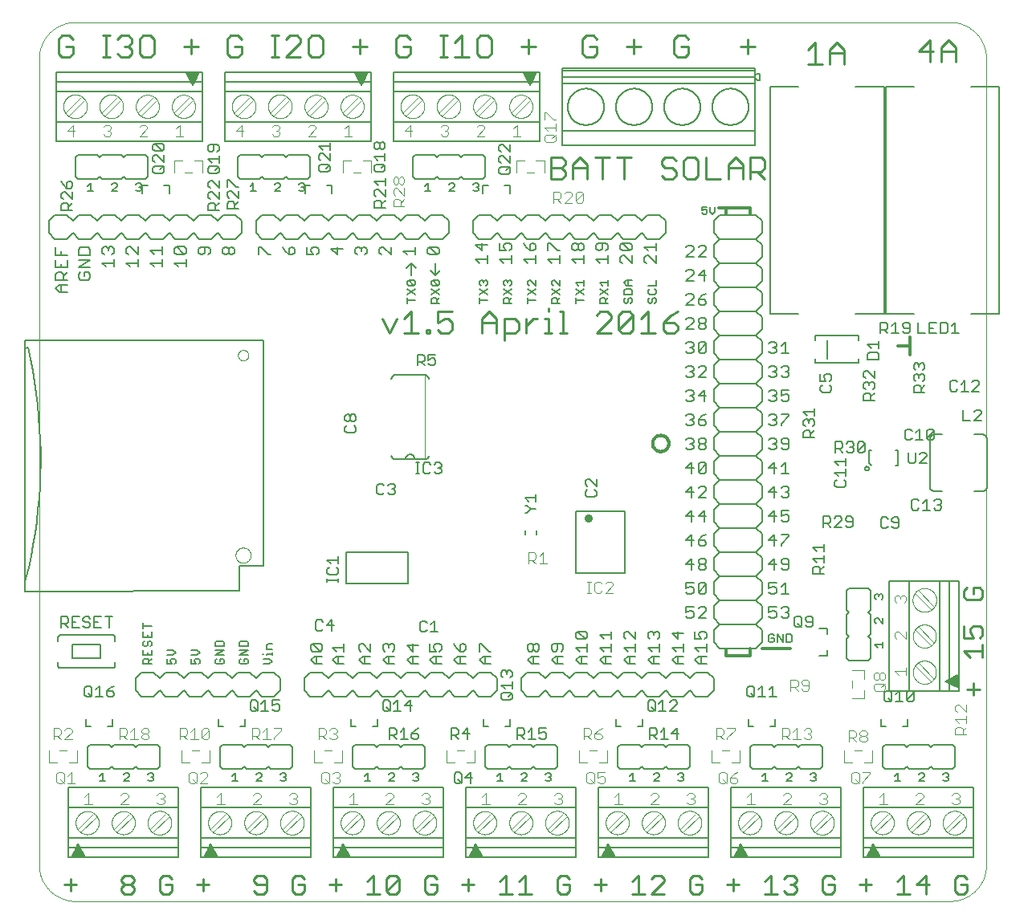
<source format=gto>
G75*
%MOIN*%
%OFA0B0*%
%FSLAX25Y25*%
%IPPOS*%
%LPD*%
%AMOC8*
5,1,8,0,0,1.08239X$1,22.5*
%
%ADD10C,0.01200*%
%ADD11C,0.00000*%
%ADD12C,0.01000*%
%ADD13C,0.00900*%
%ADD14C,0.00500*%
%ADD15C,0.00800*%
%ADD16C,0.00600*%
%ADD17C,0.00200*%
%ADD18C,0.03482*%
%ADD19C,0.00400*%
%ADD20C,0.00394*%
D10*
X0344686Y0192268D02*
X0344688Y0192384D01*
X0344694Y0192499D01*
X0344704Y0192615D01*
X0344718Y0192730D01*
X0344736Y0192844D01*
X0344758Y0192958D01*
X0344783Y0193071D01*
X0344813Y0193183D01*
X0344847Y0193293D01*
X0344884Y0193403D01*
X0344925Y0193511D01*
X0344970Y0193618D01*
X0345018Y0193723D01*
X0345070Y0193827D01*
X0345126Y0193928D01*
X0345185Y0194028D01*
X0345247Y0194125D01*
X0345313Y0194221D01*
X0345382Y0194314D01*
X0345454Y0194404D01*
X0345529Y0194492D01*
X0345608Y0194577D01*
X0345689Y0194660D01*
X0345773Y0194740D01*
X0345860Y0194817D01*
X0345949Y0194890D01*
X0346041Y0194961D01*
X0346135Y0195028D01*
X0346231Y0195092D01*
X0346330Y0195153D01*
X0346430Y0195210D01*
X0346533Y0195264D01*
X0346637Y0195315D01*
X0346743Y0195361D01*
X0346851Y0195404D01*
X0346960Y0195443D01*
X0347070Y0195479D01*
X0347181Y0195510D01*
X0347294Y0195538D01*
X0347407Y0195562D01*
X0347521Y0195582D01*
X0347636Y0195598D01*
X0347751Y0195610D01*
X0347866Y0195618D01*
X0347982Y0195622D01*
X0348098Y0195622D01*
X0348214Y0195618D01*
X0348329Y0195610D01*
X0348444Y0195598D01*
X0348559Y0195582D01*
X0348673Y0195562D01*
X0348786Y0195538D01*
X0348899Y0195510D01*
X0349010Y0195479D01*
X0349120Y0195443D01*
X0349229Y0195404D01*
X0349337Y0195361D01*
X0349443Y0195315D01*
X0349547Y0195264D01*
X0349650Y0195210D01*
X0349750Y0195153D01*
X0349849Y0195092D01*
X0349945Y0195028D01*
X0350039Y0194961D01*
X0350131Y0194890D01*
X0350220Y0194817D01*
X0350307Y0194740D01*
X0350391Y0194660D01*
X0350472Y0194577D01*
X0350551Y0194492D01*
X0350626Y0194404D01*
X0350698Y0194314D01*
X0350767Y0194221D01*
X0350833Y0194125D01*
X0350895Y0194028D01*
X0350954Y0193928D01*
X0351010Y0193827D01*
X0351062Y0193723D01*
X0351110Y0193618D01*
X0351155Y0193511D01*
X0351196Y0193403D01*
X0351233Y0193293D01*
X0351267Y0193183D01*
X0351297Y0193071D01*
X0351322Y0192958D01*
X0351344Y0192844D01*
X0351362Y0192730D01*
X0351376Y0192615D01*
X0351386Y0192499D01*
X0351392Y0192384D01*
X0351394Y0192268D01*
X0351392Y0192152D01*
X0351386Y0192037D01*
X0351376Y0191921D01*
X0351362Y0191806D01*
X0351344Y0191692D01*
X0351322Y0191578D01*
X0351297Y0191465D01*
X0351267Y0191353D01*
X0351233Y0191243D01*
X0351196Y0191133D01*
X0351155Y0191025D01*
X0351110Y0190918D01*
X0351062Y0190813D01*
X0351010Y0190709D01*
X0350954Y0190608D01*
X0350895Y0190508D01*
X0350833Y0190411D01*
X0350767Y0190315D01*
X0350698Y0190222D01*
X0350626Y0190132D01*
X0350551Y0190044D01*
X0350472Y0189959D01*
X0350391Y0189876D01*
X0350307Y0189796D01*
X0350220Y0189719D01*
X0350131Y0189646D01*
X0350039Y0189575D01*
X0349945Y0189508D01*
X0349849Y0189444D01*
X0349750Y0189383D01*
X0349650Y0189326D01*
X0349547Y0189272D01*
X0349443Y0189221D01*
X0349337Y0189175D01*
X0349229Y0189132D01*
X0349120Y0189093D01*
X0349010Y0189057D01*
X0348899Y0189026D01*
X0348786Y0188998D01*
X0348673Y0188974D01*
X0348559Y0188954D01*
X0348444Y0188938D01*
X0348329Y0188926D01*
X0348214Y0188918D01*
X0348098Y0188914D01*
X0347982Y0188914D01*
X0347866Y0188918D01*
X0347751Y0188926D01*
X0347636Y0188938D01*
X0347521Y0188954D01*
X0347407Y0188974D01*
X0347294Y0188998D01*
X0347181Y0189026D01*
X0347070Y0189057D01*
X0346960Y0189093D01*
X0346851Y0189132D01*
X0346743Y0189175D01*
X0346637Y0189221D01*
X0346533Y0189272D01*
X0346430Y0189326D01*
X0346330Y0189383D01*
X0346231Y0189444D01*
X0346135Y0189508D01*
X0346041Y0189575D01*
X0345949Y0189646D01*
X0345860Y0189719D01*
X0345773Y0189796D01*
X0345689Y0189876D01*
X0345608Y0189959D01*
X0345529Y0190044D01*
X0345454Y0190132D01*
X0345382Y0190222D01*
X0345313Y0190315D01*
X0345247Y0190411D01*
X0345185Y0190508D01*
X0345126Y0190608D01*
X0345070Y0190709D01*
X0345018Y0190813D01*
X0344970Y0190918D01*
X0344925Y0191025D01*
X0344884Y0191133D01*
X0344847Y0191243D01*
X0344813Y0191353D01*
X0344783Y0191465D01*
X0344758Y0191578D01*
X0344736Y0191692D01*
X0344718Y0191806D01*
X0344704Y0191921D01*
X0344694Y0192037D01*
X0344688Y0192152D01*
X0344686Y0192268D01*
X0446600Y0232776D02*
X0451600Y0232776D01*
X0451600Y0236526D01*
X0451600Y0232776D02*
X0451600Y0229026D01*
X0385000Y0287448D02*
X0385000Y0290048D01*
X0375000Y0290048D01*
X0372000Y0290048D01*
X0375000Y0290048D02*
X0375000Y0287548D01*
X0390000Y0107248D02*
X0401800Y0107248D01*
X0385000Y0107048D02*
X0385000Y0104048D01*
X0375000Y0104048D01*
X0375000Y0106948D01*
D11*
X0090000Y0017248D02*
X0090000Y0352248D01*
X0090004Y0352610D01*
X0090018Y0352973D01*
X0090039Y0353335D01*
X0090070Y0353696D01*
X0090109Y0354056D01*
X0090157Y0354415D01*
X0090214Y0354773D01*
X0090279Y0355130D01*
X0090353Y0355485D01*
X0090436Y0355838D01*
X0090527Y0356189D01*
X0090626Y0356537D01*
X0090734Y0356883D01*
X0090850Y0357227D01*
X0090975Y0357567D01*
X0091107Y0357904D01*
X0091248Y0358238D01*
X0091397Y0358569D01*
X0091554Y0358896D01*
X0091718Y0359219D01*
X0091890Y0359538D01*
X0092070Y0359852D01*
X0092258Y0360163D01*
X0092453Y0360468D01*
X0092655Y0360769D01*
X0092865Y0361065D01*
X0093081Y0361355D01*
X0093305Y0361641D01*
X0093535Y0361921D01*
X0093772Y0362195D01*
X0094016Y0362463D01*
X0094266Y0362726D01*
X0094522Y0362982D01*
X0094785Y0363232D01*
X0095053Y0363476D01*
X0095327Y0363713D01*
X0095607Y0363943D01*
X0095893Y0364167D01*
X0096183Y0364383D01*
X0096479Y0364593D01*
X0096780Y0364795D01*
X0097085Y0364990D01*
X0097396Y0365178D01*
X0097710Y0365358D01*
X0098029Y0365530D01*
X0098352Y0365694D01*
X0098679Y0365851D01*
X0099010Y0366000D01*
X0099344Y0366141D01*
X0099681Y0366273D01*
X0100021Y0366398D01*
X0100365Y0366514D01*
X0100711Y0366622D01*
X0101059Y0366721D01*
X0101410Y0366812D01*
X0101763Y0366895D01*
X0102118Y0366969D01*
X0102475Y0367034D01*
X0102833Y0367091D01*
X0103192Y0367139D01*
X0103552Y0367178D01*
X0103913Y0367209D01*
X0104275Y0367230D01*
X0104638Y0367244D01*
X0105000Y0367248D01*
X0468110Y0367248D01*
X0468472Y0367244D01*
X0468835Y0367230D01*
X0469197Y0367209D01*
X0469558Y0367178D01*
X0469918Y0367139D01*
X0470277Y0367091D01*
X0470635Y0367034D01*
X0470992Y0366969D01*
X0471347Y0366895D01*
X0471700Y0366812D01*
X0472051Y0366721D01*
X0472399Y0366622D01*
X0472745Y0366514D01*
X0473089Y0366398D01*
X0473429Y0366273D01*
X0473766Y0366141D01*
X0474100Y0366000D01*
X0474431Y0365851D01*
X0474758Y0365694D01*
X0475081Y0365530D01*
X0475400Y0365358D01*
X0475714Y0365178D01*
X0476025Y0364990D01*
X0476330Y0364795D01*
X0476631Y0364593D01*
X0476927Y0364383D01*
X0477217Y0364167D01*
X0477503Y0363943D01*
X0477783Y0363713D01*
X0478057Y0363476D01*
X0478325Y0363232D01*
X0478588Y0362982D01*
X0478844Y0362726D01*
X0479094Y0362463D01*
X0479338Y0362195D01*
X0479575Y0361921D01*
X0479805Y0361641D01*
X0480029Y0361355D01*
X0480245Y0361065D01*
X0480455Y0360769D01*
X0480657Y0360468D01*
X0480852Y0360163D01*
X0481040Y0359852D01*
X0481220Y0359538D01*
X0481392Y0359219D01*
X0481556Y0358896D01*
X0481713Y0358569D01*
X0481862Y0358238D01*
X0482003Y0357904D01*
X0482135Y0357567D01*
X0482260Y0357227D01*
X0482376Y0356883D01*
X0482484Y0356537D01*
X0482583Y0356189D01*
X0482674Y0355838D01*
X0482757Y0355485D01*
X0482831Y0355130D01*
X0482896Y0354773D01*
X0482953Y0354415D01*
X0483001Y0354056D01*
X0483040Y0353696D01*
X0483071Y0353335D01*
X0483092Y0352973D01*
X0483106Y0352610D01*
X0483110Y0352248D01*
X0483110Y0017248D01*
X0483106Y0016886D01*
X0483092Y0016523D01*
X0483071Y0016161D01*
X0483040Y0015800D01*
X0483001Y0015440D01*
X0482953Y0015081D01*
X0482896Y0014723D01*
X0482831Y0014366D01*
X0482757Y0014011D01*
X0482674Y0013658D01*
X0482583Y0013307D01*
X0482484Y0012959D01*
X0482376Y0012613D01*
X0482260Y0012269D01*
X0482135Y0011929D01*
X0482003Y0011592D01*
X0481862Y0011258D01*
X0481713Y0010927D01*
X0481556Y0010600D01*
X0481392Y0010277D01*
X0481220Y0009958D01*
X0481040Y0009644D01*
X0480852Y0009333D01*
X0480657Y0009028D01*
X0480455Y0008727D01*
X0480245Y0008431D01*
X0480029Y0008141D01*
X0479805Y0007855D01*
X0479575Y0007575D01*
X0479338Y0007301D01*
X0479094Y0007033D01*
X0478844Y0006770D01*
X0478588Y0006514D01*
X0478325Y0006264D01*
X0478057Y0006020D01*
X0477783Y0005783D01*
X0477503Y0005553D01*
X0477217Y0005329D01*
X0476927Y0005113D01*
X0476631Y0004903D01*
X0476330Y0004701D01*
X0476025Y0004506D01*
X0475714Y0004318D01*
X0475400Y0004138D01*
X0475081Y0003966D01*
X0474758Y0003802D01*
X0474431Y0003645D01*
X0474100Y0003496D01*
X0473766Y0003355D01*
X0473429Y0003223D01*
X0473089Y0003098D01*
X0472745Y0002982D01*
X0472399Y0002874D01*
X0472051Y0002775D01*
X0471700Y0002684D01*
X0471347Y0002601D01*
X0470992Y0002527D01*
X0470635Y0002462D01*
X0470277Y0002405D01*
X0469918Y0002357D01*
X0469558Y0002318D01*
X0469197Y0002287D01*
X0468835Y0002266D01*
X0468472Y0002252D01*
X0468110Y0002248D01*
X0105000Y0002248D01*
X0104638Y0002252D01*
X0104275Y0002266D01*
X0103913Y0002287D01*
X0103552Y0002318D01*
X0103192Y0002357D01*
X0102833Y0002405D01*
X0102475Y0002462D01*
X0102118Y0002527D01*
X0101763Y0002601D01*
X0101410Y0002684D01*
X0101059Y0002775D01*
X0100711Y0002874D01*
X0100365Y0002982D01*
X0100021Y0003098D01*
X0099681Y0003223D01*
X0099344Y0003355D01*
X0099010Y0003496D01*
X0098679Y0003645D01*
X0098352Y0003802D01*
X0098029Y0003966D01*
X0097710Y0004138D01*
X0097396Y0004318D01*
X0097085Y0004506D01*
X0096780Y0004701D01*
X0096479Y0004903D01*
X0096183Y0005113D01*
X0095893Y0005329D01*
X0095607Y0005553D01*
X0095327Y0005783D01*
X0095053Y0006020D01*
X0094785Y0006264D01*
X0094522Y0006514D01*
X0094266Y0006770D01*
X0094016Y0007033D01*
X0093772Y0007301D01*
X0093535Y0007575D01*
X0093305Y0007855D01*
X0093081Y0008141D01*
X0092865Y0008431D01*
X0092655Y0008727D01*
X0092453Y0009028D01*
X0092258Y0009333D01*
X0092070Y0009644D01*
X0091890Y0009958D01*
X0091718Y0010277D01*
X0091554Y0010600D01*
X0091397Y0010927D01*
X0091248Y0011258D01*
X0091107Y0011592D01*
X0090975Y0011929D01*
X0090850Y0012269D01*
X0090734Y0012613D01*
X0090626Y0012959D01*
X0090527Y0013307D01*
X0090436Y0013658D01*
X0090353Y0014011D01*
X0090279Y0014366D01*
X0090214Y0014723D01*
X0090157Y0015081D01*
X0090109Y0015440D01*
X0090070Y0015800D01*
X0090039Y0016161D01*
X0090018Y0016523D01*
X0090004Y0016886D01*
X0090000Y0017248D01*
X0171582Y0145846D02*
X0171584Y0145958D01*
X0171590Y0146069D01*
X0171600Y0146181D01*
X0171614Y0146292D01*
X0171631Y0146402D01*
X0171653Y0146512D01*
X0171679Y0146621D01*
X0171708Y0146729D01*
X0171741Y0146835D01*
X0171778Y0146941D01*
X0171819Y0147045D01*
X0171864Y0147148D01*
X0171912Y0147249D01*
X0171963Y0147348D01*
X0172018Y0147445D01*
X0172077Y0147540D01*
X0172138Y0147634D01*
X0172203Y0147725D01*
X0172272Y0147813D01*
X0172343Y0147899D01*
X0172417Y0147983D01*
X0172495Y0148063D01*
X0172575Y0148141D01*
X0172658Y0148217D01*
X0172743Y0148289D01*
X0172831Y0148358D01*
X0172921Y0148424D01*
X0173014Y0148486D01*
X0173109Y0148546D01*
X0173206Y0148602D01*
X0173304Y0148654D01*
X0173405Y0148703D01*
X0173507Y0148748D01*
X0173611Y0148790D01*
X0173716Y0148828D01*
X0173823Y0148862D01*
X0173930Y0148892D01*
X0174039Y0148919D01*
X0174148Y0148941D01*
X0174259Y0148960D01*
X0174369Y0148975D01*
X0174481Y0148986D01*
X0174592Y0148993D01*
X0174704Y0148996D01*
X0174816Y0148995D01*
X0174928Y0148990D01*
X0175039Y0148981D01*
X0175150Y0148968D01*
X0175261Y0148951D01*
X0175371Y0148931D01*
X0175480Y0148906D01*
X0175588Y0148878D01*
X0175695Y0148845D01*
X0175801Y0148809D01*
X0175905Y0148769D01*
X0176008Y0148726D01*
X0176110Y0148679D01*
X0176209Y0148628D01*
X0176307Y0148574D01*
X0176403Y0148516D01*
X0176497Y0148455D01*
X0176588Y0148391D01*
X0176677Y0148324D01*
X0176764Y0148253D01*
X0176848Y0148179D01*
X0176930Y0148103D01*
X0177008Y0148023D01*
X0177084Y0147941D01*
X0177157Y0147856D01*
X0177227Y0147769D01*
X0177293Y0147679D01*
X0177357Y0147587D01*
X0177417Y0147493D01*
X0177474Y0147397D01*
X0177527Y0147298D01*
X0177577Y0147198D01*
X0177623Y0147097D01*
X0177666Y0146993D01*
X0177705Y0146888D01*
X0177740Y0146782D01*
X0177771Y0146675D01*
X0177799Y0146566D01*
X0177822Y0146457D01*
X0177842Y0146347D01*
X0177858Y0146236D01*
X0177870Y0146125D01*
X0177878Y0146014D01*
X0177882Y0145902D01*
X0177882Y0145790D01*
X0177878Y0145678D01*
X0177870Y0145567D01*
X0177858Y0145456D01*
X0177842Y0145345D01*
X0177822Y0145235D01*
X0177799Y0145126D01*
X0177771Y0145017D01*
X0177740Y0144910D01*
X0177705Y0144804D01*
X0177666Y0144699D01*
X0177623Y0144595D01*
X0177577Y0144494D01*
X0177527Y0144394D01*
X0177474Y0144295D01*
X0177417Y0144199D01*
X0177357Y0144105D01*
X0177293Y0144013D01*
X0177227Y0143923D01*
X0177157Y0143836D01*
X0177084Y0143751D01*
X0177008Y0143669D01*
X0176930Y0143589D01*
X0176848Y0143513D01*
X0176764Y0143439D01*
X0176677Y0143368D01*
X0176588Y0143301D01*
X0176497Y0143237D01*
X0176403Y0143176D01*
X0176307Y0143118D01*
X0176209Y0143064D01*
X0176110Y0143013D01*
X0176008Y0142966D01*
X0175905Y0142923D01*
X0175801Y0142883D01*
X0175695Y0142847D01*
X0175588Y0142814D01*
X0175480Y0142786D01*
X0175371Y0142761D01*
X0175261Y0142741D01*
X0175150Y0142724D01*
X0175039Y0142711D01*
X0174928Y0142702D01*
X0174816Y0142697D01*
X0174704Y0142696D01*
X0174592Y0142699D01*
X0174481Y0142706D01*
X0174369Y0142717D01*
X0174259Y0142732D01*
X0174148Y0142751D01*
X0174039Y0142773D01*
X0173930Y0142800D01*
X0173823Y0142830D01*
X0173716Y0142864D01*
X0173611Y0142902D01*
X0173507Y0142944D01*
X0173405Y0142989D01*
X0173304Y0143038D01*
X0173206Y0143090D01*
X0173109Y0143146D01*
X0173014Y0143206D01*
X0172921Y0143268D01*
X0172831Y0143334D01*
X0172743Y0143403D01*
X0172658Y0143475D01*
X0172575Y0143551D01*
X0172495Y0143629D01*
X0172417Y0143709D01*
X0172343Y0143793D01*
X0172272Y0143879D01*
X0172203Y0143967D01*
X0172138Y0144058D01*
X0172077Y0144152D01*
X0172018Y0144247D01*
X0171963Y0144344D01*
X0171912Y0144443D01*
X0171864Y0144544D01*
X0171819Y0144647D01*
X0171778Y0144751D01*
X0171741Y0144857D01*
X0171708Y0144963D01*
X0171679Y0145071D01*
X0171653Y0145180D01*
X0171631Y0145290D01*
X0171614Y0145400D01*
X0171600Y0145511D01*
X0171590Y0145623D01*
X0171584Y0145734D01*
X0171582Y0145846D01*
X0172567Y0228917D02*
X0172569Y0229010D01*
X0172575Y0229102D01*
X0172585Y0229194D01*
X0172599Y0229285D01*
X0172616Y0229376D01*
X0172638Y0229466D01*
X0172663Y0229555D01*
X0172692Y0229643D01*
X0172725Y0229729D01*
X0172762Y0229814D01*
X0172802Y0229898D01*
X0172846Y0229979D01*
X0172893Y0230059D01*
X0172943Y0230137D01*
X0172997Y0230212D01*
X0173054Y0230285D01*
X0173114Y0230355D01*
X0173177Y0230423D01*
X0173243Y0230488D01*
X0173311Y0230550D01*
X0173382Y0230610D01*
X0173456Y0230666D01*
X0173532Y0230719D01*
X0173610Y0230768D01*
X0173690Y0230815D01*
X0173772Y0230857D01*
X0173856Y0230897D01*
X0173941Y0230932D01*
X0174028Y0230964D01*
X0174116Y0230993D01*
X0174205Y0231017D01*
X0174295Y0231038D01*
X0174386Y0231054D01*
X0174478Y0231067D01*
X0174570Y0231076D01*
X0174663Y0231081D01*
X0174755Y0231082D01*
X0174848Y0231079D01*
X0174940Y0231072D01*
X0175032Y0231061D01*
X0175123Y0231046D01*
X0175214Y0231028D01*
X0175304Y0231005D01*
X0175392Y0230979D01*
X0175480Y0230949D01*
X0175566Y0230915D01*
X0175650Y0230878D01*
X0175733Y0230836D01*
X0175814Y0230792D01*
X0175894Y0230744D01*
X0175971Y0230693D01*
X0176045Y0230638D01*
X0176118Y0230580D01*
X0176188Y0230520D01*
X0176255Y0230456D01*
X0176319Y0230390D01*
X0176381Y0230320D01*
X0176439Y0230249D01*
X0176494Y0230175D01*
X0176546Y0230098D01*
X0176595Y0230019D01*
X0176641Y0229939D01*
X0176683Y0229856D01*
X0176721Y0229772D01*
X0176756Y0229686D01*
X0176787Y0229599D01*
X0176814Y0229511D01*
X0176837Y0229421D01*
X0176857Y0229331D01*
X0176873Y0229240D01*
X0176885Y0229148D01*
X0176893Y0229056D01*
X0176897Y0228963D01*
X0176897Y0228871D01*
X0176893Y0228778D01*
X0176885Y0228686D01*
X0176873Y0228594D01*
X0176857Y0228503D01*
X0176837Y0228413D01*
X0176814Y0228323D01*
X0176787Y0228235D01*
X0176756Y0228148D01*
X0176721Y0228062D01*
X0176683Y0227978D01*
X0176641Y0227895D01*
X0176595Y0227815D01*
X0176546Y0227736D01*
X0176494Y0227659D01*
X0176439Y0227585D01*
X0176381Y0227514D01*
X0176319Y0227444D01*
X0176255Y0227378D01*
X0176188Y0227314D01*
X0176118Y0227254D01*
X0176045Y0227196D01*
X0175971Y0227141D01*
X0175894Y0227090D01*
X0175815Y0227042D01*
X0175733Y0226998D01*
X0175650Y0226956D01*
X0175566Y0226919D01*
X0175480Y0226885D01*
X0175392Y0226855D01*
X0175304Y0226829D01*
X0175214Y0226806D01*
X0175123Y0226788D01*
X0175032Y0226773D01*
X0174940Y0226762D01*
X0174848Y0226755D01*
X0174755Y0226752D01*
X0174663Y0226753D01*
X0174570Y0226758D01*
X0174478Y0226767D01*
X0174386Y0226780D01*
X0174295Y0226796D01*
X0174205Y0226817D01*
X0174116Y0226841D01*
X0174028Y0226870D01*
X0173941Y0226902D01*
X0173856Y0226937D01*
X0173772Y0226977D01*
X0173690Y0227019D01*
X0173610Y0227066D01*
X0173532Y0227115D01*
X0173456Y0227168D01*
X0173382Y0227224D01*
X0173311Y0227284D01*
X0173243Y0227346D01*
X0173177Y0227411D01*
X0173114Y0227479D01*
X0173054Y0227549D01*
X0172997Y0227622D01*
X0172943Y0227697D01*
X0172893Y0227775D01*
X0172846Y0227855D01*
X0172802Y0227936D01*
X0172762Y0228020D01*
X0172725Y0228105D01*
X0172692Y0228191D01*
X0172663Y0228279D01*
X0172638Y0228368D01*
X0172616Y0228458D01*
X0172599Y0228549D01*
X0172585Y0228640D01*
X0172575Y0228732D01*
X0172569Y0228824D01*
X0172567Y0228917D01*
D12*
X0232376Y0244068D02*
X0235378Y0238063D01*
X0238381Y0244068D01*
X0241584Y0244068D02*
X0244586Y0247071D01*
X0244586Y0238063D01*
X0241584Y0238063D02*
X0247589Y0238063D01*
X0250791Y0238063D02*
X0252293Y0238063D01*
X0252293Y0239564D01*
X0250791Y0239564D01*
X0250791Y0238063D01*
X0255395Y0239564D02*
X0256897Y0238063D01*
X0259899Y0238063D01*
X0261400Y0239564D01*
X0261400Y0242567D01*
X0259899Y0244068D01*
X0258398Y0244068D01*
X0255395Y0242567D01*
X0255395Y0247071D01*
X0261400Y0247071D01*
X0273811Y0244068D02*
X0273811Y0238063D01*
X0273811Y0242567D02*
X0279816Y0242567D01*
X0279816Y0244068D02*
X0279816Y0238063D01*
X0283019Y0238063D02*
X0287523Y0238063D01*
X0289024Y0239564D01*
X0289024Y0242567D01*
X0287523Y0244068D01*
X0283019Y0244068D01*
X0283019Y0235060D01*
X0292227Y0238063D02*
X0292227Y0244068D01*
X0292227Y0241066D02*
X0295229Y0244068D01*
X0296731Y0244068D01*
X0299900Y0244068D02*
X0301401Y0244068D01*
X0301401Y0238063D01*
X0299900Y0238063D02*
X0302903Y0238063D01*
X0306039Y0238063D02*
X0309041Y0238063D01*
X0307540Y0238063D02*
X0307540Y0247071D01*
X0306039Y0247071D01*
X0301401Y0247071D02*
X0301401Y0248572D01*
X0321385Y0245569D02*
X0322886Y0247071D01*
X0325889Y0247071D01*
X0327390Y0245569D01*
X0327390Y0244068D01*
X0321385Y0238063D01*
X0327390Y0238063D01*
X0330593Y0239564D02*
X0336598Y0245569D01*
X0336598Y0239564D01*
X0335097Y0238063D01*
X0332094Y0238063D01*
X0330593Y0239564D01*
X0330593Y0245569D01*
X0332094Y0247071D01*
X0335097Y0247071D01*
X0336598Y0245569D01*
X0339801Y0244068D02*
X0342803Y0247071D01*
X0342803Y0238063D01*
X0339801Y0238063D02*
X0345806Y0238063D01*
X0349009Y0239564D02*
X0349009Y0242567D01*
X0353512Y0242567D01*
X0355014Y0241066D01*
X0355014Y0239564D01*
X0353512Y0238063D01*
X0350510Y0238063D01*
X0349009Y0239564D01*
X0349009Y0242567D02*
X0352011Y0245569D01*
X0355014Y0247071D01*
X0352878Y0302118D02*
X0349875Y0302118D01*
X0348374Y0303619D01*
X0349875Y0306622D02*
X0348374Y0308123D01*
X0348374Y0309625D01*
X0349875Y0311126D01*
X0352878Y0311126D01*
X0354379Y0309625D01*
X0357582Y0309625D02*
X0357582Y0303619D01*
X0359083Y0302118D01*
X0362086Y0302118D01*
X0363587Y0303619D01*
X0363587Y0309625D01*
X0362086Y0311126D01*
X0359083Y0311126D01*
X0357582Y0309625D01*
X0354379Y0305121D02*
X0354379Y0303619D01*
X0352878Y0302118D01*
X0354379Y0305121D02*
X0352878Y0306622D01*
X0349875Y0306622D01*
X0335963Y0311126D02*
X0329958Y0311126D01*
X0332961Y0311126D02*
X0332961Y0302118D01*
X0323753Y0302118D02*
X0323753Y0311126D01*
X0320750Y0311126D02*
X0326756Y0311126D01*
X0317548Y0308123D02*
X0317548Y0302118D01*
X0311543Y0302118D02*
X0311543Y0308123D01*
X0314545Y0311126D01*
X0317548Y0308123D01*
X0317548Y0306622D02*
X0311543Y0306622D01*
X0308340Y0308123D02*
X0306839Y0306622D01*
X0302335Y0306622D01*
X0306839Y0306622D02*
X0308340Y0305121D01*
X0308340Y0303619D01*
X0306839Y0302118D01*
X0302335Y0302118D01*
X0302335Y0311126D01*
X0306839Y0311126D01*
X0308340Y0309625D01*
X0308340Y0308123D01*
X0317001Y0352748D02*
X0320004Y0352748D01*
X0321505Y0354249D01*
X0321505Y0357252D01*
X0318503Y0357252D01*
X0321505Y0360254D02*
X0320004Y0361756D01*
X0317001Y0361756D01*
X0315500Y0360254D01*
X0315500Y0354249D01*
X0317001Y0352748D01*
X0333916Y0357252D02*
X0339921Y0357252D01*
X0336918Y0360254D02*
X0336918Y0354249D01*
X0353610Y0354249D02*
X0355112Y0352748D01*
X0358114Y0352748D01*
X0359615Y0354249D01*
X0359615Y0357252D01*
X0356613Y0357252D01*
X0359615Y0360254D02*
X0358114Y0361756D01*
X0355112Y0361756D01*
X0353610Y0360254D01*
X0353610Y0354249D01*
X0381234Y0357252D02*
X0387239Y0357252D01*
X0384236Y0360254D02*
X0384236Y0354249D01*
X0409004Y0355800D02*
X0412006Y0358803D01*
X0412006Y0349795D01*
X0409004Y0349795D02*
X0415009Y0349795D01*
X0418212Y0349795D02*
X0418212Y0355800D01*
X0421214Y0358803D01*
X0424217Y0355800D01*
X0424217Y0349795D01*
X0424217Y0354299D02*
X0418212Y0354299D01*
X0455264Y0355283D02*
X0461269Y0355283D01*
X0464472Y0355283D02*
X0470477Y0355283D01*
X0470477Y0356785D02*
X0470477Y0350780D01*
X0470477Y0356785D02*
X0467474Y0359787D01*
X0464472Y0356785D01*
X0464472Y0350780D01*
X0459768Y0350780D02*
X0459768Y0359787D01*
X0455264Y0355283D01*
X0391211Y0309625D02*
X0391211Y0306622D01*
X0389709Y0305121D01*
X0385205Y0305121D01*
X0385205Y0302118D02*
X0385205Y0311126D01*
X0389709Y0311126D01*
X0391211Y0309625D01*
X0388208Y0305121D02*
X0391211Y0302118D01*
X0382003Y0302118D02*
X0382003Y0308123D01*
X0379000Y0311126D01*
X0375998Y0308123D01*
X0375998Y0302118D01*
X0372795Y0302118D02*
X0366790Y0302118D01*
X0366790Y0311126D01*
X0375998Y0306622D02*
X0382003Y0306622D01*
X0296183Y0357252D02*
X0290178Y0357252D01*
X0293180Y0360254D02*
X0293180Y0354249D01*
X0277767Y0354249D02*
X0277767Y0360254D01*
X0276266Y0361756D01*
X0273263Y0361756D01*
X0271762Y0360254D01*
X0271762Y0354249D01*
X0273263Y0352748D01*
X0276266Y0352748D01*
X0277767Y0354249D01*
X0268559Y0352748D02*
X0262554Y0352748D01*
X0265557Y0352748D02*
X0265557Y0361756D01*
X0262554Y0358753D01*
X0259418Y0361756D02*
X0256416Y0361756D01*
X0257917Y0361756D02*
X0257917Y0352748D01*
X0256416Y0352748D02*
X0259418Y0352748D01*
X0244005Y0354249D02*
X0244005Y0357252D01*
X0241003Y0357252D01*
X0244005Y0360254D02*
X0242504Y0361756D01*
X0239501Y0361756D01*
X0238000Y0360254D01*
X0238000Y0354249D01*
X0239501Y0352748D01*
X0242504Y0352748D01*
X0244005Y0354249D01*
X0226183Y0357252D02*
X0220178Y0357252D01*
X0223180Y0360254D02*
X0223180Y0354249D01*
X0207767Y0354249D02*
X0207767Y0360254D01*
X0206266Y0361756D01*
X0203263Y0361756D01*
X0201762Y0360254D01*
X0201762Y0354249D01*
X0203263Y0352748D01*
X0206266Y0352748D01*
X0207767Y0354249D01*
X0198559Y0352748D02*
X0192554Y0352748D01*
X0198559Y0358753D01*
X0198559Y0360254D01*
X0197058Y0361756D01*
X0194056Y0361756D01*
X0192554Y0360254D01*
X0189418Y0361756D02*
X0186416Y0361756D01*
X0187917Y0361756D02*
X0187917Y0352748D01*
X0186416Y0352748D02*
X0189418Y0352748D01*
X0174005Y0354249D02*
X0174005Y0357252D01*
X0171003Y0357252D01*
X0174005Y0360254D02*
X0172504Y0361756D01*
X0169501Y0361756D01*
X0168000Y0360254D01*
X0168000Y0354249D01*
X0169501Y0352748D01*
X0172504Y0352748D01*
X0174005Y0354249D01*
X0156183Y0357252D02*
X0150178Y0357252D01*
X0153180Y0360254D02*
X0153180Y0354249D01*
X0137767Y0354249D02*
X0137767Y0360254D01*
X0136266Y0361756D01*
X0133263Y0361756D01*
X0131762Y0360254D01*
X0131762Y0354249D01*
X0133263Y0352748D01*
X0136266Y0352748D01*
X0137767Y0354249D01*
X0128559Y0354249D02*
X0127058Y0352748D01*
X0124056Y0352748D01*
X0122554Y0354249D01*
X0119418Y0352748D02*
X0116416Y0352748D01*
X0117917Y0352748D02*
X0117917Y0361756D01*
X0116416Y0361756D02*
X0119418Y0361756D01*
X0122554Y0360254D02*
X0124056Y0361756D01*
X0127058Y0361756D01*
X0128559Y0360254D01*
X0128559Y0358753D01*
X0127058Y0357252D01*
X0128559Y0355751D01*
X0128559Y0354249D01*
X0127058Y0357252D02*
X0125557Y0357252D01*
X0104005Y0357252D02*
X0104005Y0354249D01*
X0102504Y0352748D01*
X0099501Y0352748D01*
X0098000Y0354249D01*
X0098000Y0360254D01*
X0099501Y0361756D01*
X0102504Y0361756D01*
X0104005Y0360254D01*
X0104005Y0357252D02*
X0101003Y0357252D01*
X0273811Y0244068D02*
X0276814Y0247071D01*
X0279816Y0244068D01*
D13*
X0473891Y0131145D02*
X0473891Y0128576D01*
X0475175Y0127292D01*
X0480313Y0127292D01*
X0481597Y0128576D01*
X0481597Y0131145D01*
X0480313Y0132430D01*
X0477744Y0132430D01*
X0477744Y0129861D01*
X0475175Y0132430D02*
X0473891Y0131145D01*
X0473891Y0116592D02*
X0473891Y0111454D01*
X0477744Y0111454D01*
X0476460Y0114023D01*
X0476460Y0115308D01*
X0477744Y0116592D01*
X0480313Y0116592D01*
X0481597Y0115308D01*
X0481597Y0112739D01*
X0480313Y0111454D01*
X0481597Y0108673D02*
X0481597Y0103536D01*
X0481597Y0106104D02*
X0473891Y0106104D01*
X0476460Y0103536D01*
X0477744Y0092836D02*
X0477744Y0087698D01*
X0475175Y0090267D02*
X0480313Y0090267D01*
X0473897Y0012905D02*
X0471328Y0012905D01*
X0470044Y0011620D01*
X0470044Y0006482D01*
X0471328Y0005198D01*
X0473897Y0005198D01*
X0475182Y0006482D01*
X0475182Y0009051D01*
X0472613Y0009051D01*
X0475182Y0011620D02*
X0473897Y0012905D01*
X0459344Y0009051D02*
X0454206Y0009051D01*
X0458060Y0012905D01*
X0458060Y0005198D01*
X0451425Y0005198D02*
X0446288Y0005198D01*
X0448856Y0005198D02*
X0448856Y0012905D01*
X0446288Y0010336D01*
X0435588Y0009051D02*
X0430450Y0009051D01*
X0433019Y0011620D02*
X0433019Y0006482D01*
X0420182Y0006482D02*
X0420182Y0009051D01*
X0417613Y0009051D01*
X0420182Y0006482D02*
X0418897Y0005198D01*
X0416328Y0005198D01*
X0415044Y0006482D01*
X0415044Y0011620D01*
X0416328Y0012905D01*
X0418897Y0012905D01*
X0420182Y0011620D01*
X0404344Y0011620D02*
X0404344Y0010336D01*
X0403060Y0009051D01*
X0404344Y0007767D01*
X0404344Y0006482D01*
X0403060Y0005198D01*
X0400491Y0005198D01*
X0399206Y0006482D01*
X0396425Y0005198D02*
X0391288Y0005198D01*
X0393856Y0005198D02*
X0393856Y0012905D01*
X0391288Y0010336D01*
X0399206Y0011620D02*
X0400491Y0012905D01*
X0403060Y0012905D01*
X0404344Y0011620D01*
X0403060Y0009051D02*
X0401775Y0009051D01*
X0380588Y0009051D02*
X0375450Y0009051D01*
X0378019Y0011620D02*
X0378019Y0006482D01*
X0365182Y0006482D02*
X0365182Y0009051D01*
X0362613Y0009051D01*
X0365182Y0006482D02*
X0363897Y0005198D01*
X0361328Y0005198D01*
X0360044Y0006482D01*
X0360044Y0011620D01*
X0361328Y0012905D01*
X0363897Y0012905D01*
X0365182Y0011620D01*
X0349344Y0011620D02*
X0349344Y0010336D01*
X0344206Y0005198D01*
X0349344Y0005198D01*
X0349344Y0011620D02*
X0348060Y0012905D01*
X0345491Y0012905D01*
X0344206Y0011620D01*
X0338856Y0012905D02*
X0338856Y0005198D01*
X0336288Y0005198D02*
X0341425Y0005198D01*
X0336288Y0010336D02*
X0338856Y0012905D01*
X0325588Y0009051D02*
X0320450Y0009051D01*
X0323019Y0011620D02*
X0323019Y0006482D01*
X0310182Y0006482D02*
X0310182Y0009051D01*
X0307613Y0009051D01*
X0310182Y0006482D02*
X0308897Y0005198D01*
X0306328Y0005198D01*
X0305044Y0006482D01*
X0305044Y0011620D01*
X0306328Y0012905D01*
X0308897Y0012905D01*
X0310182Y0011620D01*
X0294344Y0005198D02*
X0289206Y0005198D01*
X0291775Y0005198D02*
X0291775Y0012905D01*
X0289206Y0010336D01*
X0286425Y0005198D02*
X0281288Y0005198D01*
X0283856Y0005198D02*
X0283856Y0012905D01*
X0281288Y0010336D01*
X0270588Y0009051D02*
X0265450Y0009051D01*
X0268019Y0011620D02*
X0268019Y0006482D01*
X0255182Y0006482D02*
X0255182Y0009051D01*
X0252613Y0009051D01*
X0255182Y0006482D02*
X0253897Y0005198D01*
X0251328Y0005198D01*
X0250044Y0006482D01*
X0250044Y0011620D01*
X0251328Y0012905D01*
X0253897Y0012905D01*
X0255182Y0011620D01*
X0239344Y0011620D02*
X0239344Y0006482D01*
X0238060Y0005198D01*
X0235491Y0005198D01*
X0234206Y0006482D01*
X0239344Y0011620D01*
X0238060Y0012905D01*
X0235491Y0012905D01*
X0234206Y0011620D01*
X0234206Y0006482D01*
X0231425Y0005198D02*
X0226288Y0005198D01*
X0228856Y0005198D02*
X0228856Y0012905D01*
X0226288Y0010336D01*
X0215588Y0009051D02*
X0210450Y0009051D01*
X0213019Y0011620D02*
X0213019Y0006482D01*
X0200182Y0006482D02*
X0200182Y0009051D01*
X0197613Y0009051D01*
X0200182Y0006482D02*
X0198897Y0005198D01*
X0196328Y0005198D01*
X0195044Y0006482D01*
X0195044Y0011620D01*
X0196328Y0012905D01*
X0198897Y0012905D01*
X0200182Y0011620D01*
X0184344Y0011620D02*
X0184344Y0006482D01*
X0183060Y0005198D01*
X0180491Y0005198D01*
X0179206Y0006482D01*
X0180491Y0009051D02*
X0184344Y0009051D01*
X0184344Y0011620D02*
X0183060Y0012905D01*
X0180491Y0012905D01*
X0179206Y0011620D01*
X0179206Y0010336D01*
X0180491Y0009051D01*
X0160588Y0009051D02*
X0155450Y0009051D01*
X0158019Y0011620D02*
X0158019Y0006482D01*
X0145182Y0006482D02*
X0145182Y0009051D01*
X0142613Y0009051D01*
X0145182Y0006482D02*
X0143897Y0005198D01*
X0141328Y0005198D01*
X0140044Y0006482D01*
X0140044Y0011620D01*
X0141328Y0012905D01*
X0143897Y0012905D01*
X0145182Y0011620D01*
X0129344Y0011620D02*
X0129344Y0010336D01*
X0128060Y0009051D01*
X0125491Y0009051D01*
X0124206Y0010336D01*
X0124206Y0011620D01*
X0125491Y0012905D01*
X0128060Y0012905D01*
X0129344Y0011620D01*
X0128060Y0009051D02*
X0129344Y0007767D01*
X0129344Y0006482D01*
X0128060Y0005198D01*
X0125491Y0005198D01*
X0124206Y0006482D01*
X0124206Y0007767D01*
X0125491Y0009051D01*
X0105588Y0009051D02*
X0100450Y0009051D01*
X0103019Y0011620D02*
X0103019Y0006482D01*
D14*
X0102126Y0020575D02*
X0102126Y0024512D01*
X0147874Y0024512D01*
X0147874Y0020575D01*
X0102126Y0020575D01*
X0103750Y0020998D02*
X0106250Y0022248D01*
X0105000Y0020998D01*
X0105000Y0022248D01*
X0106250Y0020998D01*
X0107500Y0022248D01*
X0106250Y0022248D01*
X0107500Y0020998D01*
X0106250Y0020998D01*
X0106250Y0022248D01*
X0106250Y0024748D01*
X0107500Y0023498D01*
X0106250Y0022248D01*
X0105000Y0023498D01*
X0105000Y0022248D01*
X0106250Y0023498D01*
X0106250Y0022248D01*
X0107500Y0023498D01*
X0106250Y0023498D01*
X0105000Y0023498D01*
X0106250Y0023498D01*
X0105000Y0022248D01*
X0106250Y0022248D01*
X0107500Y0022248D01*
X0108750Y0020998D01*
X0106250Y0022248D01*
X0106250Y0020998D02*
X0105000Y0020998D01*
X0103750Y0020998D01*
X0105000Y0022248D01*
X0106250Y0023498D01*
X0106250Y0024748D01*
X0106250Y0025998D01*
X0106250Y0024748D01*
X0106250Y0023498D01*
X0107500Y0022248D01*
X0108750Y0020998D01*
X0106250Y0024748D01*
X0103750Y0020998D01*
X0105000Y0023498D01*
X0106250Y0025998D01*
X0107500Y0023498D01*
X0108750Y0020998D01*
X0107500Y0020998D01*
X0106250Y0020998D01*
X0102126Y0024512D02*
X0102126Y0028449D01*
X0147874Y0028449D01*
X0147874Y0024512D01*
X0147874Y0028449D02*
X0147874Y0041047D01*
X0102126Y0041047D01*
X0102126Y0028449D01*
X0102126Y0041047D02*
X0102126Y0049315D01*
X0147874Y0049315D01*
X0147874Y0041047D01*
X0157126Y0041047D02*
X0202874Y0041047D01*
X0202874Y0028449D01*
X0157126Y0028449D01*
X0157126Y0024512D01*
X0202874Y0024512D01*
X0202874Y0020575D01*
X0157126Y0020575D01*
X0157126Y0024512D01*
X0160000Y0023498D02*
X0158750Y0020998D01*
X0161250Y0022248D01*
X0160000Y0020998D01*
X0160000Y0022248D01*
X0161250Y0020998D01*
X0162500Y0022248D01*
X0161250Y0022248D01*
X0162500Y0020998D01*
X0161250Y0020998D01*
X0161250Y0022248D01*
X0161250Y0024748D01*
X0162500Y0023498D01*
X0161250Y0022248D01*
X0160000Y0023498D01*
X0160000Y0022248D01*
X0161250Y0023498D01*
X0161250Y0022248D01*
X0162500Y0023498D01*
X0161250Y0023498D01*
X0160000Y0023498D01*
X0161250Y0023498D01*
X0160000Y0022248D01*
X0161250Y0022248D01*
X0162500Y0022248D01*
X0163750Y0020998D01*
X0161250Y0022248D01*
X0161250Y0020998D02*
X0160000Y0020998D01*
X0158750Y0020998D01*
X0160000Y0022248D01*
X0161250Y0023498D01*
X0161250Y0024748D01*
X0161250Y0025998D01*
X0161250Y0024748D01*
X0161250Y0023498D01*
X0162500Y0022248D01*
X0163750Y0020998D01*
X0161250Y0024748D01*
X0158750Y0020998D01*
X0161250Y0020998D02*
X0162500Y0020998D01*
X0163750Y0020998D01*
X0162500Y0023498D01*
X0161250Y0025998D01*
X0160000Y0023498D01*
X0157126Y0028449D02*
X0157126Y0041047D01*
X0157126Y0049315D01*
X0202874Y0049315D01*
X0202874Y0041047D01*
X0212126Y0041047D02*
X0212126Y0049315D01*
X0257874Y0049315D01*
X0257874Y0041047D01*
X0212126Y0041047D01*
X0212126Y0028449D01*
X0257874Y0028449D01*
X0257874Y0024512D01*
X0212126Y0024512D01*
X0212126Y0020575D01*
X0257874Y0020575D01*
X0257874Y0024512D01*
X0257874Y0028449D02*
X0257874Y0041047D01*
X0267126Y0041047D02*
X0267126Y0049315D01*
X0312874Y0049315D01*
X0312874Y0041047D01*
X0267126Y0041047D01*
X0267126Y0028449D01*
X0312874Y0028449D01*
X0312874Y0024512D01*
X0267126Y0024512D01*
X0267126Y0020575D01*
X0312874Y0020575D01*
X0312874Y0024512D01*
X0312874Y0028449D02*
X0312874Y0041047D01*
X0322126Y0041047D02*
X0322126Y0049315D01*
X0367874Y0049315D01*
X0367874Y0041047D01*
X0322126Y0041047D01*
X0322126Y0028449D01*
X0367874Y0028449D01*
X0367874Y0024512D01*
X0322126Y0024512D01*
X0322126Y0020575D01*
X0367874Y0020575D01*
X0367874Y0024512D01*
X0367874Y0028449D02*
X0367874Y0041047D01*
X0377126Y0041047D02*
X0377126Y0049315D01*
X0422874Y0049315D01*
X0422874Y0041047D01*
X0377126Y0041047D01*
X0377126Y0028449D01*
X0422874Y0028449D01*
X0422874Y0024512D01*
X0377126Y0024512D01*
X0377126Y0020575D01*
X0422874Y0020575D01*
X0422874Y0024512D01*
X0422874Y0028449D02*
X0422874Y0041047D01*
X0432126Y0041047D02*
X0477874Y0041047D01*
X0477874Y0028449D01*
X0432126Y0028449D01*
X0432126Y0024512D01*
X0477874Y0024512D01*
X0477874Y0020575D01*
X0432126Y0020575D01*
X0432126Y0024512D01*
X0435000Y0023498D02*
X0433750Y0020998D01*
X0436250Y0022248D01*
X0435000Y0020998D01*
X0435000Y0022248D01*
X0436250Y0020998D01*
X0437500Y0022248D01*
X0436250Y0022248D01*
X0437500Y0020998D01*
X0436250Y0020998D01*
X0436250Y0022248D01*
X0436250Y0024748D01*
X0437500Y0023498D01*
X0436250Y0022248D01*
X0435000Y0023498D01*
X0435000Y0022248D01*
X0436250Y0023498D01*
X0436250Y0022248D01*
X0437500Y0023498D01*
X0436250Y0023498D01*
X0435000Y0023498D01*
X0436250Y0023498D01*
X0435000Y0022248D01*
X0436250Y0022248D01*
X0437500Y0022248D01*
X0438750Y0020998D01*
X0436250Y0022248D01*
X0436250Y0020998D02*
X0435000Y0020998D01*
X0433750Y0020998D01*
X0435000Y0022248D01*
X0436250Y0023498D01*
X0436250Y0024748D01*
X0436250Y0025998D01*
X0436250Y0024748D01*
X0436250Y0023498D01*
X0437500Y0022248D01*
X0438750Y0020998D01*
X0436250Y0024748D01*
X0433750Y0020998D01*
X0436250Y0020998D02*
X0437500Y0020998D01*
X0438750Y0020998D01*
X0437500Y0023498D01*
X0436250Y0025998D01*
X0435000Y0023498D01*
X0432126Y0028449D02*
X0432126Y0041047D01*
X0432126Y0049315D01*
X0477874Y0049315D01*
X0477874Y0041047D01*
X0466951Y0051998D02*
X0465817Y0051998D01*
X0465250Y0052565D01*
X0466384Y0053699D02*
X0466951Y0053699D01*
X0467519Y0053132D01*
X0467519Y0052565D01*
X0466951Y0051998D01*
X0466951Y0053699D02*
X0467519Y0054267D01*
X0467519Y0054834D01*
X0466951Y0055401D01*
X0465817Y0055401D01*
X0465250Y0054834D01*
X0457519Y0054834D02*
X0456951Y0055401D01*
X0455817Y0055401D01*
X0455250Y0054834D01*
X0457519Y0054834D02*
X0457519Y0054267D01*
X0455250Y0051998D01*
X0457519Y0051998D01*
X0447519Y0051998D02*
X0445250Y0051998D01*
X0446384Y0051998D02*
X0446384Y0055401D01*
X0445250Y0054267D01*
X0412519Y0054267D02*
X0411951Y0053699D01*
X0412519Y0053132D01*
X0412519Y0052565D01*
X0411951Y0051998D01*
X0410817Y0051998D01*
X0410250Y0052565D01*
X0411384Y0053699D02*
X0411951Y0053699D01*
X0412519Y0054267D02*
X0412519Y0054834D01*
X0411951Y0055401D01*
X0410817Y0055401D01*
X0410250Y0054834D01*
X0402519Y0054834D02*
X0401951Y0055401D01*
X0400817Y0055401D01*
X0400250Y0054834D01*
X0402519Y0054834D02*
X0402519Y0054267D01*
X0400250Y0051998D01*
X0402519Y0051998D01*
X0392519Y0051998D02*
X0390250Y0051998D01*
X0391384Y0051998D02*
X0391384Y0055401D01*
X0390250Y0054267D01*
X0377126Y0028449D02*
X0377126Y0024512D01*
X0380000Y0023498D02*
X0378750Y0020998D01*
X0381250Y0022248D01*
X0380000Y0020998D01*
X0380000Y0022248D01*
X0381250Y0020998D01*
X0382500Y0022248D01*
X0381250Y0022248D01*
X0382500Y0020998D01*
X0381250Y0020998D01*
X0381250Y0022248D01*
X0381250Y0024748D01*
X0382500Y0023498D01*
X0381250Y0022248D01*
X0380000Y0023498D01*
X0380000Y0022248D01*
X0381250Y0023498D01*
X0381250Y0022248D01*
X0382500Y0023498D01*
X0381250Y0023498D01*
X0380000Y0023498D01*
X0381250Y0023498D01*
X0380000Y0022248D01*
X0381250Y0022248D01*
X0382500Y0022248D01*
X0383750Y0020998D01*
X0381250Y0022248D01*
X0381250Y0020998D02*
X0380000Y0020998D01*
X0378750Y0020998D01*
X0380000Y0022248D01*
X0381250Y0023498D01*
X0381250Y0024748D01*
X0381250Y0025998D01*
X0381250Y0024748D01*
X0381250Y0023498D01*
X0382500Y0022248D01*
X0383750Y0020998D01*
X0381250Y0024748D01*
X0378750Y0020998D01*
X0381250Y0020998D02*
X0382500Y0020998D01*
X0383750Y0020998D01*
X0382500Y0023498D01*
X0381250Y0025998D01*
X0380000Y0023498D01*
X0356951Y0051998D02*
X0355817Y0051998D01*
X0355250Y0052565D01*
X0356384Y0053699D02*
X0356951Y0053699D01*
X0357519Y0053132D01*
X0357519Y0052565D01*
X0356951Y0051998D01*
X0356951Y0053699D02*
X0357519Y0054267D01*
X0357519Y0054834D01*
X0356951Y0055401D01*
X0355817Y0055401D01*
X0355250Y0054834D01*
X0347519Y0054834D02*
X0346951Y0055401D01*
X0345817Y0055401D01*
X0345250Y0054834D01*
X0347519Y0054834D02*
X0347519Y0054267D01*
X0345250Y0051998D01*
X0347519Y0051998D01*
X0337519Y0051998D02*
X0335250Y0051998D01*
X0336384Y0051998D02*
X0336384Y0055401D01*
X0335250Y0054267D01*
X0343407Y0069467D02*
X0343407Y0073970D01*
X0345659Y0073970D01*
X0346409Y0073220D01*
X0346409Y0071718D01*
X0345659Y0070968D01*
X0343407Y0070968D01*
X0344908Y0070968D02*
X0346409Y0069467D01*
X0348011Y0069467D02*
X0351013Y0069467D01*
X0349512Y0069467D02*
X0349512Y0073970D01*
X0348011Y0072469D01*
X0352615Y0071718D02*
X0355617Y0071718D01*
X0354866Y0069467D02*
X0354866Y0073970D01*
X0352615Y0071718D01*
X0351894Y0081152D02*
X0354897Y0084154D01*
X0354897Y0084905D01*
X0354146Y0085655D01*
X0352645Y0085655D01*
X0351894Y0084905D01*
X0348791Y0085655D02*
X0348791Y0081152D01*
X0347290Y0081152D02*
X0350293Y0081152D01*
X0351894Y0081152D02*
X0354897Y0081152D01*
X0348791Y0085655D02*
X0347290Y0084154D01*
X0345689Y0084905D02*
X0345689Y0081902D01*
X0344938Y0081152D01*
X0343437Y0081152D01*
X0342686Y0081902D01*
X0342686Y0084905D01*
X0343437Y0085655D01*
X0344938Y0085655D01*
X0345689Y0084905D01*
X0344188Y0082653D02*
X0345689Y0081152D01*
X0383907Y0087808D02*
X0384657Y0087057D01*
X0386159Y0087057D01*
X0386909Y0087808D01*
X0386909Y0090810D01*
X0386159Y0091561D01*
X0384657Y0091561D01*
X0383907Y0090810D01*
X0383907Y0087808D01*
X0385408Y0088558D02*
X0386909Y0087057D01*
X0388511Y0087057D02*
X0391513Y0087057D01*
X0390012Y0087057D02*
X0390012Y0091561D01*
X0388511Y0090060D01*
X0393115Y0090060D02*
X0394616Y0091561D01*
X0394616Y0087057D01*
X0393115Y0087057D02*
X0396117Y0087057D01*
X0404202Y0115974D02*
X0403452Y0116725D01*
X0403452Y0119728D01*
X0404202Y0120478D01*
X0405704Y0120478D01*
X0406454Y0119728D01*
X0406454Y0116725D01*
X0405704Y0115974D01*
X0404202Y0115974D01*
X0404953Y0117476D02*
X0406454Y0115974D01*
X0408056Y0116725D02*
X0408806Y0115974D01*
X0410307Y0115974D01*
X0411058Y0116725D01*
X0411058Y0119728D01*
X0410307Y0120478D01*
X0408806Y0120478D01*
X0408056Y0119728D01*
X0408056Y0118977D01*
X0408806Y0118226D01*
X0411058Y0118226D01*
X0411152Y0138246D02*
X0411152Y0140498D01*
X0411902Y0141249D01*
X0413404Y0141249D01*
X0414154Y0140498D01*
X0414154Y0138246D01*
X0414154Y0139747D02*
X0415656Y0141249D01*
X0415656Y0142850D02*
X0415656Y0145853D01*
X0415656Y0144351D02*
X0411152Y0144351D01*
X0412653Y0142850D01*
X0412653Y0147454D02*
X0411152Y0148955D01*
X0415656Y0148955D01*
X0415656Y0147454D02*
X0415656Y0150456D01*
X0415500Y0157498D02*
X0415500Y0162002D01*
X0417752Y0162002D01*
X0418503Y0161251D01*
X0418503Y0159750D01*
X0417752Y0158999D01*
X0415500Y0158999D01*
X0417001Y0158999D02*
X0418503Y0157498D01*
X0420104Y0157498D02*
X0423106Y0160501D01*
X0423106Y0161251D01*
X0422356Y0162002D01*
X0420855Y0162002D01*
X0420104Y0161251D01*
X0420104Y0157498D02*
X0423106Y0157498D01*
X0424708Y0158249D02*
X0425458Y0157498D01*
X0426960Y0157498D01*
X0427710Y0158249D01*
X0427710Y0161251D01*
X0426960Y0162002D01*
X0425458Y0162002D01*
X0424708Y0161251D01*
X0424708Y0160501D01*
X0425458Y0159750D01*
X0427710Y0159750D01*
X0439313Y0160946D02*
X0439313Y0157944D01*
X0440064Y0157193D01*
X0441565Y0157193D01*
X0442316Y0157944D01*
X0443917Y0157944D02*
X0444668Y0157193D01*
X0446169Y0157193D01*
X0446919Y0157944D01*
X0446919Y0160946D01*
X0446169Y0161697D01*
X0444668Y0161697D01*
X0443917Y0160946D01*
X0443917Y0160195D01*
X0444668Y0159445D01*
X0446919Y0159445D01*
X0442316Y0160946D02*
X0441565Y0161697D01*
X0440064Y0161697D01*
X0439313Y0160946D01*
X0452204Y0165304D02*
X0452955Y0164553D01*
X0454456Y0164553D01*
X0455207Y0165304D01*
X0456808Y0164553D02*
X0459810Y0164553D01*
X0458309Y0164553D02*
X0458309Y0169057D01*
X0456808Y0167556D01*
X0455207Y0168306D02*
X0454456Y0169057D01*
X0452955Y0169057D01*
X0452204Y0168306D01*
X0452204Y0165304D01*
X0461412Y0165304D02*
X0462162Y0164553D01*
X0463664Y0164553D01*
X0464414Y0165304D01*
X0464414Y0166054D01*
X0463664Y0166805D01*
X0462913Y0166805D01*
X0463664Y0166805D02*
X0464414Y0167556D01*
X0464414Y0168306D01*
X0463664Y0169057D01*
X0462162Y0169057D01*
X0461412Y0168306D01*
X0461752Y0172437D02*
X0464902Y0172437D01*
X0461752Y0172437D02*
X0461666Y0172439D01*
X0461580Y0172444D01*
X0461495Y0172454D01*
X0461410Y0172467D01*
X0461326Y0172484D01*
X0461242Y0172504D01*
X0461160Y0172528D01*
X0461079Y0172556D01*
X0460998Y0172587D01*
X0460920Y0172621D01*
X0460843Y0172659D01*
X0460768Y0172701D01*
X0460694Y0172745D01*
X0460623Y0172793D01*
X0460553Y0172844D01*
X0460486Y0172898D01*
X0460422Y0172954D01*
X0460360Y0173014D01*
X0460300Y0173076D01*
X0460244Y0173140D01*
X0460190Y0173207D01*
X0460139Y0173277D01*
X0460091Y0173348D01*
X0460047Y0173422D01*
X0460005Y0173497D01*
X0459967Y0173574D01*
X0459933Y0173652D01*
X0459902Y0173733D01*
X0459874Y0173814D01*
X0459850Y0173896D01*
X0459830Y0173980D01*
X0459813Y0174064D01*
X0459800Y0174149D01*
X0459790Y0174234D01*
X0459785Y0174320D01*
X0459783Y0174406D01*
X0459783Y0194091D01*
X0459271Y0193693D02*
X0458521Y0194444D01*
X0461523Y0197446D01*
X0461523Y0194444D01*
X0460773Y0193693D01*
X0459271Y0193693D01*
X0458521Y0194444D02*
X0458521Y0197446D01*
X0459271Y0198197D01*
X0460773Y0198197D01*
X0461523Y0197446D01*
X0461752Y0196059D02*
X0464902Y0196059D01*
X0461752Y0196060D02*
X0461666Y0196058D01*
X0461580Y0196053D01*
X0461495Y0196043D01*
X0461410Y0196030D01*
X0461326Y0196013D01*
X0461242Y0195993D01*
X0461160Y0195969D01*
X0461079Y0195941D01*
X0460998Y0195910D01*
X0460920Y0195876D01*
X0460843Y0195838D01*
X0460768Y0195796D01*
X0460694Y0195752D01*
X0460623Y0195704D01*
X0460553Y0195653D01*
X0460486Y0195599D01*
X0460422Y0195543D01*
X0460360Y0195483D01*
X0460300Y0195421D01*
X0460244Y0195357D01*
X0460190Y0195290D01*
X0460139Y0195220D01*
X0460091Y0195149D01*
X0460047Y0195076D01*
X0460005Y0195000D01*
X0459967Y0194923D01*
X0459933Y0194845D01*
X0459902Y0194764D01*
X0459874Y0194683D01*
X0459850Y0194601D01*
X0459830Y0194517D01*
X0459813Y0194433D01*
X0459800Y0194348D01*
X0459790Y0194263D01*
X0459785Y0194177D01*
X0459783Y0194091D01*
X0456919Y0193693D02*
X0453917Y0193693D01*
X0455418Y0193693D02*
X0455418Y0198197D01*
X0453917Y0196695D01*
X0452316Y0197446D02*
X0451565Y0198197D01*
X0450064Y0198197D01*
X0449313Y0197446D01*
X0449313Y0194444D01*
X0450064Y0193693D01*
X0451565Y0193693D01*
X0452316Y0194444D01*
X0453753Y0188502D02*
X0453753Y0184749D01*
X0453002Y0183998D01*
X0451501Y0183998D01*
X0450750Y0184749D01*
X0450750Y0188502D01*
X0446406Y0189398D02*
X0445618Y0189398D01*
X0446406Y0189398D02*
X0446406Y0183098D01*
X0445618Y0183098D01*
X0455354Y0183998D02*
X0458356Y0187001D01*
X0458356Y0187751D01*
X0457606Y0188502D01*
X0456105Y0188502D01*
X0455354Y0187751D01*
X0455354Y0183998D02*
X0458356Y0183998D01*
X0478287Y0172437D02*
X0481437Y0172437D01*
X0481523Y0172439D01*
X0481609Y0172444D01*
X0481694Y0172454D01*
X0481779Y0172467D01*
X0481863Y0172484D01*
X0481947Y0172504D01*
X0482029Y0172528D01*
X0482110Y0172556D01*
X0482191Y0172587D01*
X0482269Y0172621D01*
X0482346Y0172659D01*
X0482422Y0172701D01*
X0482495Y0172745D01*
X0482566Y0172793D01*
X0482636Y0172844D01*
X0482703Y0172898D01*
X0482767Y0172954D01*
X0482829Y0173014D01*
X0482889Y0173076D01*
X0482945Y0173140D01*
X0482999Y0173207D01*
X0483050Y0173277D01*
X0483098Y0173348D01*
X0483142Y0173422D01*
X0483184Y0173497D01*
X0483222Y0173574D01*
X0483256Y0173652D01*
X0483287Y0173733D01*
X0483315Y0173814D01*
X0483339Y0173896D01*
X0483359Y0173980D01*
X0483376Y0174064D01*
X0483389Y0174149D01*
X0483399Y0174234D01*
X0483404Y0174320D01*
X0483406Y0174406D01*
X0483406Y0194091D01*
X0483404Y0194177D01*
X0483399Y0194263D01*
X0483389Y0194348D01*
X0483376Y0194433D01*
X0483359Y0194517D01*
X0483339Y0194601D01*
X0483315Y0194683D01*
X0483287Y0194764D01*
X0483256Y0194845D01*
X0483222Y0194923D01*
X0483184Y0195000D01*
X0483142Y0195076D01*
X0483098Y0195149D01*
X0483050Y0195220D01*
X0482999Y0195290D01*
X0482945Y0195357D01*
X0482889Y0195421D01*
X0482829Y0195483D01*
X0482767Y0195543D01*
X0482703Y0195599D01*
X0482636Y0195653D01*
X0482566Y0195704D01*
X0482495Y0195752D01*
X0482422Y0195796D01*
X0482346Y0195838D01*
X0482269Y0195876D01*
X0482191Y0195910D01*
X0482110Y0195941D01*
X0482029Y0195969D01*
X0481947Y0195993D01*
X0481863Y0196013D01*
X0481779Y0196030D01*
X0481694Y0196043D01*
X0481609Y0196053D01*
X0481523Y0196058D01*
X0481437Y0196060D01*
X0481437Y0196059D02*
X0478287Y0196059D01*
X0478198Y0201748D02*
X0481201Y0204751D01*
X0481201Y0205501D01*
X0480450Y0206252D01*
X0478949Y0206252D01*
X0478198Y0205501D01*
X0478198Y0201748D02*
X0481201Y0201748D01*
X0476597Y0201748D02*
X0473594Y0201748D01*
X0473594Y0206252D01*
X0474168Y0213943D02*
X0474168Y0218447D01*
X0472667Y0216945D01*
X0471066Y0217696D02*
X0470315Y0218447D01*
X0468814Y0218447D01*
X0468063Y0217696D01*
X0468063Y0214694D01*
X0468814Y0213943D01*
X0470315Y0213943D01*
X0471066Y0214694D01*
X0472667Y0213943D02*
X0475669Y0213943D01*
X0477271Y0213943D02*
X0480273Y0216945D01*
X0480273Y0217696D01*
X0479523Y0218447D01*
X0478021Y0218447D01*
X0477271Y0217696D01*
X0477271Y0213943D02*
X0480273Y0213943D01*
X0457500Y0213436D02*
X0452996Y0213436D01*
X0452996Y0215688D01*
X0453747Y0216439D01*
X0455248Y0216439D01*
X0455999Y0215688D01*
X0455999Y0213436D01*
X0455999Y0214938D02*
X0457500Y0216439D01*
X0456749Y0218040D02*
X0457500Y0218791D01*
X0457500Y0220292D01*
X0456749Y0221043D01*
X0455999Y0221043D01*
X0455248Y0220292D01*
X0455248Y0219541D01*
X0455248Y0220292D02*
X0454497Y0221043D01*
X0453747Y0221043D01*
X0452996Y0220292D01*
X0452996Y0218791D01*
X0453747Y0218040D01*
X0453747Y0222644D02*
X0452996Y0223395D01*
X0452996Y0224896D01*
X0453747Y0225647D01*
X0454497Y0225647D01*
X0455248Y0224896D01*
X0455999Y0225647D01*
X0456749Y0225647D01*
X0457500Y0224896D01*
X0457500Y0223395D01*
X0456749Y0222644D01*
X0455248Y0224145D02*
X0455248Y0224896D01*
X0438406Y0227261D02*
X0438406Y0229513D01*
X0437655Y0230263D01*
X0434652Y0230263D01*
X0433902Y0229513D01*
X0433902Y0227261D01*
X0438406Y0227261D01*
X0438406Y0231865D02*
X0438406Y0234867D01*
X0438406Y0233366D02*
X0433902Y0233366D01*
X0435403Y0231865D01*
X0439262Y0237967D02*
X0439262Y0242470D01*
X0441514Y0242470D01*
X0442264Y0241720D01*
X0442264Y0240218D01*
X0441514Y0239468D01*
X0439262Y0239468D01*
X0440763Y0239468D02*
X0442264Y0237967D01*
X0443866Y0237967D02*
X0446868Y0237967D01*
X0445367Y0237967D02*
X0445367Y0242470D01*
X0443866Y0240969D01*
X0448470Y0240969D02*
X0449220Y0240218D01*
X0451472Y0240218D01*
X0451472Y0238717D02*
X0451472Y0241720D01*
X0450722Y0242470D01*
X0449220Y0242470D01*
X0448470Y0241720D01*
X0448470Y0240969D01*
X0448470Y0238717D02*
X0449220Y0237967D01*
X0450722Y0237967D01*
X0451472Y0238717D01*
X0454882Y0238026D02*
X0454882Y0242529D01*
X0453189Y0246067D02*
X0441378Y0246067D01*
X0441378Y0340555D01*
X0453189Y0340555D01*
X0440669Y0340555D02*
X0440669Y0246067D01*
X0428858Y0246067D01*
X0405236Y0246067D02*
X0393425Y0246067D01*
X0393425Y0340555D01*
X0405236Y0340555D01*
X0428858Y0340555D02*
X0440669Y0340555D01*
X0476811Y0340555D02*
X0488622Y0340555D01*
X0488622Y0246067D01*
X0476811Y0246067D01*
X0470195Y0242529D02*
X0470195Y0238026D01*
X0468694Y0238026D02*
X0471696Y0238026D01*
X0468694Y0241028D02*
X0470195Y0242529D01*
X0467092Y0241779D02*
X0466342Y0242529D01*
X0464090Y0242529D01*
X0464090Y0238026D01*
X0466342Y0238026D01*
X0467092Y0238776D01*
X0467092Y0241779D01*
X0462488Y0242529D02*
X0459486Y0242529D01*
X0459486Y0238026D01*
X0462488Y0238026D01*
X0460987Y0240278D02*
X0459486Y0240278D01*
X0457884Y0238026D02*
X0454882Y0238026D01*
X0436750Y0222458D02*
X0436750Y0219456D01*
X0433747Y0222458D01*
X0432997Y0222458D01*
X0432246Y0221708D01*
X0432246Y0220207D01*
X0432997Y0219456D01*
X0432997Y0217855D02*
X0433747Y0217855D01*
X0434498Y0217104D01*
X0435249Y0217855D01*
X0435999Y0217855D01*
X0436750Y0217104D01*
X0436750Y0215603D01*
X0435999Y0214852D01*
X0436750Y0213251D02*
X0435249Y0211749D01*
X0435249Y0212500D02*
X0435249Y0210248D01*
X0436750Y0210248D02*
X0432246Y0210248D01*
X0432246Y0212500D01*
X0432997Y0213251D01*
X0434498Y0213251D01*
X0435249Y0212500D01*
X0432997Y0214852D02*
X0432246Y0215603D01*
X0432246Y0217104D01*
X0432997Y0217855D01*
X0434498Y0217104D02*
X0434498Y0216353D01*
X0418805Y0215813D02*
X0418054Y0216564D01*
X0418805Y0215813D02*
X0418805Y0214312D01*
X0418054Y0213561D01*
X0415052Y0213561D01*
X0414301Y0214312D01*
X0414301Y0215813D01*
X0415052Y0216564D01*
X0414301Y0218165D02*
X0416553Y0218165D01*
X0415803Y0219666D01*
X0415803Y0220417D01*
X0416553Y0221168D01*
X0418054Y0221168D01*
X0418805Y0220417D01*
X0418805Y0218916D01*
X0418054Y0218165D01*
X0414301Y0218165D02*
X0414301Y0221168D01*
X0411750Y0206897D02*
X0411750Y0203894D01*
X0411750Y0205395D02*
X0407246Y0205395D01*
X0408747Y0203894D01*
X0408747Y0202293D02*
X0409498Y0201542D01*
X0410249Y0202293D01*
X0410999Y0202293D01*
X0411750Y0201542D01*
X0411750Y0200041D01*
X0410999Y0199290D01*
X0411750Y0197689D02*
X0410249Y0196188D01*
X0410249Y0196938D02*
X0410249Y0194686D01*
X0411750Y0194686D02*
X0407246Y0194686D01*
X0407246Y0196938D01*
X0407997Y0197689D01*
X0409498Y0197689D01*
X0410249Y0196938D01*
X0407997Y0199290D02*
X0407246Y0200041D01*
X0407246Y0201542D01*
X0407997Y0202293D01*
X0408747Y0202293D01*
X0409498Y0201542D02*
X0409498Y0200791D01*
X0420500Y0193002D02*
X0422752Y0193002D01*
X0423503Y0192251D01*
X0423503Y0190750D01*
X0422752Y0189999D01*
X0420500Y0189999D01*
X0420500Y0188498D02*
X0420500Y0193002D01*
X0422001Y0189999D02*
X0423503Y0188498D01*
X0425104Y0189249D02*
X0425855Y0188498D01*
X0427356Y0188498D01*
X0428106Y0189249D01*
X0428106Y0189999D01*
X0427356Y0190750D01*
X0426605Y0190750D01*
X0427356Y0190750D02*
X0428106Y0191501D01*
X0428106Y0192251D01*
X0427356Y0193002D01*
X0425855Y0193002D01*
X0425104Y0192251D01*
X0429708Y0192251D02*
X0429708Y0189249D01*
X0432710Y0192251D01*
X0432710Y0189249D01*
X0431960Y0188498D01*
X0430458Y0188498D01*
X0429708Y0189249D01*
X0429708Y0192251D02*
X0430458Y0193002D01*
X0431960Y0193002D01*
X0432710Y0192251D01*
X0434594Y0189398D02*
X0435382Y0189398D01*
X0434594Y0189398D02*
X0434594Y0184083D01*
X0435579Y0183098D01*
X0432802Y0181909D02*
X0432804Y0181965D01*
X0432810Y0182022D01*
X0432820Y0182077D01*
X0432834Y0182132D01*
X0432851Y0182186D01*
X0432873Y0182238D01*
X0432898Y0182288D01*
X0432926Y0182337D01*
X0432958Y0182384D01*
X0432993Y0182428D01*
X0433031Y0182470D01*
X0433072Y0182509D01*
X0433116Y0182544D01*
X0433162Y0182577D01*
X0433210Y0182606D01*
X0433260Y0182632D01*
X0433312Y0182655D01*
X0433366Y0182673D01*
X0433420Y0182688D01*
X0433475Y0182699D01*
X0433531Y0182706D01*
X0433588Y0182709D01*
X0433644Y0182708D01*
X0433701Y0182703D01*
X0433756Y0182694D01*
X0433811Y0182681D01*
X0433865Y0182664D01*
X0433918Y0182644D01*
X0433969Y0182620D01*
X0434018Y0182592D01*
X0434065Y0182561D01*
X0434110Y0182527D01*
X0434153Y0182489D01*
X0434192Y0182449D01*
X0434229Y0182406D01*
X0434262Y0182361D01*
X0434292Y0182313D01*
X0434319Y0182263D01*
X0434342Y0182212D01*
X0434362Y0182159D01*
X0434378Y0182105D01*
X0434390Y0182049D01*
X0434398Y0181994D01*
X0434402Y0181937D01*
X0434402Y0181881D01*
X0434398Y0181824D01*
X0434390Y0181769D01*
X0434378Y0181713D01*
X0434362Y0181659D01*
X0434342Y0181606D01*
X0434319Y0181555D01*
X0434292Y0181505D01*
X0434262Y0181457D01*
X0434229Y0181412D01*
X0434192Y0181369D01*
X0434153Y0181329D01*
X0434110Y0181291D01*
X0434065Y0181257D01*
X0434018Y0181226D01*
X0433969Y0181198D01*
X0433918Y0181174D01*
X0433865Y0181154D01*
X0433811Y0181137D01*
X0433756Y0181124D01*
X0433701Y0181115D01*
X0433644Y0181110D01*
X0433588Y0181109D01*
X0433531Y0181112D01*
X0433475Y0181119D01*
X0433420Y0181130D01*
X0433366Y0181145D01*
X0433312Y0181163D01*
X0433260Y0181186D01*
X0433210Y0181212D01*
X0433162Y0181241D01*
X0433116Y0181274D01*
X0433072Y0181309D01*
X0433031Y0181348D01*
X0432993Y0181390D01*
X0432958Y0181434D01*
X0432926Y0181481D01*
X0432898Y0181530D01*
X0432873Y0181580D01*
X0432851Y0181632D01*
X0432834Y0181686D01*
X0432820Y0181741D01*
X0432810Y0181796D01*
X0432804Y0181853D01*
X0432802Y0181909D01*
X0424805Y0181668D02*
X0424805Y0178665D01*
X0424805Y0180166D02*
X0420301Y0180166D01*
X0421803Y0178665D01*
X0421052Y0177064D02*
X0420301Y0176313D01*
X0420301Y0174812D01*
X0421052Y0174061D01*
X0424054Y0174061D01*
X0424805Y0174812D01*
X0424805Y0176313D01*
X0424054Y0177064D01*
X0424805Y0183269D02*
X0424805Y0186271D01*
X0424805Y0184770D02*
X0420301Y0184770D01*
X0421803Y0183269D01*
X0415656Y0138246D02*
X0411152Y0138246D01*
X0436847Y0129199D02*
X0436847Y0128065D01*
X0437414Y0127498D01*
X0438549Y0128632D02*
X0438549Y0129199D01*
X0439116Y0129767D01*
X0439683Y0129767D01*
X0440250Y0129199D01*
X0440250Y0128065D01*
X0439683Y0127498D01*
X0438549Y0129199D02*
X0437981Y0129767D01*
X0437414Y0129767D01*
X0436847Y0129199D01*
X0442933Y0135122D02*
X0451201Y0135122D01*
X0451201Y0089374D01*
X0463799Y0089374D01*
X0463799Y0135122D01*
X0467736Y0135122D01*
X0467736Y0089374D01*
X0471673Y0089374D01*
X0471673Y0135122D01*
X0467736Y0135122D01*
X0463799Y0135122D02*
X0451201Y0135122D01*
X0442933Y0135122D02*
X0442933Y0089374D01*
X0451201Y0089374D01*
X0450834Y0089592D02*
X0452335Y0089592D01*
X0453086Y0088842D01*
X0450083Y0085839D01*
X0450834Y0085089D01*
X0452335Y0085089D01*
X0453086Y0085839D01*
X0453086Y0088842D01*
X0450834Y0089592D02*
X0450083Y0088842D01*
X0450083Y0085839D01*
X0448482Y0085089D02*
X0445479Y0085089D01*
X0446980Y0085089D02*
X0446980Y0089592D01*
X0445479Y0088091D01*
X0443878Y0088842D02*
X0443878Y0085839D01*
X0443127Y0085089D01*
X0441626Y0085089D01*
X0440875Y0085839D01*
X0440875Y0088842D01*
X0441626Y0089592D01*
X0443127Y0089592D01*
X0443878Y0088842D01*
X0442376Y0086590D02*
X0443878Y0085089D01*
X0463799Y0089374D02*
X0467736Y0089374D01*
X0468750Y0092248D02*
X0470000Y0093498D01*
X0471250Y0092248D01*
X0470000Y0092248D01*
X0471250Y0093498D01*
X0470000Y0094748D01*
X0470000Y0093498D01*
X0471250Y0094748D01*
X0471250Y0093498D01*
X0470000Y0093498D01*
X0467500Y0093498D01*
X0468750Y0094748D01*
X0470000Y0093498D01*
X0468750Y0093498D01*
X0470000Y0092248D01*
X0468750Y0092248D01*
X0468750Y0093498D01*
X0468750Y0094748D01*
X0470000Y0093498D01*
X0470000Y0092248D01*
X0468750Y0093498D01*
X0468750Y0092248D01*
X0466250Y0093498D01*
X0467500Y0093498D01*
X0468750Y0093498D01*
X0470000Y0092248D01*
X0471250Y0090998D01*
X0470000Y0093498D01*
X0470000Y0094748D01*
X0471250Y0095998D01*
X0470000Y0093498D01*
X0468750Y0093498D02*
X0467500Y0093498D01*
X0466250Y0093498D01*
X0468750Y0094748D01*
X0471250Y0095998D01*
X0470000Y0094748D01*
X0468750Y0093498D01*
X0468750Y0092248D02*
X0471250Y0090998D01*
X0467500Y0093498D01*
X0471250Y0095998D01*
X0471250Y0094748D01*
X0471250Y0093498D01*
X0471250Y0092248D01*
X0471250Y0090998D01*
X0440250Y0107498D02*
X0440250Y0109767D01*
X0440250Y0108632D02*
X0436847Y0108632D01*
X0437981Y0107498D01*
X0437414Y0117498D02*
X0436847Y0118065D01*
X0436847Y0119199D01*
X0437414Y0119767D01*
X0437981Y0119767D01*
X0440250Y0117498D01*
X0440250Y0119767D01*
X0321367Y0170720D02*
X0321367Y0172221D01*
X0320616Y0172972D01*
X0321367Y0174573D02*
X0318364Y0177576D01*
X0317613Y0177576D01*
X0316863Y0176825D01*
X0316863Y0175324D01*
X0317613Y0174573D01*
X0317613Y0172972D02*
X0316863Y0172221D01*
X0316863Y0170720D01*
X0317613Y0169969D01*
X0320616Y0169969D01*
X0321367Y0170720D01*
X0321367Y0174573D02*
X0321367Y0177576D01*
X0296276Y0171136D02*
X0296276Y0168133D01*
X0296276Y0169635D02*
X0291772Y0169635D01*
X0293273Y0168133D01*
X0292522Y0166532D02*
X0291772Y0166532D01*
X0292522Y0166532D02*
X0294024Y0165031D01*
X0296276Y0165031D01*
X0294024Y0165031D02*
X0292522Y0163530D01*
X0291772Y0163530D01*
X0291888Y0156035D02*
X0291888Y0154461D01*
X0291888Y0156035D01*
X0296612Y0156035D02*
X0296612Y0154461D01*
X0257008Y0180591D02*
X0257008Y0181342D01*
X0256258Y0182092D01*
X0255507Y0182092D01*
X0256258Y0182092D02*
X0257008Y0182843D01*
X0257008Y0183594D01*
X0256258Y0184344D01*
X0254757Y0184344D01*
X0254006Y0183594D01*
X0252405Y0183594D02*
X0251654Y0184344D01*
X0250153Y0184344D01*
X0249402Y0183594D01*
X0249402Y0180591D01*
X0250153Y0179841D01*
X0251654Y0179841D01*
X0252405Y0180591D01*
X0254006Y0180591D02*
X0254757Y0179841D01*
X0256258Y0179841D01*
X0257008Y0180591D01*
X0247834Y0179841D02*
X0246333Y0179841D01*
X0247083Y0179841D02*
X0247083Y0184344D01*
X0246333Y0184344D02*
X0247834Y0184344D01*
X0237886Y0174846D02*
X0237886Y0174095D01*
X0237135Y0173344D01*
X0237886Y0172594D01*
X0237886Y0171843D01*
X0237135Y0171093D01*
X0235634Y0171093D01*
X0234883Y0171843D01*
X0233282Y0171843D02*
X0232531Y0171093D01*
X0231030Y0171093D01*
X0230280Y0171843D01*
X0230280Y0174846D01*
X0231030Y0175596D01*
X0232531Y0175596D01*
X0233282Y0174846D01*
X0234883Y0174846D02*
X0235634Y0175596D01*
X0237135Y0175596D01*
X0237886Y0174846D01*
X0237135Y0173344D02*
X0236385Y0173344D01*
X0220663Y0196696D02*
X0221413Y0197446D01*
X0221413Y0198948D01*
X0220663Y0199698D01*
X0220663Y0201300D02*
X0219912Y0201300D01*
X0219161Y0202050D01*
X0219161Y0203552D01*
X0219912Y0204302D01*
X0220663Y0204302D01*
X0221413Y0203552D01*
X0221413Y0202050D01*
X0220663Y0201300D01*
X0219161Y0202050D02*
X0218411Y0201300D01*
X0217660Y0201300D01*
X0216910Y0202050D01*
X0216910Y0203552D01*
X0217660Y0204302D01*
X0218411Y0204302D01*
X0219161Y0203552D01*
X0217660Y0199698D02*
X0216910Y0198948D01*
X0216910Y0197446D01*
X0217660Y0196696D01*
X0220663Y0196696D01*
X0247030Y0224624D02*
X0247030Y0229128D01*
X0249281Y0229128D01*
X0250032Y0228377D01*
X0250032Y0226876D01*
X0249281Y0226125D01*
X0247030Y0226125D01*
X0248531Y0226125D02*
X0250032Y0224624D01*
X0251633Y0225375D02*
X0252384Y0224624D01*
X0253885Y0224624D01*
X0254636Y0225375D01*
X0254636Y0226876D01*
X0253885Y0227627D01*
X0253135Y0227627D01*
X0251633Y0226876D01*
X0251633Y0229128D01*
X0254636Y0229128D01*
X0183000Y0235217D02*
X0183000Y0141516D01*
X0173157Y0141516D01*
X0173157Y0131280D01*
X0084181Y0130886D01*
X0084181Y0135217D01*
X0084575Y0136004D01*
X0084181Y0135217D02*
X0084181Y0231673D01*
X0085362Y0232067D01*
X0084181Y0231673D02*
X0084181Y0235217D01*
X0183000Y0235217D01*
X0172644Y0289631D02*
X0168140Y0289631D01*
X0168140Y0291883D01*
X0168891Y0292634D01*
X0170392Y0292634D01*
X0171142Y0291883D01*
X0171142Y0289631D01*
X0171142Y0291132D02*
X0172644Y0292634D01*
X0172644Y0294235D02*
X0169641Y0297238D01*
X0168891Y0297238D01*
X0168140Y0296487D01*
X0168140Y0294986D01*
X0168891Y0294235D01*
X0172644Y0294235D02*
X0172644Y0297238D01*
X0172644Y0298839D02*
X0171893Y0298839D01*
X0168891Y0301842D01*
X0168140Y0301842D01*
X0168140Y0298839D01*
X0164770Y0298367D02*
X0164770Y0301369D01*
X0164770Y0298367D02*
X0161767Y0301369D01*
X0161016Y0301369D01*
X0160266Y0300618D01*
X0160266Y0299117D01*
X0161016Y0298367D01*
X0161016Y0296765D02*
X0160266Y0296015D01*
X0160266Y0294513D01*
X0161016Y0293763D01*
X0161016Y0292161D02*
X0162518Y0292161D01*
X0163268Y0291411D01*
X0163268Y0289159D01*
X0163268Y0290660D02*
X0164770Y0292161D01*
X0164770Y0293763D02*
X0161767Y0296765D01*
X0161016Y0296765D01*
X0164770Y0296765D02*
X0164770Y0293763D01*
X0161016Y0292161D02*
X0160266Y0291411D01*
X0160266Y0289159D01*
X0164770Y0289159D01*
X0177750Y0296998D02*
X0180019Y0296998D01*
X0178884Y0296998D02*
X0178884Y0300401D01*
X0177750Y0299267D01*
X0187750Y0299834D02*
X0188317Y0300401D01*
X0189451Y0300401D01*
X0190019Y0299834D01*
X0190019Y0299267D01*
X0187750Y0296998D01*
X0190019Y0296998D01*
X0197750Y0297565D02*
X0198317Y0296998D01*
X0199451Y0296998D01*
X0200019Y0297565D01*
X0200019Y0298132D01*
X0199451Y0298699D01*
X0198884Y0298699D01*
X0199451Y0298699D02*
X0200019Y0299267D01*
X0200019Y0299834D01*
X0199451Y0300401D01*
X0198317Y0300401D01*
X0197750Y0299834D01*
X0206163Y0305820D02*
X0206163Y0307321D01*
X0206914Y0308071D01*
X0209917Y0308071D01*
X0210667Y0307321D01*
X0210667Y0305820D01*
X0209917Y0305069D01*
X0206914Y0305069D01*
X0206163Y0305820D01*
X0209166Y0306570D02*
X0210667Y0308071D01*
X0210667Y0309673D02*
X0207665Y0312675D01*
X0206914Y0312675D01*
X0206163Y0311925D01*
X0206163Y0310423D01*
X0206914Y0309673D01*
X0210667Y0309673D02*
X0210667Y0312675D01*
X0210667Y0314277D02*
X0210667Y0317279D01*
X0210667Y0315778D02*
X0206163Y0315778D01*
X0207665Y0314277D01*
X0227874Y0317681D02*
X0227874Y0325949D01*
X0167126Y0325949D01*
X0167126Y0338547D01*
X0227874Y0338547D01*
X0227874Y0342484D01*
X0167126Y0342484D01*
X0167126Y0346421D01*
X0227874Y0346421D01*
X0227874Y0342484D01*
X0225000Y0343498D02*
X0223750Y0344748D01*
X0225000Y0345998D01*
X0225000Y0344748D01*
X0223750Y0345998D01*
X0222500Y0344748D01*
X0223750Y0344748D01*
X0222500Y0345998D01*
X0223750Y0345998D01*
X0223750Y0344748D01*
X0223750Y0342248D01*
X0222500Y0343498D01*
X0223750Y0344748D01*
X0223750Y0343498D01*
X0225000Y0344748D01*
X0225000Y0343498D01*
X0223750Y0343498D01*
X0222500Y0343498D01*
X0223750Y0344748D01*
X0225000Y0344748D01*
X0223750Y0343498D01*
X0225000Y0343498D01*
X0223750Y0340998D01*
X0223750Y0342248D01*
X0223750Y0343498D01*
X0225000Y0344748D01*
X0226250Y0345998D01*
X0223750Y0344748D01*
X0222500Y0344748D01*
X0221250Y0345998D01*
X0223750Y0344748D01*
X0223750Y0343498D02*
X0223750Y0342248D01*
X0223750Y0340998D01*
X0222500Y0343498D01*
X0221250Y0345998D01*
X0222500Y0344748D01*
X0223750Y0343498D01*
X0223750Y0342248D02*
X0221250Y0345998D01*
X0222500Y0345998D01*
X0223750Y0345998D01*
X0225000Y0345998D01*
X0226250Y0345998D01*
X0223750Y0342248D01*
X0225000Y0343498D02*
X0226250Y0345998D01*
X0227874Y0338547D02*
X0227874Y0325949D01*
X0227874Y0317681D02*
X0167126Y0317681D01*
X0167126Y0325949D01*
X0157874Y0325949D02*
X0157874Y0317681D01*
X0097126Y0317681D01*
X0097126Y0325949D01*
X0157874Y0325949D01*
X0157874Y0338547D01*
X0097126Y0338547D01*
X0097126Y0342484D01*
X0157874Y0342484D01*
X0157874Y0346421D01*
X0097126Y0346421D01*
X0097126Y0342484D01*
X0097126Y0338547D02*
X0097126Y0325949D01*
X0099242Y0301271D02*
X0099993Y0299769D01*
X0101494Y0298268D01*
X0101494Y0300520D01*
X0102245Y0301271D01*
X0102995Y0301271D01*
X0103746Y0300520D01*
X0103746Y0299019D01*
X0102995Y0298268D01*
X0101494Y0298268D01*
X0100744Y0296667D02*
X0099993Y0296667D01*
X0099242Y0295916D01*
X0099242Y0294415D01*
X0099993Y0293664D01*
X0099993Y0292063D02*
X0101494Y0292063D01*
X0102245Y0291312D01*
X0102245Y0289060D01*
X0103746Y0289060D02*
X0099242Y0289060D01*
X0099242Y0291312D01*
X0099993Y0292063D01*
X0102245Y0290562D02*
X0103746Y0292063D01*
X0103746Y0293664D02*
X0100744Y0296667D01*
X0103746Y0296667D02*
X0103746Y0293664D01*
X0110250Y0296998D02*
X0112519Y0296998D01*
X0111384Y0296998D02*
X0111384Y0300401D01*
X0110250Y0299267D01*
X0120250Y0299834D02*
X0120817Y0300401D01*
X0121951Y0300401D01*
X0122519Y0299834D01*
X0122519Y0299267D01*
X0120250Y0296998D01*
X0122519Y0296998D01*
X0130250Y0297565D02*
X0130817Y0296998D01*
X0131951Y0296998D01*
X0132519Y0297565D01*
X0132519Y0298132D01*
X0131951Y0298699D01*
X0131384Y0298699D01*
X0131951Y0298699D02*
X0132519Y0299267D01*
X0132519Y0299834D01*
X0131951Y0300401D01*
X0130817Y0300401D01*
X0130250Y0299834D01*
X0137266Y0305249D02*
X0137266Y0306750D01*
X0138016Y0307501D01*
X0141019Y0307501D01*
X0141770Y0306750D01*
X0141770Y0305249D01*
X0141019Y0304498D01*
X0138016Y0304498D01*
X0137266Y0305249D01*
X0140268Y0305999D02*
X0141770Y0307501D01*
X0141770Y0309102D02*
X0138767Y0312105D01*
X0138016Y0312105D01*
X0137266Y0311354D01*
X0137266Y0309853D01*
X0138016Y0309102D01*
X0141770Y0309102D02*
X0141770Y0312105D01*
X0141019Y0313706D02*
X0138016Y0316708D01*
X0141019Y0316708D01*
X0141770Y0315958D01*
X0141770Y0314457D01*
X0141019Y0313706D01*
X0138016Y0313706D01*
X0137266Y0314457D01*
X0137266Y0315958D01*
X0138016Y0316708D01*
X0160167Y0315776D02*
X0160167Y0314275D01*
X0160918Y0313524D01*
X0161669Y0313524D01*
X0162419Y0314275D01*
X0162419Y0316527D01*
X0160918Y0316527D02*
X0163921Y0316527D01*
X0164671Y0315776D01*
X0164671Y0314275D01*
X0163921Y0313524D01*
X0164671Y0311923D02*
X0164671Y0308920D01*
X0164671Y0310421D02*
X0160167Y0310421D01*
X0161669Y0308920D01*
X0160918Y0307319D02*
X0163921Y0307319D01*
X0164671Y0306568D01*
X0164671Y0305067D01*
X0163921Y0304316D01*
X0160918Y0304316D01*
X0160167Y0305067D01*
X0160167Y0306568D01*
X0160918Y0307319D01*
X0163170Y0305817D02*
X0164671Y0307319D01*
X0160167Y0315776D02*
X0160918Y0316527D01*
X0157874Y0338547D02*
X0157874Y0342484D01*
X0155000Y0343498D02*
X0153750Y0344748D01*
X0155000Y0345998D01*
X0155000Y0344748D01*
X0153750Y0345998D01*
X0152500Y0344748D01*
X0153750Y0344748D01*
X0152500Y0345998D01*
X0153750Y0345998D01*
X0153750Y0344748D01*
X0153750Y0342248D01*
X0152500Y0343498D01*
X0153750Y0344748D01*
X0153750Y0343498D01*
X0155000Y0344748D01*
X0155000Y0343498D01*
X0153750Y0343498D01*
X0152500Y0343498D01*
X0153750Y0344748D01*
X0155000Y0344748D01*
X0153750Y0343498D01*
X0155000Y0343498D01*
X0153750Y0340998D01*
X0153750Y0342248D01*
X0153750Y0343498D01*
X0155000Y0344748D01*
X0156250Y0345998D01*
X0153750Y0344748D01*
X0152500Y0344748D01*
X0151250Y0345998D01*
X0153750Y0344748D01*
X0153750Y0343498D02*
X0153750Y0342248D01*
X0153750Y0340998D01*
X0152500Y0343498D01*
X0151250Y0345998D01*
X0152500Y0344748D01*
X0153750Y0343498D01*
X0153750Y0342248D02*
X0156250Y0345998D01*
X0155000Y0345998D01*
X0153750Y0345998D01*
X0152500Y0345998D01*
X0151250Y0345998D01*
X0153750Y0342248D01*
X0155000Y0343498D02*
X0156250Y0345998D01*
X0167126Y0342484D02*
X0167126Y0338547D01*
X0229065Y0316642D02*
X0229816Y0317393D01*
X0230566Y0317393D01*
X0231317Y0316642D01*
X0231317Y0315141D01*
X0230566Y0314390D01*
X0229816Y0314390D01*
X0229065Y0315141D01*
X0229065Y0316642D01*
X0231317Y0316642D02*
X0232068Y0317393D01*
X0232818Y0317393D01*
X0233569Y0316642D01*
X0233569Y0315141D01*
X0232818Y0314390D01*
X0232068Y0314390D01*
X0231317Y0315141D01*
X0233569Y0312789D02*
X0233569Y0309786D01*
X0233569Y0311288D02*
X0229065Y0311288D01*
X0230566Y0309786D01*
X0229816Y0308185D02*
X0232818Y0308185D01*
X0233569Y0307434D01*
X0233569Y0305933D01*
X0232818Y0305182D01*
X0229816Y0305182D01*
X0229065Y0305933D01*
X0229065Y0307434D01*
X0229816Y0308185D01*
X0232068Y0306684D02*
X0233569Y0308185D01*
X0233667Y0302471D02*
X0233667Y0299469D01*
X0233667Y0300970D02*
X0229163Y0300970D01*
X0230665Y0299469D01*
X0230665Y0297868D02*
X0229914Y0297868D01*
X0229163Y0297117D01*
X0229163Y0295616D01*
X0229914Y0294865D01*
X0229914Y0293264D02*
X0231415Y0293264D01*
X0232166Y0292513D01*
X0232166Y0290261D01*
X0232166Y0291762D02*
X0233667Y0293264D01*
X0233667Y0294865D02*
X0230665Y0297868D01*
X0233667Y0297868D02*
X0233667Y0294865D01*
X0229914Y0293264D02*
X0229163Y0292513D01*
X0229163Y0290261D01*
X0233667Y0290261D01*
X0250250Y0296998D02*
X0252519Y0296998D01*
X0251384Y0296998D02*
X0251384Y0300401D01*
X0250250Y0299267D01*
X0260250Y0299834D02*
X0260817Y0300401D01*
X0261951Y0300401D01*
X0262519Y0299834D01*
X0262519Y0299267D01*
X0260250Y0296998D01*
X0262519Y0296998D01*
X0270250Y0297565D02*
X0270817Y0296998D01*
X0271951Y0296998D01*
X0272519Y0297565D01*
X0272519Y0298132D01*
X0271951Y0298699D01*
X0271384Y0298699D01*
X0271951Y0298699D02*
X0272519Y0299267D01*
X0272519Y0299834D01*
X0271951Y0300401D01*
X0270817Y0300401D01*
X0270250Y0299834D01*
X0280967Y0304953D02*
X0280967Y0306455D01*
X0281717Y0307205D01*
X0284720Y0307205D01*
X0285470Y0306455D01*
X0285470Y0304953D01*
X0284720Y0304203D01*
X0281717Y0304203D01*
X0280967Y0304953D01*
X0283969Y0305704D02*
X0285470Y0307205D01*
X0285470Y0308807D02*
X0282468Y0311809D01*
X0281717Y0311809D01*
X0280967Y0311059D01*
X0280967Y0309557D01*
X0281717Y0308807D01*
X0285470Y0308807D02*
X0285470Y0311809D01*
X0285470Y0313411D02*
X0282468Y0316413D01*
X0281717Y0316413D01*
X0280967Y0315663D01*
X0280967Y0314161D01*
X0281717Y0313411D01*
X0285470Y0313411D02*
X0285470Y0316413D01*
X0297874Y0317681D02*
X0297874Y0325949D01*
X0237126Y0325949D01*
X0237126Y0338547D01*
X0297874Y0338547D01*
X0297874Y0342484D01*
X0237126Y0342484D01*
X0237126Y0346421D01*
X0297874Y0346421D01*
X0297874Y0342484D01*
X0295000Y0343498D02*
X0293750Y0344748D01*
X0295000Y0345998D01*
X0295000Y0344748D01*
X0293750Y0345998D01*
X0292500Y0344748D01*
X0293750Y0344748D01*
X0292500Y0345998D01*
X0293750Y0345998D01*
X0293750Y0344748D01*
X0293750Y0342248D01*
X0292500Y0343498D01*
X0293750Y0344748D01*
X0293750Y0343498D01*
X0295000Y0344748D01*
X0295000Y0343498D01*
X0293750Y0343498D01*
X0292500Y0343498D01*
X0293750Y0344748D01*
X0295000Y0344748D01*
X0293750Y0343498D01*
X0295000Y0343498D01*
X0293750Y0340998D01*
X0293750Y0342248D01*
X0293750Y0343498D01*
X0295000Y0344748D01*
X0296250Y0345998D01*
X0293750Y0344748D01*
X0292500Y0344748D01*
X0291250Y0345998D01*
X0293750Y0344748D01*
X0293750Y0343498D02*
X0293750Y0342248D01*
X0293750Y0340998D01*
X0292500Y0343498D01*
X0291250Y0345998D01*
X0292500Y0344748D01*
X0293750Y0343498D01*
X0293750Y0342248D02*
X0291250Y0345998D01*
X0292500Y0345998D01*
X0293750Y0345998D01*
X0295000Y0345998D01*
X0296250Y0345998D01*
X0293750Y0342248D01*
X0295000Y0343498D02*
X0296250Y0345998D01*
X0297874Y0338547D02*
X0297874Y0325949D01*
X0297874Y0317681D02*
X0237126Y0317681D01*
X0237126Y0325949D01*
X0237126Y0338547D02*
X0237126Y0342484D01*
X0365250Y0290501D02*
X0365250Y0288999D01*
X0366251Y0289500D01*
X0366751Y0289500D01*
X0367252Y0288999D01*
X0367252Y0287998D01*
X0366751Y0287498D01*
X0365750Y0287498D01*
X0365250Y0287998D01*
X0365250Y0290501D02*
X0367252Y0290501D01*
X0368473Y0290501D02*
X0368473Y0288499D01*
X0369474Y0287498D01*
X0370474Y0288499D01*
X0370474Y0290501D01*
X0214063Y0145329D02*
X0214063Y0142327D01*
X0214063Y0143828D02*
X0209559Y0143828D01*
X0211060Y0142327D01*
X0210310Y0140725D02*
X0209559Y0139975D01*
X0209559Y0138473D01*
X0210310Y0137723D01*
X0213312Y0137723D01*
X0214063Y0138473D01*
X0214063Y0139975D01*
X0213312Y0140725D01*
X0214063Y0136155D02*
X0214063Y0134654D01*
X0214063Y0135404D02*
X0209559Y0135404D01*
X0209559Y0134654D02*
X0209559Y0136155D01*
X0211585Y0119002D02*
X0209333Y0116750D01*
X0212336Y0116750D01*
X0211585Y0114498D02*
X0211585Y0119002D01*
X0207732Y0118251D02*
X0206981Y0119002D01*
X0205480Y0119002D01*
X0204729Y0118251D01*
X0204729Y0115249D01*
X0205480Y0114498D01*
X0206981Y0114498D01*
X0207732Y0115249D01*
X0189897Y0085655D02*
X0186894Y0085655D01*
X0186894Y0083403D01*
X0188395Y0084154D01*
X0189146Y0084154D01*
X0189897Y0083403D01*
X0189897Y0081902D01*
X0189146Y0081152D01*
X0187645Y0081152D01*
X0186894Y0081902D01*
X0185293Y0081152D02*
X0182290Y0081152D01*
X0183791Y0081152D02*
X0183791Y0085655D01*
X0182290Y0084154D01*
X0180689Y0084905D02*
X0180689Y0081902D01*
X0179938Y0081152D01*
X0178437Y0081152D01*
X0177686Y0081902D01*
X0177686Y0084905D01*
X0178437Y0085655D01*
X0179938Y0085655D01*
X0180689Y0084905D01*
X0179188Y0082653D02*
X0180689Y0081152D01*
X0180817Y0055401D02*
X0180250Y0054834D01*
X0180817Y0055401D02*
X0181951Y0055401D01*
X0182519Y0054834D01*
X0182519Y0054267D01*
X0180250Y0051998D01*
X0182519Y0051998D01*
X0190250Y0052565D02*
X0190817Y0051998D01*
X0191951Y0051998D01*
X0192519Y0052565D01*
X0192519Y0053132D01*
X0191951Y0053699D01*
X0191384Y0053699D01*
X0191951Y0053699D02*
X0192519Y0054267D01*
X0192519Y0054834D01*
X0191951Y0055401D01*
X0190817Y0055401D01*
X0190250Y0054834D01*
X0172519Y0051998D02*
X0170250Y0051998D01*
X0171384Y0051998D02*
X0171384Y0055401D01*
X0170250Y0054267D01*
X0137519Y0054267D02*
X0136951Y0053699D01*
X0137519Y0053132D01*
X0137519Y0052565D01*
X0136951Y0051998D01*
X0135817Y0051998D01*
X0135250Y0052565D01*
X0136384Y0053699D02*
X0136951Y0053699D01*
X0137519Y0054267D02*
X0137519Y0054834D01*
X0136951Y0055401D01*
X0135817Y0055401D01*
X0135250Y0054834D01*
X0127519Y0054834D02*
X0126951Y0055401D01*
X0125817Y0055401D01*
X0125250Y0054834D01*
X0127519Y0054834D02*
X0127519Y0054267D01*
X0125250Y0051998D01*
X0127519Y0051998D01*
X0117519Y0051998D02*
X0115250Y0051998D01*
X0116384Y0051998D02*
X0116384Y0055401D01*
X0115250Y0054267D01*
X0115012Y0087057D02*
X0115012Y0091561D01*
X0113511Y0090060D01*
X0111909Y0090810D02*
X0111909Y0087808D01*
X0111159Y0087057D01*
X0109657Y0087057D01*
X0108907Y0087808D01*
X0108907Y0090810D01*
X0109657Y0091561D01*
X0111159Y0091561D01*
X0111909Y0090810D01*
X0110408Y0088558D02*
X0111909Y0087057D01*
X0113511Y0087057D02*
X0116513Y0087057D01*
X0118115Y0087808D02*
X0118115Y0089309D01*
X0120366Y0089309D01*
X0121117Y0088558D01*
X0121117Y0087808D01*
X0120366Y0087057D01*
X0118865Y0087057D01*
X0118115Y0087808D01*
X0118115Y0089309D02*
X0119616Y0090810D01*
X0121117Y0091561D01*
X0120541Y0099020D02*
X0098888Y0099020D01*
X0098826Y0099022D01*
X0098765Y0099028D01*
X0098704Y0099037D01*
X0098643Y0099051D01*
X0098584Y0099068D01*
X0098526Y0099089D01*
X0098469Y0099114D01*
X0098414Y0099142D01*
X0098361Y0099173D01*
X0098310Y0099208D01*
X0098261Y0099246D01*
X0098214Y0099287D01*
X0098171Y0099330D01*
X0098130Y0099377D01*
X0098092Y0099426D01*
X0098057Y0099477D01*
X0098026Y0099530D01*
X0097998Y0099585D01*
X0097973Y0099642D01*
X0097952Y0099700D01*
X0097935Y0099759D01*
X0097921Y0099820D01*
X0097912Y0099881D01*
X0097906Y0099942D01*
X0097904Y0100004D01*
X0097904Y0101579D01*
X0103809Y0102957D02*
X0103809Y0108862D01*
X0115620Y0108862D01*
X0115620Y0102957D01*
X0103809Y0102957D01*
X0097904Y0110240D02*
X0097904Y0111815D01*
X0097917Y0111881D01*
X0097934Y0111946D01*
X0097954Y0112010D01*
X0097978Y0112073D01*
X0098005Y0112134D01*
X0098036Y0112194D01*
X0098069Y0112252D01*
X0098107Y0112308D01*
X0098147Y0112361D01*
X0098190Y0112413D01*
X0098236Y0112462D01*
X0098285Y0112508D01*
X0098336Y0112551D01*
X0098389Y0112592D01*
X0098445Y0112630D01*
X0098503Y0112664D01*
X0098562Y0112695D01*
X0098623Y0112722D01*
X0098686Y0112747D01*
X0098750Y0112767D01*
X0098815Y0112784D01*
X0098881Y0112797D01*
X0098947Y0112807D01*
X0099014Y0112813D01*
X0099081Y0112815D01*
X0099148Y0112813D01*
X0099215Y0112808D01*
X0099282Y0112799D01*
X0099281Y0112799D02*
X0120541Y0112799D01*
X0120603Y0112797D01*
X0120664Y0112791D01*
X0120725Y0112782D01*
X0120786Y0112768D01*
X0120845Y0112751D01*
X0120903Y0112730D01*
X0120960Y0112705D01*
X0121015Y0112677D01*
X0121068Y0112646D01*
X0121119Y0112611D01*
X0121168Y0112573D01*
X0121215Y0112532D01*
X0121258Y0112489D01*
X0121299Y0112442D01*
X0121337Y0112393D01*
X0121372Y0112342D01*
X0121403Y0112289D01*
X0121431Y0112234D01*
X0121456Y0112177D01*
X0121477Y0112119D01*
X0121494Y0112060D01*
X0121508Y0111999D01*
X0121517Y0111938D01*
X0121523Y0111877D01*
X0121525Y0111815D01*
X0121526Y0111815D02*
X0121526Y0110240D01*
X0118996Y0115844D02*
X0118996Y0120348D01*
X0120497Y0120348D02*
X0117494Y0120348D01*
X0115893Y0120348D02*
X0112891Y0120348D01*
X0112891Y0115844D01*
X0115893Y0115844D01*
X0114392Y0118096D02*
X0112891Y0118096D01*
X0111289Y0117346D02*
X0111289Y0116595D01*
X0110539Y0115844D01*
X0109037Y0115844D01*
X0108287Y0116595D01*
X0109037Y0118096D02*
X0110539Y0118096D01*
X0111289Y0117346D01*
X0111289Y0119598D02*
X0110539Y0120348D01*
X0109037Y0120348D01*
X0108287Y0119598D01*
X0108287Y0118847D01*
X0109037Y0118096D01*
X0106685Y0115844D02*
X0103683Y0115844D01*
X0103683Y0120348D01*
X0106685Y0120348D01*
X0105184Y0118096D02*
X0103683Y0118096D01*
X0102081Y0118096D02*
X0102081Y0119598D01*
X0101331Y0120348D01*
X0099079Y0120348D01*
X0099079Y0115844D01*
X0099079Y0117346D02*
X0101331Y0117346D01*
X0102081Y0118096D01*
X0100580Y0117346D02*
X0102081Y0115844D01*
X0121526Y0101579D02*
X0121526Y0100004D01*
X0121525Y0100004D02*
X0121523Y0099942D01*
X0121517Y0099881D01*
X0121508Y0099820D01*
X0121494Y0099759D01*
X0121477Y0099700D01*
X0121456Y0099642D01*
X0121431Y0099585D01*
X0121403Y0099530D01*
X0121372Y0099477D01*
X0121337Y0099426D01*
X0121299Y0099377D01*
X0121258Y0099330D01*
X0121215Y0099287D01*
X0121168Y0099246D01*
X0121119Y0099208D01*
X0121068Y0099173D01*
X0121015Y0099142D01*
X0120960Y0099114D01*
X0120903Y0099089D01*
X0120845Y0099068D01*
X0120786Y0099051D01*
X0120725Y0099037D01*
X0120664Y0099028D01*
X0120603Y0099022D01*
X0120541Y0099020D01*
X0202874Y0028449D02*
X0202874Y0024512D01*
X0212126Y0024512D02*
X0212126Y0028449D01*
X0216250Y0025998D02*
X0215000Y0023498D01*
X0216250Y0022248D01*
X0215000Y0020998D01*
X0215000Y0022248D01*
X0216250Y0020998D01*
X0217500Y0022248D01*
X0216250Y0022248D01*
X0217500Y0020998D01*
X0216250Y0020998D01*
X0216250Y0022248D01*
X0216250Y0024748D01*
X0217500Y0023498D01*
X0216250Y0022248D01*
X0216250Y0023498D01*
X0215000Y0022248D01*
X0215000Y0023498D01*
X0216250Y0023498D01*
X0217500Y0023498D01*
X0216250Y0022248D01*
X0215000Y0022248D01*
X0216250Y0023498D01*
X0215000Y0023498D01*
X0213750Y0020998D01*
X0216250Y0022248D01*
X0217500Y0022248D01*
X0218750Y0020998D01*
X0216250Y0022248D01*
X0216250Y0020998D02*
X0215000Y0020998D01*
X0213750Y0020998D01*
X0215000Y0022248D01*
X0216250Y0023498D01*
X0216250Y0024748D01*
X0216250Y0025998D01*
X0216250Y0024748D01*
X0216250Y0023498D01*
X0217500Y0022248D01*
X0218750Y0020998D01*
X0216250Y0024748D01*
X0213750Y0020998D01*
X0216250Y0020998D02*
X0217500Y0020998D01*
X0218750Y0020998D01*
X0217500Y0023498D01*
X0216250Y0025998D01*
X0225250Y0051998D02*
X0227519Y0051998D01*
X0226384Y0051998D02*
X0226384Y0055401D01*
X0225250Y0054267D01*
X0235250Y0054834D02*
X0235817Y0055401D01*
X0236951Y0055401D01*
X0237519Y0054834D01*
X0237519Y0054267D01*
X0235250Y0051998D01*
X0237519Y0051998D01*
X0245250Y0052565D02*
X0245817Y0051998D01*
X0246951Y0051998D01*
X0247519Y0052565D01*
X0247519Y0053132D01*
X0246951Y0053699D01*
X0246384Y0053699D01*
X0246951Y0053699D02*
X0247519Y0054267D01*
X0247519Y0054834D01*
X0246951Y0055401D01*
X0245817Y0055401D01*
X0245250Y0054834D01*
X0245334Y0069467D02*
X0246835Y0069467D01*
X0247586Y0070217D01*
X0247586Y0070968D01*
X0246835Y0071718D01*
X0244583Y0071718D01*
X0244583Y0070217D01*
X0245334Y0069467D01*
X0242982Y0069467D02*
X0239979Y0069467D01*
X0241480Y0069467D02*
X0241480Y0073970D01*
X0239979Y0072469D01*
X0238378Y0071718D02*
X0237627Y0070968D01*
X0235375Y0070968D01*
X0235375Y0069467D02*
X0235375Y0073970D01*
X0237627Y0073970D01*
X0238378Y0073220D01*
X0238378Y0071718D01*
X0236876Y0070968D02*
X0238378Y0069467D01*
X0244583Y0071718D02*
X0246084Y0073220D01*
X0247586Y0073970D01*
X0244146Y0081152D02*
X0244146Y0085655D01*
X0241894Y0083403D01*
X0244897Y0083403D01*
X0240293Y0081152D02*
X0237290Y0081152D01*
X0238791Y0081152D02*
X0238791Y0085655D01*
X0237290Y0084154D01*
X0235689Y0084905D02*
X0235689Y0081902D01*
X0234938Y0081152D01*
X0233437Y0081152D01*
X0232686Y0081902D01*
X0232686Y0084905D01*
X0233437Y0085655D01*
X0234938Y0085655D01*
X0235689Y0084905D01*
X0234188Y0082653D02*
X0235689Y0081152D01*
X0261042Y0073970D02*
X0261042Y0069467D01*
X0261042Y0070968D02*
X0263294Y0070968D01*
X0264045Y0071718D01*
X0264045Y0073220D01*
X0263294Y0073970D01*
X0261042Y0073970D01*
X0262543Y0070968D02*
X0264045Y0069467D01*
X0265646Y0071718D02*
X0268649Y0071718D01*
X0267898Y0069467D02*
X0267898Y0073970D01*
X0265646Y0071718D01*
X0264593Y0055703D02*
X0265344Y0054952D01*
X0265344Y0051949D01*
X0264593Y0051199D01*
X0263092Y0051199D01*
X0262341Y0051949D01*
X0262341Y0054952D01*
X0263092Y0055703D01*
X0264593Y0055703D01*
X0263843Y0052700D02*
X0265344Y0051199D01*
X0266945Y0053451D02*
X0269948Y0053451D01*
X0269197Y0055703D02*
X0266945Y0053451D01*
X0269197Y0051199D02*
X0269197Y0055703D01*
X0280250Y0054267D02*
X0281384Y0055401D01*
X0281384Y0051998D01*
X0280250Y0051998D02*
X0282519Y0051998D01*
X0290250Y0051998D02*
X0292519Y0054267D01*
X0292519Y0054834D01*
X0291951Y0055401D01*
X0290817Y0055401D01*
X0290250Y0054834D01*
X0290250Y0051998D02*
X0292519Y0051998D01*
X0300250Y0052565D02*
X0300817Y0051998D01*
X0301951Y0051998D01*
X0302519Y0052565D01*
X0302519Y0053132D01*
X0301951Y0053699D01*
X0301384Y0053699D01*
X0301951Y0053699D02*
X0302519Y0054267D01*
X0302519Y0054834D01*
X0301951Y0055401D01*
X0300817Y0055401D01*
X0300250Y0054834D01*
X0299866Y0069467D02*
X0298365Y0069467D01*
X0297615Y0070217D01*
X0297615Y0071718D02*
X0299116Y0072469D01*
X0299866Y0072469D01*
X0300617Y0071718D01*
X0300617Y0070217D01*
X0299866Y0069467D01*
X0297615Y0071718D02*
X0297615Y0073970D01*
X0300617Y0073970D01*
X0294512Y0073970D02*
X0294512Y0069467D01*
X0293011Y0069467D02*
X0296013Y0069467D01*
X0293011Y0072469D02*
X0294512Y0073970D01*
X0291409Y0073220D02*
X0290659Y0073970D01*
X0288407Y0073970D01*
X0288407Y0069467D01*
X0288407Y0070968D02*
X0290659Y0070968D01*
X0291409Y0071718D01*
X0291409Y0073220D01*
X0289908Y0070968D02*
X0291409Y0069467D01*
X0285606Y0085778D02*
X0282603Y0085778D01*
X0281852Y0086528D01*
X0281852Y0088029D01*
X0282603Y0088780D01*
X0285606Y0088780D01*
X0286356Y0088029D01*
X0286356Y0086528D01*
X0285606Y0085778D01*
X0284855Y0087279D02*
X0286356Y0088780D01*
X0286356Y0090381D02*
X0286356Y0093384D01*
X0286356Y0091883D02*
X0281852Y0091883D01*
X0283354Y0090381D01*
X0282603Y0094985D02*
X0281852Y0095736D01*
X0281852Y0097237D01*
X0282603Y0097988D01*
X0283354Y0097988D01*
X0284104Y0097237D01*
X0284855Y0097988D01*
X0285606Y0097988D01*
X0286356Y0097237D01*
X0286356Y0095736D01*
X0285606Y0094985D01*
X0284104Y0096487D02*
X0284104Y0097237D01*
X0255606Y0113998D02*
X0252604Y0113998D01*
X0254105Y0113998D02*
X0254105Y0118502D01*
X0252604Y0117001D01*
X0251003Y0117751D02*
X0250252Y0118502D01*
X0248751Y0118502D01*
X0248000Y0117751D01*
X0248000Y0114749D01*
X0248751Y0113998D01*
X0250252Y0113998D01*
X0251003Y0114749D01*
X0267126Y0028449D02*
X0267126Y0024512D01*
X0270000Y0023498D02*
X0271250Y0022248D01*
X0270000Y0020998D01*
X0270000Y0022248D01*
X0271250Y0020998D01*
X0272500Y0022248D01*
X0271250Y0022248D01*
X0272500Y0020998D01*
X0271250Y0020998D01*
X0271250Y0022248D01*
X0271250Y0024748D01*
X0272500Y0023498D01*
X0271250Y0022248D01*
X0271250Y0023498D01*
X0270000Y0022248D01*
X0270000Y0023498D01*
X0271250Y0023498D01*
X0272500Y0023498D01*
X0271250Y0022248D01*
X0270000Y0022248D01*
X0271250Y0023498D01*
X0270000Y0023498D01*
X0271250Y0025998D01*
X0271250Y0024748D01*
X0271250Y0023498D01*
X0270000Y0022248D01*
X0268750Y0020998D01*
X0271250Y0022248D01*
X0272500Y0022248D01*
X0273750Y0020998D01*
X0271250Y0022248D01*
X0271250Y0020998D02*
X0270000Y0020998D01*
X0268750Y0020998D01*
X0271250Y0024748D01*
X0271250Y0025998D01*
X0272500Y0023498D01*
X0273750Y0020998D01*
X0272500Y0022248D01*
X0271250Y0023498D01*
X0271250Y0024748D01*
X0273750Y0020998D01*
X0272500Y0020998D01*
X0271250Y0020998D01*
X0268750Y0020998D02*
X0270000Y0023498D01*
X0322126Y0024512D02*
X0322126Y0028449D01*
X0326250Y0025998D02*
X0326250Y0024748D01*
X0326250Y0022248D01*
X0325000Y0020998D01*
X0325000Y0022248D01*
X0326250Y0020998D01*
X0327500Y0022248D01*
X0326250Y0022248D01*
X0327500Y0020998D01*
X0326250Y0020998D01*
X0326250Y0022248D01*
X0327500Y0023498D01*
X0326250Y0024748D01*
X0326250Y0023498D01*
X0325000Y0022248D01*
X0325000Y0023498D01*
X0326250Y0022248D01*
X0326250Y0023498D01*
X0327500Y0023498D01*
X0326250Y0022248D01*
X0325000Y0022248D01*
X0326250Y0023498D01*
X0325000Y0023498D01*
X0326250Y0023498D01*
X0325000Y0022248D01*
X0323750Y0020998D01*
X0326250Y0022248D01*
X0327500Y0022248D01*
X0328750Y0020998D01*
X0326250Y0022248D01*
X0326250Y0020998D02*
X0325000Y0020998D01*
X0323750Y0020998D01*
X0326250Y0024748D01*
X0326250Y0025998D01*
X0327500Y0023498D01*
X0328750Y0020998D01*
X0327500Y0022248D01*
X0326250Y0023498D01*
X0326250Y0024748D01*
X0328750Y0020998D01*
X0327500Y0020998D01*
X0326250Y0020998D01*
X0323750Y0020998D02*
X0325000Y0023498D01*
X0326250Y0025998D01*
X0477874Y0024512D02*
X0477874Y0028449D01*
X0084575Y0136004D02*
X0085694Y0140721D01*
X0086701Y0145464D01*
X0087595Y0150229D01*
X0088376Y0155014D01*
X0089045Y0159816D01*
X0089599Y0164632D01*
X0090039Y0169460D01*
X0090365Y0174297D01*
X0090577Y0179141D01*
X0090674Y0183988D01*
X0090657Y0188837D01*
X0090524Y0193683D01*
X0090278Y0198525D01*
X0089916Y0203360D01*
X0089441Y0208185D01*
X0088852Y0212997D01*
X0088149Y0217794D01*
X0087333Y0222573D01*
X0086404Y0227332D01*
X0085363Y0232067D01*
D15*
X0098497Y0255022D02*
X0096896Y0256624D01*
X0098497Y0258225D01*
X0101700Y0258225D01*
X0101700Y0260179D02*
X0096896Y0260179D01*
X0096896Y0262581D01*
X0097697Y0263382D01*
X0099298Y0263382D01*
X0100099Y0262581D01*
X0100099Y0260179D01*
X0100099Y0261780D02*
X0101700Y0263382D01*
X0101700Y0265335D02*
X0101700Y0268538D01*
X0101700Y0270492D02*
X0096896Y0270492D01*
X0096896Y0273694D01*
X0099298Y0272093D02*
X0099298Y0270492D01*
X0096896Y0268538D02*
X0096896Y0265335D01*
X0101700Y0265335D01*
X0099298Y0265335D02*
X0099298Y0266937D01*
X0106396Y0268538D02*
X0111200Y0268538D01*
X0106396Y0265335D01*
X0111200Y0265335D01*
X0110399Y0263382D02*
X0108798Y0263382D01*
X0108798Y0261780D01*
X0110399Y0260179D02*
X0111200Y0260979D01*
X0111200Y0262581D01*
X0110399Y0263382D01*
X0107197Y0263382D02*
X0106396Y0262581D01*
X0106396Y0260979D01*
X0107197Y0260179D01*
X0110399Y0260179D01*
X0116296Y0267249D02*
X0121100Y0267249D01*
X0121100Y0265648D02*
X0121100Y0268851D01*
X0120299Y0270804D02*
X0121100Y0271605D01*
X0121100Y0273206D01*
X0120299Y0274007D01*
X0119499Y0274007D01*
X0118698Y0273206D01*
X0118698Y0272406D01*
X0118698Y0273206D02*
X0117897Y0274007D01*
X0117097Y0274007D01*
X0116296Y0273206D01*
X0116296Y0271605D01*
X0117097Y0270804D01*
X0116296Y0267249D02*
X0117897Y0265648D01*
X0126296Y0267249D02*
X0131100Y0267249D01*
X0131100Y0265648D02*
X0131100Y0268851D01*
X0131100Y0270804D02*
X0127897Y0274007D01*
X0127097Y0274007D01*
X0126296Y0273206D01*
X0126296Y0271605D01*
X0127097Y0270804D01*
X0126296Y0267249D02*
X0127897Y0265648D01*
X0136296Y0267249D02*
X0141100Y0267249D01*
X0141100Y0265648D02*
X0141100Y0268851D01*
X0141100Y0270804D02*
X0141100Y0274007D01*
X0141100Y0272406D02*
X0136296Y0272406D01*
X0137897Y0270804D01*
X0136296Y0267249D02*
X0137897Y0265648D01*
X0146296Y0267249D02*
X0151100Y0267249D01*
X0151100Y0265648D02*
X0151100Y0268851D01*
X0150299Y0270804D02*
X0147097Y0270804D01*
X0146296Y0271605D01*
X0146296Y0273206D01*
X0147097Y0274007D01*
X0150299Y0270804D01*
X0151100Y0271605D01*
X0151100Y0273206D01*
X0150299Y0274007D01*
X0147097Y0274007D01*
X0146500Y0277248D02*
X0144000Y0279748D01*
X0141500Y0277248D01*
X0136500Y0277248D01*
X0134000Y0279748D01*
X0131500Y0277248D01*
X0126500Y0277248D01*
X0124000Y0279748D01*
X0121500Y0277248D01*
X0116500Y0277248D01*
X0114000Y0279748D01*
X0111500Y0277248D01*
X0106500Y0277248D01*
X0104000Y0279748D01*
X0101500Y0277248D01*
X0096500Y0277248D01*
X0094000Y0279748D01*
X0094000Y0284748D01*
X0096500Y0287248D01*
X0101500Y0287248D01*
X0104000Y0284748D01*
X0106500Y0287248D01*
X0111500Y0287248D01*
X0114000Y0284748D01*
X0116500Y0287248D01*
X0121500Y0287248D01*
X0124000Y0284748D01*
X0126500Y0287248D01*
X0131500Y0287248D01*
X0134000Y0284748D01*
X0136500Y0287248D01*
X0141500Y0287248D01*
X0144000Y0284748D01*
X0146500Y0287248D01*
X0151500Y0287248D01*
X0154000Y0284748D01*
X0156500Y0287248D01*
X0161500Y0287248D01*
X0164000Y0284748D01*
X0166500Y0287248D01*
X0171500Y0287248D01*
X0174000Y0284748D01*
X0174000Y0279748D01*
X0171500Y0277248D01*
X0166500Y0277248D01*
X0164000Y0279748D01*
X0161500Y0277248D01*
X0156500Y0277248D01*
X0154000Y0279748D01*
X0151500Y0277248D01*
X0146500Y0277248D01*
X0156296Y0273050D02*
X0156296Y0271449D01*
X0157097Y0270648D01*
X0157897Y0270648D01*
X0158698Y0271449D01*
X0158698Y0273851D01*
X0160299Y0273851D02*
X0157097Y0273851D01*
X0156296Y0273050D01*
X0160299Y0273851D02*
X0161100Y0273050D01*
X0161100Y0271449D01*
X0160299Y0270648D01*
X0166296Y0271449D02*
X0166296Y0273050D01*
X0167097Y0273851D01*
X0167897Y0273851D01*
X0168698Y0273050D01*
X0168698Y0271449D01*
X0167897Y0270648D01*
X0167097Y0270648D01*
X0166296Y0271449D01*
X0168698Y0271449D02*
X0169499Y0270648D01*
X0170299Y0270648D01*
X0171100Y0271449D01*
X0171100Y0273050D01*
X0170299Y0273851D01*
X0169499Y0273851D01*
X0168698Y0273050D01*
X0181296Y0273851D02*
X0181296Y0270648D01*
X0181296Y0273851D02*
X0182097Y0273851D01*
X0185299Y0270648D01*
X0186100Y0270648D01*
X0191296Y0273851D02*
X0192097Y0272249D01*
X0193698Y0270648D01*
X0193698Y0273050D01*
X0194499Y0273851D01*
X0195299Y0273851D01*
X0196100Y0273050D01*
X0196100Y0271449D01*
X0195299Y0270648D01*
X0193698Y0270648D01*
X0201296Y0270648D02*
X0201296Y0273851D01*
X0202897Y0273050D02*
X0203698Y0273851D01*
X0205299Y0273851D01*
X0206100Y0273050D01*
X0206100Y0271449D01*
X0205299Y0270648D01*
X0203698Y0270648D02*
X0202897Y0272249D01*
X0202897Y0273050D01*
X0203698Y0270648D02*
X0201296Y0270648D01*
X0202500Y0277248D02*
X0200000Y0279748D01*
X0197500Y0277248D01*
X0192500Y0277248D01*
X0190000Y0279748D01*
X0187500Y0277248D01*
X0182500Y0277248D01*
X0180000Y0279748D01*
X0180000Y0284748D01*
X0182500Y0287248D01*
X0187500Y0287248D01*
X0190000Y0284748D01*
X0192500Y0287248D01*
X0197500Y0287248D01*
X0200000Y0284748D01*
X0202500Y0287248D01*
X0207500Y0287248D01*
X0210000Y0284748D01*
X0212500Y0287248D01*
X0217500Y0287248D01*
X0220000Y0284748D01*
X0222500Y0287248D01*
X0227500Y0287248D01*
X0230000Y0284748D01*
X0232500Y0287248D01*
X0237500Y0287248D01*
X0240000Y0284748D01*
X0242500Y0287248D01*
X0247500Y0287248D01*
X0250000Y0284748D01*
X0252500Y0287248D01*
X0257500Y0287248D01*
X0260000Y0284748D01*
X0260000Y0279748D01*
X0257500Y0277248D01*
X0252500Y0277248D01*
X0250000Y0279748D01*
X0247500Y0277248D01*
X0242500Y0277248D01*
X0240000Y0279748D01*
X0237500Y0277248D01*
X0232500Y0277248D01*
X0230000Y0279748D01*
X0227500Y0277248D01*
X0222500Y0277248D01*
X0220000Y0279748D01*
X0217500Y0277248D01*
X0212500Y0277248D01*
X0210000Y0279748D01*
X0207500Y0277248D01*
X0202500Y0277248D01*
X0211296Y0273050D02*
X0213698Y0270648D01*
X0213698Y0273851D01*
X0216100Y0273050D02*
X0211296Y0273050D01*
X0221296Y0273050D02*
X0222097Y0273851D01*
X0222897Y0273851D01*
X0223698Y0273050D01*
X0224499Y0273851D01*
X0225299Y0273851D01*
X0226100Y0273050D01*
X0226100Y0271449D01*
X0225299Y0270648D01*
X0223698Y0272249D02*
X0223698Y0273050D01*
X0221296Y0273050D02*
X0221296Y0271449D01*
X0222097Y0270648D01*
X0231296Y0271449D02*
X0232097Y0270648D01*
X0231296Y0271449D02*
X0231296Y0273050D01*
X0232097Y0273851D01*
X0232897Y0273851D01*
X0236100Y0270648D01*
X0236100Y0273851D01*
X0241296Y0272249D02*
X0246100Y0272249D01*
X0246100Y0270648D02*
X0246100Y0273851D01*
X0242897Y0270648D02*
X0241296Y0272249D01*
X0244500Y0267248D02*
X0246500Y0265248D01*
X0244500Y0267248D02*
X0242500Y0265248D01*
X0244500Y0267248D02*
X0244500Y0262248D01*
X0252500Y0264248D02*
X0254500Y0262248D01*
X0256500Y0264248D01*
X0254500Y0262248D02*
X0254500Y0267248D01*
X0255299Y0270648D02*
X0252097Y0273851D01*
X0255299Y0273851D01*
X0256100Y0273050D01*
X0256100Y0271449D01*
X0255299Y0270648D01*
X0252097Y0270648D01*
X0251296Y0271449D01*
X0251296Y0273050D01*
X0252097Y0273851D01*
X0270000Y0279748D02*
X0270000Y0284748D01*
X0272500Y0287248D01*
X0277500Y0287248D01*
X0280000Y0284748D01*
X0282500Y0287248D01*
X0287500Y0287248D01*
X0290000Y0284748D01*
X0292500Y0287248D01*
X0297500Y0287248D01*
X0300000Y0284748D01*
X0302500Y0287248D01*
X0307500Y0287248D01*
X0310000Y0284748D01*
X0312500Y0287248D01*
X0317500Y0287248D01*
X0320000Y0284748D01*
X0322500Y0287248D01*
X0327500Y0287248D01*
X0330000Y0284748D01*
X0332500Y0287248D01*
X0337500Y0287248D01*
X0340000Y0284748D01*
X0342500Y0287248D01*
X0347500Y0287248D01*
X0350000Y0284748D01*
X0350000Y0279748D01*
X0347500Y0277248D01*
X0342500Y0277248D01*
X0340000Y0279748D01*
X0337500Y0277248D01*
X0332500Y0277248D01*
X0330000Y0279748D01*
X0327500Y0277248D01*
X0322500Y0277248D01*
X0320000Y0279748D01*
X0317500Y0277248D01*
X0312500Y0277248D01*
X0310000Y0279748D01*
X0307500Y0277248D01*
X0302500Y0277248D01*
X0300000Y0279748D01*
X0297500Y0277248D01*
X0292500Y0277248D01*
X0290000Y0279748D01*
X0287500Y0277248D01*
X0282500Y0277248D01*
X0280000Y0279748D01*
X0277500Y0277248D01*
X0272500Y0277248D01*
X0270000Y0279748D01*
X0271296Y0274706D02*
X0273698Y0272304D01*
X0273698Y0275507D01*
X0276100Y0274706D02*
X0271296Y0274706D01*
X0276100Y0270351D02*
X0276100Y0267148D01*
X0276100Y0268749D02*
X0271296Y0268749D01*
X0272897Y0267148D01*
X0281296Y0268749D02*
X0286100Y0268749D01*
X0286100Y0267148D02*
X0286100Y0270351D01*
X0285299Y0272304D02*
X0286100Y0273105D01*
X0286100Y0274706D01*
X0285299Y0275507D01*
X0283698Y0275507D01*
X0282897Y0274706D01*
X0282897Y0273906D01*
X0283698Y0272304D01*
X0281296Y0272304D01*
X0281296Y0275507D01*
X0281296Y0268749D02*
X0282897Y0267148D01*
X0291296Y0268749D02*
X0296100Y0268749D01*
X0296100Y0267148D02*
X0296100Y0270351D01*
X0295299Y0272304D02*
X0296100Y0273105D01*
X0296100Y0274706D01*
X0295299Y0275507D01*
X0294499Y0275507D01*
X0293698Y0274706D01*
X0293698Y0272304D01*
X0295299Y0272304D01*
X0293698Y0272304D02*
X0292097Y0273906D01*
X0291296Y0275507D01*
X0291296Y0268749D02*
X0292897Y0267148D01*
X0301296Y0268749D02*
X0306100Y0268749D01*
X0306100Y0267148D02*
X0306100Y0270351D01*
X0306100Y0272304D02*
X0305299Y0272304D01*
X0302097Y0275507D01*
X0301296Y0275507D01*
X0301296Y0272304D01*
X0301296Y0268749D02*
X0302897Y0267148D01*
X0311296Y0268749D02*
X0316100Y0268749D01*
X0316100Y0267148D02*
X0316100Y0270351D01*
X0315299Y0272304D02*
X0314499Y0272304D01*
X0313698Y0273105D01*
X0313698Y0274706D01*
X0314499Y0275507D01*
X0315299Y0275507D01*
X0316100Y0274706D01*
X0316100Y0273105D01*
X0315299Y0272304D01*
X0313698Y0273105D02*
X0312897Y0272304D01*
X0312097Y0272304D01*
X0311296Y0273105D01*
X0311296Y0274706D01*
X0312097Y0275507D01*
X0312897Y0275507D01*
X0313698Y0274706D01*
X0311296Y0268749D02*
X0312897Y0267148D01*
X0321296Y0268749D02*
X0326100Y0268749D01*
X0326100Y0267148D02*
X0326100Y0270351D01*
X0325299Y0272304D02*
X0326100Y0273105D01*
X0326100Y0274706D01*
X0325299Y0275507D01*
X0322097Y0275507D01*
X0321296Y0274706D01*
X0321296Y0273105D01*
X0322097Y0272304D01*
X0322897Y0272304D01*
X0323698Y0273105D01*
X0323698Y0275507D01*
X0321296Y0268749D02*
X0322897Y0267148D01*
X0331296Y0267949D02*
X0332097Y0267148D01*
X0331296Y0267949D02*
X0331296Y0269550D01*
X0332097Y0270351D01*
X0332897Y0270351D01*
X0336100Y0267148D01*
X0336100Y0270351D01*
X0335299Y0272304D02*
X0332097Y0275507D01*
X0335299Y0275507D01*
X0336100Y0274706D01*
X0336100Y0273105D01*
X0335299Y0272304D01*
X0332097Y0272304D01*
X0331296Y0273105D01*
X0331296Y0274706D01*
X0332097Y0275507D01*
X0341296Y0273906D02*
X0342897Y0272304D01*
X0342897Y0270351D02*
X0342097Y0270351D01*
X0341296Y0269550D01*
X0341296Y0267949D01*
X0342097Y0267148D01*
X0342897Y0270351D02*
X0346100Y0267148D01*
X0346100Y0270351D01*
X0346100Y0272304D02*
X0346100Y0275507D01*
X0346100Y0273906D02*
X0341296Y0273906D01*
X0358500Y0273651D02*
X0359301Y0274452D01*
X0360902Y0274452D01*
X0361703Y0273651D01*
X0361703Y0272851D01*
X0358500Y0269648D01*
X0361703Y0269648D01*
X0363656Y0269648D02*
X0366859Y0272851D01*
X0366859Y0273651D01*
X0366058Y0274452D01*
X0364457Y0274452D01*
X0363656Y0273651D01*
X0363656Y0269648D02*
X0366859Y0269648D01*
X0366058Y0264452D02*
X0363656Y0262050D01*
X0366859Y0262050D01*
X0366058Y0259648D02*
X0366058Y0264452D01*
X0361703Y0263651D02*
X0360902Y0264452D01*
X0359301Y0264452D01*
X0358500Y0263651D01*
X0361703Y0263651D02*
X0361703Y0262851D01*
X0358500Y0259648D01*
X0361703Y0259648D01*
X0360902Y0254452D02*
X0359301Y0254452D01*
X0358500Y0253651D01*
X0360902Y0254452D02*
X0361703Y0253651D01*
X0361703Y0252851D01*
X0358500Y0249648D01*
X0361703Y0249648D01*
X0363656Y0250449D02*
X0363656Y0252050D01*
X0366058Y0252050D01*
X0366859Y0251249D01*
X0366859Y0250449D01*
X0366058Y0249648D01*
X0364457Y0249648D01*
X0363656Y0250449D01*
X0363656Y0252050D02*
X0365258Y0253651D01*
X0366859Y0254452D01*
X0366058Y0244452D02*
X0366859Y0243651D01*
X0366859Y0242851D01*
X0366058Y0242050D01*
X0364457Y0242050D01*
X0363656Y0242851D01*
X0363656Y0243651D01*
X0364457Y0244452D01*
X0366058Y0244452D01*
X0366058Y0242050D02*
X0366859Y0241249D01*
X0366859Y0240449D01*
X0366058Y0239648D01*
X0364457Y0239648D01*
X0363656Y0240449D01*
X0363656Y0241249D01*
X0364457Y0242050D01*
X0361703Y0242851D02*
X0361703Y0243651D01*
X0360902Y0244452D01*
X0359301Y0244452D01*
X0358500Y0243651D01*
X0361703Y0242851D02*
X0358500Y0239648D01*
X0361703Y0239648D01*
X0360902Y0234452D02*
X0361703Y0233651D01*
X0361703Y0232851D01*
X0360902Y0232050D01*
X0361703Y0231249D01*
X0361703Y0230449D01*
X0360902Y0229648D01*
X0359301Y0229648D01*
X0358500Y0230449D01*
X0360101Y0232050D02*
X0360902Y0232050D01*
X0360902Y0234452D02*
X0359301Y0234452D01*
X0358500Y0233651D01*
X0363656Y0233651D02*
X0363656Y0230449D01*
X0366859Y0233651D01*
X0366859Y0230449D01*
X0366058Y0229648D01*
X0364457Y0229648D01*
X0363656Y0230449D01*
X0363656Y0233651D02*
X0364457Y0234452D01*
X0366058Y0234452D01*
X0366859Y0233651D01*
X0366058Y0224452D02*
X0364457Y0224452D01*
X0363656Y0223651D01*
X0361703Y0223651D02*
X0361703Y0222851D01*
X0360902Y0222050D01*
X0361703Y0221249D01*
X0361703Y0220449D01*
X0360902Y0219648D01*
X0359301Y0219648D01*
X0358500Y0220449D01*
X0360101Y0222050D02*
X0360902Y0222050D01*
X0361703Y0223651D02*
X0360902Y0224452D01*
X0359301Y0224452D01*
X0358500Y0223651D01*
X0363656Y0219648D02*
X0366859Y0222851D01*
X0366859Y0223651D01*
X0366058Y0224452D01*
X0366859Y0219648D02*
X0363656Y0219648D01*
X0366058Y0214452D02*
X0363656Y0212050D01*
X0366859Y0212050D01*
X0366058Y0209648D02*
X0366058Y0214452D01*
X0361703Y0213651D02*
X0361703Y0212851D01*
X0360902Y0212050D01*
X0361703Y0211249D01*
X0361703Y0210449D01*
X0360902Y0209648D01*
X0359301Y0209648D01*
X0358500Y0210449D01*
X0360101Y0212050D02*
X0360902Y0212050D01*
X0361703Y0213651D02*
X0360902Y0214452D01*
X0359301Y0214452D01*
X0358500Y0213651D01*
X0359301Y0204452D02*
X0358500Y0203651D01*
X0359301Y0204452D02*
X0360902Y0204452D01*
X0361703Y0203651D01*
X0361703Y0202851D01*
X0360902Y0202050D01*
X0361703Y0201249D01*
X0361703Y0200449D01*
X0360902Y0199648D01*
X0359301Y0199648D01*
X0358500Y0200449D01*
X0360101Y0202050D02*
X0360902Y0202050D01*
X0363656Y0202050D02*
X0365258Y0203651D01*
X0366859Y0204452D01*
X0366058Y0202050D02*
X0363656Y0202050D01*
X0363656Y0200449D01*
X0364457Y0199648D01*
X0366058Y0199648D01*
X0366859Y0200449D01*
X0366859Y0201249D01*
X0366058Y0202050D01*
X0366058Y0194452D02*
X0366859Y0193651D01*
X0366859Y0192851D01*
X0366058Y0192050D01*
X0364457Y0192050D01*
X0363656Y0192851D01*
X0363656Y0193651D01*
X0364457Y0194452D01*
X0366058Y0194452D01*
X0366058Y0192050D02*
X0366859Y0191249D01*
X0366859Y0190449D01*
X0366058Y0189648D01*
X0364457Y0189648D01*
X0363656Y0190449D01*
X0363656Y0191249D01*
X0364457Y0192050D01*
X0361703Y0191249D02*
X0361703Y0190449D01*
X0360902Y0189648D01*
X0359301Y0189648D01*
X0358500Y0190449D01*
X0360101Y0192050D02*
X0360902Y0192050D01*
X0361703Y0191249D01*
X0360902Y0192050D02*
X0361703Y0192851D01*
X0361703Y0193651D01*
X0360902Y0194452D01*
X0359301Y0194452D01*
X0358500Y0193651D01*
X0360902Y0184452D02*
X0358500Y0182050D01*
X0361703Y0182050D01*
X0363656Y0180449D02*
X0366859Y0183651D01*
X0366859Y0180449D01*
X0366058Y0179648D01*
X0364457Y0179648D01*
X0363656Y0180449D01*
X0363656Y0183651D01*
X0364457Y0184452D01*
X0366058Y0184452D01*
X0366859Y0183651D01*
X0360902Y0184452D02*
X0360902Y0179648D01*
X0360902Y0174452D02*
X0358500Y0172050D01*
X0361703Y0172050D01*
X0363656Y0173651D02*
X0364457Y0174452D01*
X0366058Y0174452D01*
X0366859Y0173651D01*
X0366859Y0172851D01*
X0363656Y0169648D01*
X0366859Y0169648D01*
X0366058Y0164452D02*
X0363656Y0162050D01*
X0366859Y0162050D01*
X0366058Y0159648D02*
X0366058Y0164452D01*
X0361703Y0162050D02*
X0358500Y0162050D01*
X0360902Y0164452D01*
X0360902Y0159648D01*
X0360902Y0154452D02*
X0358500Y0152050D01*
X0361703Y0152050D01*
X0363656Y0152050D02*
X0363656Y0150449D01*
X0364457Y0149648D01*
X0366058Y0149648D01*
X0366859Y0150449D01*
X0366859Y0151249D01*
X0366058Y0152050D01*
X0363656Y0152050D01*
X0365258Y0153651D01*
X0366859Y0154452D01*
X0360902Y0154452D02*
X0360902Y0149648D01*
X0360902Y0144452D02*
X0358500Y0142050D01*
X0361703Y0142050D01*
X0363656Y0141249D02*
X0364457Y0142050D01*
X0366058Y0142050D01*
X0366859Y0141249D01*
X0366859Y0140449D01*
X0366058Y0139648D01*
X0364457Y0139648D01*
X0363656Y0140449D01*
X0363656Y0141249D01*
X0364457Y0142050D02*
X0363656Y0142851D01*
X0363656Y0143651D01*
X0364457Y0144452D01*
X0366058Y0144452D01*
X0366859Y0143651D01*
X0366859Y0142851D01*
X0366058Y0142050D01*
X0360902Y0139648D02*
X0360902Y0144452D01*
X0361703Y0134452D02*
X0358500Y0134452D01*
X0358500Y0132050D01*
X0360101Y0132851D01*
X0360902Y0132851D01*
X0361703Y0132050D01*
X0361703Y0130449D01*
X0360902Y0129648D01*
X0359301Y0129648D01*
X0358500Y0130449D01*
X0363656Y0130449D02*
X0366859Y0133651D01*
X0366859Y0130449D01*
X0366058Y0129648D01*
X0364457Y0129648D01*
X0363656Y0130449D01*
X0363656Y0133651D01*
X0364457Y0134452D01*
X0366058Y0134452D01*
X0366859Y0133651D01*
X0366058Y0124452D02*
X0364457Y0124452D01*
X0363656Y0123651D01*
X0361703Y0124452D02*
X0358500Y0124452D01*
X0358500Y0122050D01*
X0360101Y0122851D01*
X0360902Y0122851D01*
X0361703Y0122050D01*
X0361703Y0120449D01*
X0360902Y0119648D01*
X0359301Y0119648D01*
X0358500Y0120449D01*
X0363656Y0119648D02*
X0366859Y0122851D01*
X0366859Y0123651D01*
X0366058Y0124452D01*
X0366859Y0119648D02*
X0363656Y0119648D01*
X0370000Y0114748D02*
X0372500Y0117248D01*
X0387500Y0117248D01*
X0390000Y0114748D01*
X0390000Y0109748D01*
X0387500Y0107248D01*
X0372500Y0107248D01*
X0370000Y0109748D01*
X0370000Y0114748D01*
X0367100Y0113463D02*
X0367100Y0111862D01*
X0366299Y0111061D01*
X0364698Y0111061D02*
X0363897Y0112662D01*
X0363897Y0113463D01*
X0364698Y0114264D01*
X0366299Y0114264D01*
X0367100Y0113463D01*
X0364698Y0111061D02*
X0362296Y0111061D01*
X0362296Y0114264D01*
X0357600Y0113463D02*
X0352796Y0113463D01*
X0355198Y0111061D01*
X0355198Y0114264D01*
X0357600Y0109107D02*
X0357600Y0105904D01*
X0357600Y0107506D02*
X0352796Y0107506D01*
X0354397Y0105904D01*
X0354397Y0103951D02*
X0357600Y0103951D01*
X0355198Y0103951D02*
X0355198Y0100748D01*
X0354397Y0100748D02*
X0352796Y0102349D01*
X0354397Y0103951D01*
X0354397Y0100748D02*
X0357600Y0100748D01*
X0357500Y0097248D02*
X0352500Y0097248D01*
X0350000Y0094748D01*
X0347500Y0097248D01*
X0342500Y0097248D01*
X0340000Y0094748D01*
X0337500Y0097248D01*
X0332500Y0097248D01*
X0330000Y0094748D01*
X0327500Y0097248D01*
X0322500Y0097248D01*
X0320000Y0094748D01*
X0317500Y0097248D01*
X0312500Y0097248D01*
X0310000Y0094748D01*
X0307500Y0097248D01*
X0302500Y0097248D01*
X0300000Y0094748D01*
X0297500Y0097248D01*
X0292500Y0097248D01*
X0290000Y0094748D01*
X0290000Y0089748D01*
X0292500Y0087248D01*
X0297500Y0087248D01*
X0300000Y0089748D01*
X0302500Y0087248D01*
X0307500Y0087248D01*
X0310000Y0089748D01*
X0312500Y0087248D01*
X0317500Y0087248D01*
X0320000Y0089748D01*
X0322500Y0087248D01*
X0327500Y0087248D01*
X0330000Y0089748D01*
X0332500Y0087248D01*
X0337500Y0087248D01*
X0340000Y0089748D01*
X0342500Y0087248D01*
X0347500Y0087248D01*
X0350000Y0089748D01*
X0352500Y0087248D01*
X0357500Y0087248D01*
X0360000Y0089748D01*
X0362500Y0087248D01*
X0367500Y0087248D01*
X0370000Y0089748D01*
X0370000Y0094748D01*
X0367500Y0097248D01*
X0362500Y0097248D01*
X0360000Y0094748D01*
X0357500Y0097248D01*
X0362296Y0102349D02*
X0363897Y0103951D01*
X0367100Y0103951D01*
X0367100Y0105904D02*
X0367100Y0109107D01*
X0367100Y0107506D02*
X0362296Y0107506D01*
X0363897Y0105904D01*
X0364698Y0103951D02*
X0364698Y0100748D01*
X0363897Y0100748D02*
X0362296Y0102349D01*
X0363897Y0100748D02*
X0367100Y0100748D01*
X0347600Y0100748D02*
X0344397Y0100748D01*
X0342796Y0102349D01*
X0344397Y0103951D01*
X0347600Y0103951D01*
X0347600Y0105904D02*
X0347600Y0109107D01*
X0347600Y0107506D02*
X0342796Y0107506D01*
X0344397Y0105904D01*
X0345198Y0103951D02*
X0345198Y0100748D01*
X0337600Y0100748D02*
X0334397Y0100748D01*
X0332796Y0102349D01*
X0334397Y0103951D01*
X0337600Y0103951D01*
X0337600Y0105904D02*
X0337600Y0109107D01*
X0337600Y0107506D02*
X0332796Y0107506D01*
X0334397Y0105904D01*
X0335198Y0103951D02*
X0335198Y0100748D01*
X0327600Y0100748D02*
X0324397Y0100748D01*
X0322796Y0102349D01*
X0324397Y0103951D01*
X0327600Y0103951D01*
X0327600Y0105904D02*
X0327600Y0109107D01*
X0327600Y0107506D02*
X0322796Y0107506D01*
X0324397Y0105904D01*
X0325198Y0103951D02*
X0325198Y0100748D01*
X0317600Y0100748D02*
X0314397Y0100748D01*
X0312796Y0102349D01*
X0314397Y0103951D01*
X0317600Y0103951D01*
X0317600Y0105904D02*
X0317600Y0109107D01*
X0317600Y0107506D02*
X0312796Y0107506D01*
X0314397Y0105904D01*
X0315198Y0103951D02*
X0315198Y0100748D01*
X0307600Y0100748D02*
X0304397Y0100748D01*
X0302796Y0102349D01*
X0304397Y0103951D01*
X0307600Y0103951D01*
X0306799Y0105904D02*
X0307600Y0106705D01*
X0307600Y0108306D01*
X0306799Y0109107D01*
X0303597Y0109107D01*
X0302796Y0108306D01*
X0302796Y0106705D01*
X0303597Y0105904D01*
X0304397Y0105904D01*
X0305198Y0106705D01*
X0305198Y0109107D01*
X0305198Y0103951D02*
X0305198Y0100748D01*
X0297600Y0100748D02*
X0294397Y0100748D01*
X0292796Y0102349D01*
X0294397Y0103951D01*
X0297600Y0103951D01*
X0296799Y0105904D02*
X0295999Y0105904D01*
X0295198Y0106705D01*
X0295198Y0108306D01*
X0295999Y0109107D01*
X0296799Y0109107D01*
X0297600Y0108306D01*
X0297600Y0106705D01*
X0296799Y0105904D01*
X0295198Y0106705D02*
X0294397Y0105904D01*
X0293597Y0105904D01*
X0292796Y0106705D01*
X0292796Y0108306D01*
X0293597Y0109107D01*
X0294397Y0109107D01*
X0295198Y0108306D01*
X0295198Y0103951D02*
X0295198Y0100748D01*
X0280000Y0094748D02*
X0280000Y0089748D01*
X0277500Y0087248D01*
X0272500Y0087248D01*
X0270000Y0089748D01*
X0267500Y0087248D01*
X0262500Y0087248D01*
X0260000Y0089748D01*
X0257500Y0087248D01*
X0252500Y0087248D01*
X0250000Y0089748D01*
X0247500Y0087248D01*
X0242500Y0087248D01*
X0240000Y0089748D01*
X0237500Y0087248D01*
X0232500Y0087248D01*
X0230000Y0089748D01*
X0227500Y0087248D01*
X0222500Y0087248D01*
X0220000Y0089748D01*
X0217500Y0087248D01*
X0212500Y0087248D01*
X0210000Y0089748D01*
X0207500Y0087248D01*
X0202500Y0087248D01*
X0200000Y0089748D01*
X0200000Y0094748D01*
X0202500Y0097248D01*
X0207500Y0097248D01*
X0210000Y0094748D01*
X0212500Y0097248D01*
X0217500Y0097248D01*
X0220000Y0094748D01*
X0222500Y0097248D01*
X0227500Y0097248D01*
X0230000Y0094748D01*
X0232500Y0097248D01*
X0237500Y0097248D01*
X0240000Y0094748D01*
X0242500Y0097248D01*
X0247500Y0097248D01*
X0250000Y0094748D01*
X0252500Y0097248D01*
X0257500Y0097248D01*
X0260000Y0094748D01*
X0262500Y0097248D01*
X0267500Y0097248D01*
X0270000Y0094748D01*
X0272500Y0097248D01*
X0277500Y0097248D01*
X0280000Y0094748D01*
X0277600Y0100748D02*
X0274397Y0100748D01*
X0272796Y0102349D01*
X0274397Y0103951D01*
X0277600Y0103951D01*
X0277600Y0105904D02*
X0276799Y0105904D01*
X0273597Y0109107D01*
X0272796Y0109107D01*
X0272796Y0105904D01*
X0275198Y0103951D02*
X0275198Y0100748D01*
X0267100Y0100748D02*
X0263897Y0100748D01*
X0262296Y0102349D01*
X0263897Y0103951D01*
X0267100Y0103951D01*
X0266299Y0105904D02*
X0267100Y0106705D01*
X0267100Y0108306D01*
X0266299Y0109107D01*
X0265499Y0109107D01*
X0264698Y0108306D01*
X0264698Y0105904D01*
X0266299Y0105904D01*
X0264698Y0105904D02*
X0263097Y0107506D01*
X0262296Y0109107D01*
X0257100Y0108306D02*
X0257100Y0106705D01*
X0256299Y0105904D01*
X0254698Y0105904D02*
X0253897Y0107506D01*
X0253897Y0108306D01*
X0254698Y0109107D01*
X0256299Y0109107D01*
X0257100Y0108306D01*
X0254698Y0105904D02*
X0252296Y0105904D01*
X0252296Y0109107D01*
X0247600Y0108306D02*
X0242796Y0108306D01*
X0245198Y0105904D01*
X0245198Y0109107D01*
X0245198Y0103951D02*
X0245198Y0100748D01*
X0244397Y0100748D02*
X0242796Y0102349D01*
X0244397Y0103951D01*
X0247600Y0103951D01*
X0247600Y0100748D02*
X0244397Y0100748D01*
X0237600Y0100748D02*
X0234397Y0100748D01*
X0232796Y0102349D01*
X0234397Y0103951D01*
X0237600Y0103951D01*
X0236799Y0105904D02*
X0237600Y0106705D01*
X0237600Y0108306D01*
X0236799Y0109107D01*
X0235999Y0109107D01*
X0235198Y0108306D01*
X0235198Y0107506D01*
X0235198Y0108306D02*
X0234397Y0109107D01*
X0233597Y0109107D01*
X0232796Y0108306D01*
X0232796Y0106705D01*
X0233597Y0105904D01*
X0235198Y0103951D02*
X0235198Y0100748D01*
X0227600Y0100748D02*
X0224397Y0100748D01*
X0222796Y0102349D01*
X0224397Y0103951D01*
X0227600Y0103951D01*
X0227600Y0105904D02*
X0224397Y0109107D01*
X0223597Y0109107D01*
X0222796Y0108306D01*
X0222796Y0106705D01*
X0223597Y0105904D01*
X0225198Y0103951D02*
X0225198Y0100748D01*
X0227600Y0105904D02*
X0227600Y0109107D01*
X0216600Y0109107D02*
X0216600Y0105904D01*
X0216600Y0107506D02*
X0211796Y0107506D01*
X0213397Y0105904D01*
X0213397Y0103951D02*
X0216600Y0103951D01*
X0214198Y0103951D02*
X0214198Y0100748D01*
X0213397Y0100748D02*
X0211796Y0102349D01*
X0213397Y0103951D01*
X0213397Y0100748D02*
X0216600Y0100748D01*
X0207600Y0100748D02*
X0204397Y0100748D01*
X0202796Y0102349D01*
X0204397Y0103951D01*
X0207600Y0103951D01*
X0206799Y0105904D02*
X0203597Y0109107D01*
X0206799Y0109107D01*
X0207600Y0108306D01*
X0207600Y0106705D01*
X0206799Y0105904D01*
X0203597Y0105904D01*
X0202796Y0106705D01*
X0202796Y0108306D01*
X0203597Y0109107D01*
X0205198Y0103951D02*
X0205198Y0100748D01*
X0190000Y0094748D02*
X0190000Y0089748D01*
X0187500Y0087248D01*
X0182500Y0087248D01*
X0180000Y0089748D01*
X0177500Y0087248D01*
X0172500Y0087248D01*
X0170000Y0089748D01*
X0167500Y0087248D01*
X0162500Y0087248D01*
X0160000Y0089748D01*
X0157500Y0087248D01*
X0152500Y0087248D01*
X0150000Y0089748D01*
X0147500Y0087248D01*
X0142500Y0087248D01*
X0140000Y0089748D01*
X0137500Y0087248D01*
X0132500Y0087248D01*
X0130000Y0089748D01*
X0130000Y0094748D01*
X0132500Y0097248D01*
X0137500Y0097248D01*
X0140000Y0094748D01*
X0142500Y0097248D01*
X0147500Y0097248D01*
X0150000Y0094748D01*
X0152500Y0097248D01*
X0157500Y0097248D01*
X0160000Y0094748D01*
X0162500Y0097248D01*
X0167500Y0097248D01*
X0170000Y0094748D01*
X0172500Y0097248D01*
X0177500Y0097248D01*
X0180000Y0094748D01*
X0182500Y0097248D01*
X0187500Y0097248D01*
X0190000Y0094748D01*
X0217350Y0133998D02*
X0217350Y0146998D01*
X0243150Y0146998D01*
X0243150Y0133998D01*
X0217350Y0133998D01*
X0252296Y0102349D02*
X0253897Y0103951D01*
X0257100Y0103951D01*
X0254698Y0103951D02*
X0254698Y0100748D01*
X0253897Y0100748D02*
X0252296Y0102349D01*
X0253897Y0100748D02*
X0257100Y0100748D01*
X0264698Y0100748D02*
X0264698Y0103951D01*
X0312796Y0111862D02*
X0312796Y0113463D01*
X0313597Y0114264D01*
X0316799Y0111061D01*
X0317600Y0111862D01*
X0317600Y0113463D01*
X0316799Y0114264D01*
X0313597Y0114264D01*
X0312796Y0111862D02*
X0313597Y0111061D01*
X0316799Y0111061D01*
X0322796Y0112662D02*
X0327600Y0112662D01*
X0327600Y0111061D02*
X0327600Y0114264D01*
X0324397Y0111061D02*
X0322796Y0112662D01*
X0332796Y0111862D02*
X0333597Y0111061D01*
X0332796Y0111862D02*
X0332796Y0113463D01*
X0333597Y0114264D01*
X0334397Y0114264D01*
X0337600Y0111061D01*
X0337600Y0114264D01*
X0342796Y0113463D02*
X0343597Y0114264D01*
X0344397Y0114264D01*
X0345198Y0113463D01*
X0345999Y0114264D01*
X0346799Y0114264D01*
X0347600Y0113463D01*
X0347600Y0111862D01*
X0346799Y0111061D01*
X0345198Y0112662D02*
X0345198Y0113463D01*
X0342796Y0113463D02*
X0342796Y0111862D01*
X0343597Y0111061D01*
X0333236Y0138453D02*
X0312764Y0138453D01*
X0312764Y0164043D01*
X0333236Y0164043D01*
X0333236Y0138453D01*
X0360902Y0169648D02*
X0360902Y0174452D01*
X0392900Y0172150D02*
X0396103Y0172150D01*
X0398056Y0170549D02*
X0398857Y0169748D01*
X0400458Y0169748D01*
X0401259Y0170549D01*
X0401259Y0171349D01*
X0400458Y0172150D01*
X0399658Y0172150D01*
X0400458Y0172150D02*
X0401259Y0172951D01*
X0401259Y0173751D01*
X0400458Y0174552D01*
X0398857Y0174552D01*
X0398056Y0173751D01*
X0395302Y0174552D02*
X0392900Y0172150D01*
X0395302Y0169748D02*
X0395302Y0174552D01*
X0395302Y0179748D02*
X0395302Y0184552D01*
X0392900Y0182150D01*
X0396103Y0182150D01*
X0398056Y0182951D02*
X0399658Y0184552D01*
X0399658Y0179748D01*
X0401259Y0179748D02*
X0398056Y0179748D01*
X0398857Y0189748D02*
X0400458Y0189748D01*
X0401259Y0190549D01*
X0401259Y0193751D01*
X0400458Y0194552D01*
X0398857Y0194552D01*
X0398056Y0193751D01*
X0398056Y0192951D01*
X0398857Y0192150D01*
X0401259Y0192150D01*
X0398857Y0189748D02*
X0398056Y0190549D01*
X0396103Y0190549D02*
X0395302Y0189748D01*
X0393701Y0189748D01*
X0392900Y0190549D01*
X0394501Y0192150D02*
X0395302Y0192150D01*
X0396103Y0191349D01*
X0396103Y0190549D01*
X0395302Y0192150D02*
X0396103Y0192951D01*
X0396103Y0193751D01*
X0395302Y0194552D01*
X0393701Y0194552D01*
X0392900Y0193751D01*
X0393701Y0199748D02*
X0392900Y0200549D01*
X0393701Y0199748D02*
X0395302Y0199748D01*
X0396103Y0200549D01*
X0396103Y0201349D01*
X0395302Y0202150D01*
X0394501Y0202150D01*
X0395302Y0202150D02*
X0396103Y0202951D01*
X0396103Y0203751D01*
X0395302Y0204552D01*
X0393701Y0204552D01*
X0392900Y0203751D01*
X0398056Y0204552D02*
X0401259Y0204552D01*
X0401259Y0203751D01*
X0398056Y0200549D01*
X0398056Y0199748D01*
X0398857Y0209748D02*
X0398056Y0210549D01*
X0398857Y0209748D02*
X0400458Y0209748D01*
X0401259Y0210549D01*
X0401259Y0212150D01*
X0400458Y0212951D01*
X0399658Y0212951D01*
X0398056Y0212150D01*
X0398056Y0214552D01*
X0401259Y0214552D01*
X0396103Y0213751D02*
X0396103Y0212951D01*
X0395302Y0212150D01*
X0396103Y0211349D01*
X0396103Y0210549D01*
X0395302Y0209748D01*
X0393701Y0209748D01*
X0392900Y0210549D01*
X0394501Y0212150D02*
X0395302Y0212150D01*
X0396103Y0213751D02*
X0395302Y0214552D01*
X0393701Y0214552D01*
X0392900Y0213751D01*
X0393701Y0219748D02*
X0392900Y0220549D01*
X0393701Y0219748D02*
X0395302Y0219748D01*
X0396103Y0220549D01*
X0396103Y0221349D01*
X0395302Y0222150D01*
X0394501Y0222150D01*
X0395302Y0222150D02*
X0396103Y0222951D01*
X0396103Y0223751D01*
X0395302Y0224552D01*
X0393701Y0224552D01*
X0392900Y0223751D01*
X0398056Y0223751D02*
X0398857Y0224552D01*
X0400458Y0224552D01*
X0401259Y0223751D01*
X0401259Y0222951D01*
X0400458Y0222150D01*
X0401259Y0221349D01*
X0401259Y0220549D01*
X0400458Y0219748D01*
X0398857Y0219748D01*
X0398056Y0220549D01*
X0399658Y0222150D02*
X0400458Y0222150D01*
X0399658Y0229748D02*
X0399658Y0234552D01*
X0398056Y0232951D01*
X0396103Y0232951D02*
X0395302Y0232150D01*
X0396103Y0231349D01*
X0396103Y0230549D01*
X0395302Y0229748D01*
X0393701Y0229748D01*
X0392900Y0230549D01*
X0394501Y0232150D02*
X0395302Y0232150D01*
X0396103Y0232951D02*
X0396103Y0233751D01*
X0395302Y0234552D01*
X0393701Y0234552D01*
X0392900Y0233751D01*
X0398056Y0229748D02*
X0401259Y0229748D01*
X0412165Y0227406D02*
X0412165Y0225634D01*
X0430276Y0225634D01*
X0430276Y0227406D01*
X0430276Y0235280D02*
X0430276Y0237051D01*
X0412165Y0237051D01*
X0412165Y0235280D01*
X0417283Y0235280D02*
X0417283Y0227406D01*
X0387500Y0277248D02*
X0372500Y0277248D01*
X0370000Y0279748D01*
X0370000Y0284748D01*
X0372500Y0287248D01*
X0387500Y0287248D01*
X0390000Y0284748D01*
X0390000Y0279748D01*
X0387500Y0277248D01*
X0386973Y0316264D02*
X0386973Y0322270D01*
X0386973Y0324172D01*
X0386973Y0339907D01*
X0386973Y0341846D01*
X0306973Y0341846D01*
X0306973Y0344523D01*
X0306973Y0346972D01*
X0306973Y0348154D01*
X0386973Y0348154D01*
X0386973Y0346972D01*
X0306973Y0346972D01*
X0306973Y0344523D02*
X0386973Y0344523D01*
X0386973Y0345307D01*
X0386973Y0346972D01*
X0388181Y0345898D02*
X0387480Y0345307D01*
X0386973Y0345307D01*
X0386973Y0344523D02*
X0386973Y0343677D01*
X0386973Y0341846D01*
X0388181Y0343087D02*
X0387480Y0343677D01*
X0386973Y0343677D01*
X0388181Y0343087D02*
X0389217Y0343087D01*
X0389217Y0345898D01*
X0388181Y0345898D01*
X0369434Y0332110D02*
X0369436Y0332295D01*
X0369443Y0332480D01*
X0369454Y0332665D01*
X0369470Y0332849D01*
X0369491Y0333033D01*
X0369516Y0333216D01*
X0369545Y0333399D01*
X0369579Y0333581D01*
X0369617Y0333762D01*
X0369660Y0333942D01*
X0369707Y0334121D01*
X0369759Y0334298D01*
X0369815Y0334475D01*
X0369875Y0334650D01*
X0369939Y0334823D01*
X0370008Y0334995D01*
X0370081Y0335165D01*
X0370158Y0335333D01*
X0370239Y0335500D01*
X0370324Y0335664D01*
X0370413Y0335826D01*
X0370507Y0335986D01*
X0370604Y0336143D01*
X0370705Y0336298D01*
X0370809Y0336451D01*
X0370918Y0336601D01*
X0371030Y0336748D01*
X0371145Y0336893D01*
X0371264Y0337034D01*
X0371387Y0337173D01*
X0371513Y0337308D01*
X0371642Y0337441D01*
X0371775Y0337570D01*
X0371910Y0337696D01*
X0372049Y0337819D01*
X0372190Y0337938D01*
X0372335Y0338053D01*
X0372482Y0338165D01*
X0372632Y0338274D01*
X0372785Y0338378D01*
X0372940Y0338479D01*
X0373097Y0338576D01*
X0373257Y0338670D01*
X0373419Y0338759D01*
X0373583Y0338844D01*
X0373750Y0338925D01*
X0373918Y0339002D01*
X0374088Y0339075D01*
X0374260Y0339144D01*
X0374433Y0339208D01*
X0374608Y0339268D01*
X0374785Y0339324D01*
X0374962Y0339376D01*
X0375141Y0339423D01*
X0375321Y0339466D01*
X0375502Y0339504D01*
X0375684Y0339538D01*
X0375867Y0339567D01*
X0376050Y0339592D01*
X0376234Y0339613D01*
X0376418Y0339629D01*
X0376603Y0339640D01*
X0376788Y0339647D01*
X0376973Y0339649D01*
X0377158Y0339647D01*
X0377343Y0339640D01*
X0377528Y0339629D01*
X0377712Y0339613D01*
X0377896Y0339592D01*
X0378079Y0339567D01*
X0378262Y0339538D01*
X0378444Y0339504D01*
X0378625Y0339466D01*
X0378805Y0339423D01*
X0378984Y0339376D01*
X0379161Y0339324D01*
X0379338Y0339268D01*
X0379513Y0339208D01*
X0379686Y0339144D01*
X0379858Y0339075D01*
X0380028Y0339002D01*
X0380196Y0338925D01*
X0380363Y0338844D01*
X0380527Y0338759D01*
X0380689Y0338670D01*
X0380849Y0338576D01*
X0381006Y0338479D01*
X0381161Y0338378D01*
X0381314Y0338274D01*
X0381464Y0338165D01*
X0381611Y0338053D01*
X0381756Y0337938D01*
X0381897Y0337819D01*
X0382036Y0337696D01*
X0382171Y0337570D01*
X0382304Y0337441D01*
X0382433Y0337308D01*
X0382559Y0337173D01*
X0382682Y0337034D01*
X0382801Y0336893D01*
X0382916Y0336748D01*
X0383028Y0336601D01*
X0383137Y0336451D01*
X0383241Y0336298D01*
X0383342Y0336143D01*
X0383439Y0335986D01*
X0383533Y0335826D01*
X0383622Y0335664D01*
X0383707Y0335500D01*
X0383788Y0335333D01*
X0383865Y0335165D01*
X0383938Y0334995D01*
X0384007Y0334823D01*
X0384071Y0334650D01*
X0384131Y0334475D01*
X0384187Y0334298D01*
X0384239Y0334121D01*
X0384286Y0333942D01*
X0384329Y0333762D01*
X0384367Y0333581D01*
X0384401Y0333399D01*
X0384430Y0333216D01*
X0384455Y0333033D01*
X0384476Y0332849D01*
X0384492Y0332665D01*
X0384503Y0332480D01*
X0384510Y0332295D01*
X0384512Y0332110D01*
X0384510Y0331925D01*
X0384503Y0331740D01*
X0384492Y0331555D01*
X0384476Y0331371D01*
X0384455Y0331187D01*
X0384430Y0331004D01*
X0384401Y0330821D01*
X0384367Y0330639D01*
X0384329Y0330458D01*
X0384286Y0330278D01*
X0384239Y0330099D01*
X0384187Y0329922D01*
X0384131Y0329745D01*
X0384071Y0329570D01*
X0384007Y0329397D01*
X0383938Y0329225D01*
X0383865Y0329055D01*
X0383788Y0328887D01*
X0383707Y0328720D01*
X0383622Y0328556D01*
X0383533Y0328394D01*
X0383439Y0328234D01*
X0383342Y0328077D01*
X0383241Y0327922D01*
X0383137Y0327769D01*
X0383028Y0327619D01*
X0382916Y0327472D01*
X0382801Y0327327D01*
X0382682Y0327186D01*
X0382559Y0327047D01*
X0382433Y0326912D01*
X0382304Y0326779D01*
X0382171Y0326650D01*
X0382036Y0326524D01*
X0381897Y0326401D01*
X0381756Y0326282D01*
X0381611Y0326167D01*
X0381464Y0326055D01*
X0381314Y0325946D01*
X0381161Y0325842D01*
X0381006Y0325741D01*
X0380849Y0325644D01*
X0380689Y0325550D01*
X0380527Y0325461D01*
X0380363Y0325376D01*
X0380196Y0325295D01*
X0380028Y0325218D01*
X0379858Y0325145D01*
X0379686Y0325076D01*
X0379513Y0325012D01*
X0379338Y0324952D01*
X0379161Y0324896D01*
X0378984Y0324844D01*
X0378805Y0324797D01*
X0378625Y0324754D01*
X0378444Y0324716D01*
X0378262Y0324682D01*
X0378079Y0324653D01*
X0377896Y0324628D01*
X0377712Y0324607D01*
X0377528Y0324591D01*
X0377343Y0324580D01*
X0377158Y0324573D01*
X0376973Y0324571D01*
X0376788Y0324573D01*
X0376603Y0324580D01*
X0376418Y0324591D01*
X0376234Y0324607D01*
X0376050Y0324628D01*
X0375867Y0324653D01*
X0375684Y0324682D01*
X0375502Y0324716D01*
X0375321Y0324754D01*
X0375141Y0324797D01*
X0374962Y0324844D01*
X0374785Y0324896D01*
X0374608Y0324952D01*
X0374433Y0325012D01*
X0374260Y0325076D01*
X0374088Y0325145D01*
X0373918Y0325218D01*
X0373750Y0325295D01*
X0373583Y0325376D01*
X0373419Y0325461D01*
X0373257Y0325550D01*
X0373097Y0325644D01*
X0372940Y0325741D01*
X0372785Y0325842D01*
X0372632Y0325946D01*
X0372482Y0326055D01*
X0372335Y0326167D01*
X0372190Y0326282D01*
X0372049Y0326401D01*
X0371910Y0326524D01*
X0371775Y0326650D01*
X0371642Y0326779D01*
X0371513Y0326912D01*
X0371387Y0327047D01*
X0371264Y0327186D01*
X0371145Y0327327D01*
X0371030Y0327472D01*
X0370918Y0327619D01*
X0370809Y0327769D01*
X0370705Y0327922D01*
X0370604Y0328077D01*
X0370507Y0328234D01*
X0370413Y0328394D01*
X0370324Y0328556D01*
X0370239Y0328720D01*
X0370158Y0328887D01*
X0370081Y0329055D01*
X0370008Y0329225D01*
X0369939Y0329397D01*
X0369875Y0329570D01*
X0369815Y0329745D01*
X0369759Y0329922D01*
X0369707Y0330099D01*
X0369660Y0330278D01*
X0369617Y0330458D01*
X0369579Y0330639D01*
X0369545Y0330821D01*
X0369516Y0331004D01*
X0369491Y0331187D01*
X0369470Y0331371D01*
X0369454Y0331555D01*
X0369443Y0331740D01*
X0369436Y0331925D01*
X0369434Y0332110D01*
X0349434Y0332110D02*
X0349436Y0332295D01*
X0349443Y0332480D01*
X0349454Y0332665D01*
X0349470Y0332849D01*
X0349491Y0333033D01*
X0349516Y0333216D01*
X0349545Y0333399D01*
X0349579Y0333581D01*
X0349617Y0333762D01*
X0349660Y0333942D01*
X0349707Y0334121D01*
X0349759Y0334298D01*
X0349815Y0334475D01*
X0349875Y0334650D01*
X0349939Y0334823D01*
X0350008Y0334995D01*
X0350081Y0335165D01*
X0350158Y0335333D01*
X0350239Y0335500D01*
X0350324Y0335664D01*
X0350413Y0335826D01*
X0350507Y0335986D01*
X0350604Y0336143D01*
X0350705Y0336298D01*
X0350809Y0336451D01*
X0350918Y0336601D01*
X0351030Y0336748D01*
X0351145Y0336893D01*
X0351264Y0337034D01*
X0351387Y0337173D01*
X0351513Y0337308D01*
X0351642Y0337441D01*
X0351775Y0337570D01*
X0351910Y0337696D01*
X0352049Y0337819D01*
X0352190Y0337938D01*
X0352335Y0338053D01*
X0352482Y0338165D01*
X0352632Y0338274D01*
X0352785Y0338378D01*
X0352940Y0338479D01*
X0353097Y0338576D01*
X0353257Y0338670D01*
X0353419Y0338759D01*
X0353583Y0338844D01*
X0353750Y0338925D01*
X0353918Y0339002D01*
X0354088Y0339075D01*
X0354260Y0339144D01*
X0354433Y0339208D01*
X0354608Y0339268D01*
X0354785Y0339324D01*
X0354962Y0339376D01*
X0355141Y0339423D01*
X0355321Y0339466D01*
X0355502Y0339504D01*
X0355684Y0339538D01*
X0355867Y0339567D01*
X0356050Y0339592D01*
X0356234Y0339613D01*
X0356418Y0339629D01*
X0356603Y0339640D01*
X0356788Y0339647D01*
X0356973Y0339649D01*
X0357158Y0339647D01*
X0357343Y0339640D01*
X0357528Y0339629D01*
X0357712Y0339613D01*
X0357896Y0339592D01*
X0358079Y0339567D01*
X0358262Y0339538D01*
X0358444Y0339504D01*
X0358625Y0339466D01*
X0358805Y0339423D01*
X0358984Y0339376D01*
X0359161Y0339324D01*
X0359338Y0339268D01*
X0359513Y0339208D01*
X0359686Y0339144D01*
X0359858Y0339075D01*
X0360028Y0339002D01*
X0360196Y0338925D01*
X0360363Y0338844D01*
X0360527Y0338759D01*
X0360689Y0338670D01*
X0360849Y0338576D01*
X0361006Y0338479D01*
X0361161Y0338378D01*
X0361314Y0338274D01*
X0361464Y0338165D01*
X0361611Y0338053D01*
X0361756Y0337938D01*
X0361897Y0337819D01*
X0362036Y0337696D01*
X0362171Y0337570D01*
X0362304Y0337441D01*
X0362433Y0337308D01*
X0362559Y0337173D01*
X0362682Y0337034D01*
X0362801Y0336893D01*
X0362916Y0336748D01*
X0363028Y0336601D01*
X0363137Y0336451D01*
X0363241Y0336298D01*
X0363342Y0336143D01*
X0363439Y0335986D01*
X0363533Y0335826D01*
X0363622Y0335664D01*
X0363707Y0335500D01*
X0363788Y0335333D01*
X0363865Y0335165D01*
X0363938Y0334995D01*
X0364007Y0334823D01*
X0364071Y0334650D01*
X0364131Y0334475D01*
X0364187Y0334298D01*
X0364239Y0334121D01*
X0364286Y0333942D01*
X0364329Y0333762D01*
X0364367Y0333581D01*
X0364401Y0333399D01*
X0364430Y0333216D01*
X0364455Y0333033D01*
X0364476Y0332849D01*
X0364492Y0332665D01*
X0364503Y0332480D01*
X0364510Y0332295D01*
X0364512Y0332110D01*
X0364510Y0331925D01*
X0364503Y0331740D01*
X0364492Y0331555D01*
X0364476Y0331371D01*
X0364455Y0331187D01*
X0364430Y0331004D01*
X0364401Y0330821D01*
X0364367Y0330639D01*
X0364329Y0330458D01*
X0364286Y0330278D01*
X0364239Y0330099D01*
X0364187Y0329922D01*
X0364131Y0329745D01*
X0364071Y0329570D01*
X0364007Y0329397D01*
X0363938Y0329225D01*
X0363865Y0329055D01*
X0363788Y0328887D01*
X0363707Y0328720D01*
X0363622Y0328556D01*
X0363533Y0328394D01*
X0363439Y0328234D01*
X0363342Y0328077D01*
X0363241Y0327922D01*
X0363137Y0327769D01*
X0363028Y0327619D01*
X0362916Y0327472D01*
X0362801Y0327327D01*
X0362682Y0327186D01*
X0362559Y0327047D01*
X0362433Y0326912D01*
X0362304Y0326779D01*
X0362171Y0326650D01*
X0362036Y0326524D01*
X0361897Y0326401D01*
X0361756Y0326282D01*
X0361611Y0326167D01*
X0361464Y0326055D01*
X0361314Y0325946D01*
X0361161Y0325842D01*
X0361006Y0325741D01*
X0360849Y0325644D01*
X0360689Y0325550D01*
X0360527Y0325461D01*
X0360363Y0325376D01*
X0360196Y0325295D01*
X0360028Y0325218D01*
X0359858Y0325145D01*
X0359686Y0325076D01*
X0359513Y0325012D01*
X0359338Y0324952D01*
X0359161Y0324896D01*
X0358984Y0324844D01*
X0358805Y0324797D01*
X0358625Y0324754D01*
X0358444Y0324716D01*
X0358262Y0324682D01*
X0358079Y0324653D01*
X0357896Y0324628D01*
X0357712Y0324607D01*
X0357528Y0324591D01*
X0357343Y0324580D01*
X0357158Y0324573D01*
X0356973Y0324571D01*
X0356788Y0324573D01*
X0356603Y0324580D01*
X0356418Y0324591D01*
X0356234Y0324607D01*
X0356050Y0324628D01*
X0355867Y0324653D01*
X0355684Y0324682D01*
X0355502Y0324716D01*
X0355321Y0324754D01*
X0355141Y0324797D01*
X0354962Y0324844D01*
X0354785Y0324896D01*
X0354608Y0324952D01*
X0354433Y0325012D01*
X0354260Y0325076D01*
X0354088Y0325145D01*
X0353918Y0325218D01*
X0353750Y0325295D01*
X0353583Y0325376D01*
X0353419Y0325461D01*
X0353257Y0325550D01*
X0353097Y0325644D01*
X0352940Y0325741D01*
X0352785Y0325842D01*
X0352632Y0325946D01*
X0352482Y0326055D01*
X0352335Y0326167D01*
X0352190Y0326282D01*
X0352049Y0326401D01*
X0351910Y0326524D01*
X0351775Y0326650D01*
X0351642Y0326779D01*
X0351513Y0326912D01*
X0351387Y0327047D01*
X0351264Y0327186D01*
X0351145Y0327327D01*
X0351030Y0327472D01*
X0350918Y0327619D01*
X0350809Y0327769D01*
X0350705Y0327922D01*
X0350604Y0328077D01*
X0350507Y0328234D01*
X0350413Y0328394D01*
X0350324Y0328556D01*
X0350239Y0328720D01*
X0350158Y0328887D01*
X0350081Y0329055D01*
X0350008Y0329225D01*
X0349939Y0329397D01*
X0349875Y0329570D01*
X0349815Y0329745D01*
X0349759Y0329922D01*
X0349707Y0330099D01*
X0349660Y0330278D01*
X0349617Y0330458D01*
X0349579Y0330639D01*
X0349545Y0330821D01*
X0349516Y0331004D01*
X0349491Y0331187D01*
X0349470Y0331371D01*
X0349454Y0331555D01*
X0349443Y0331740D01*
X0349436Y0331925D01*
X0349434Y0332110D01*
X0329434Y0332110D02*
X0329436Y0332295D01*
X0329443Y0332480D01*
X0329454Y0332665D01*
X0329470Y0332849D01*
X0329491Y0333033D01*
X0329516Y0333216D01*
X0329545Y0333399D01*
X0329579Y0333581D01*
X0329617Y0333762D01*
X0329660Y0333942D01*
X0329707Y0334121D01*
X0329759Y0334298D01*
X0329815Y0334475D01*
X0329875Y0334650D01*
X0329939Y0334823D01*
X0330008Y0334995D01*
X0330081Y0335165D01*
X0330158Y0335333D01*
X0330239Y0335500D01*
X0330324Y0335664D01*
X0330413Y0335826D01*
X0330507Y0335986D01*
X0330604Y0336143D01*
X0330705Y0336298D01*
X0330809Y0336451D01*
X0330918Y0336601D01*
X0331030Y0336748D01*
X0331145Y0336893D01*
X0331264Y0337034D01*
X0331387Y0337173D01*
X0331513Y0337308D01*
X0331642Y0337441D01*
X0331775Y0337570D01*
X0331910Y0337696D01*
X0332049Y0337819D01*
X0332190Y0337938D01*
X0332335Y0338053D01*
X0332482Y0338165D01*
X0332632Y0338274D01*
X0332785Y0338378D01*
X0332940Y0338479D01*
X0333097Y0338576D01*
X0333257Y0338670D01*
X0333419Y0338759D01*
X0333583Y0338844D01*
X0333750Y0338925D01*
X0333918Y0339002D01*
X0334088Y0339075D01*
X0334260Y0339144D01*
X0334433Y0339208D01*
X0334608Y0339268D01*
X0334785Y0339324D01*
X0334962Y0339376D01*
X0335141Y0339423D01*
X0335321Y0339466D01*
X0335502Y0339504D01*
X0335684Y0339538D01*
X0335867Y0339567D01*
X0336050Y0339592D01*
X0336234Y0339613D01*
X0336418Y0339629D01*
X0336603Y0339640D01*
X0336788Y0339647D01*
X0336973Y0339649D01*
X0337158Y0339647D01*
X0337343Y0339640D01*
X0337528Y0339629D01*
X0337712Y0339613D01*
X0337896Y0339592D01*
X0338079Y0339567D01*
X0338262Y0339538D01*
X0338444Y0339504D01*
X0338625Y0339466D01*
X0338805Y0339423D01*
X0338984Y0339376D01*
X0339161Y0339324D01*
X0339338Y0339268D01*
X0339513Y0339208D01*
X0339686Y0339144D01*
X0339858Y0339075D01*
X0340028Y0339002D01*
X0340196Y0338925D01*
X0340363Y0338844D01*
X0340527Y0338759D01*
X0340689Y0338670D01*
X0340849Y0338576D01*
X0341006Y0338479D01*
X0341161Y0338378D01*
X0341314Y0338274D01*
X0341464Y0338165D01*
X0341611Y0338053D01*
X0341756Y0337938D01*
X0341897Y0337819D01*
X0342036Y0337696D01*
X0342171Y0337570D01*
X0342304Y0337441D01*
X0342433Y0337308D01*
X0342559Y0337173D01*
X0342682Y0337034D01*
X0342801Y0336893D01*
X0342916Y0336748D01*
X0343028Y0336601D01*
X0343137Y0336451D01*
X0343241Y0336298D01*
X0343342Y0336143D01*
X0343439Y0335986D01*
X0343533Y0335826D01*
X0343622Y0335664D01*
X0343707Y0335500D01*
X0343788Y0335333D01*
X0343865Y0335165D01*
X0343938Y0334995D01*
X0344007Y0334823D01*
X0344071Y0334650D01*
X0344131Y0334475D01*
X0344187Y0334298D01*
X0344239Y0334121D01*
X0344286Y0333942D01*
X0344329Y0333762D01*
X0344367Y0333581D01*
X0344401Y0333399D01*
X0344430Y0333216D01*
X0344455Y0333033D01*
X0344476Y0332849D01*
X0344492Y0332665D01*
X0344503Y0332480D01*
X0344510Y0332295D01*
X0344512Y0332110D01*
X0344510Y0331925D01*
X0344503Y0331740D01*
X0344492Y0331555D01*
X0344476Y0331371D01*
X0344455Y0331187D01*
X0344430Y0331004D01*
X0344401Y0330821D01*
X0344367Y0330639D01*
X0344329Y0330458D01*
X0344286Y0330278D01*
X0344239Y0330099D01*
X0344187Y0329922D01*
X0344131Y0329745D01*
X0344071Y0329570D01*
X0344007Y0329397D01*
X0343938Y0329225D01*
X0343865Y0329055D01*
X0343788Y0328887D01*
X0343707Y0328720D01*
X0343622Y0328556D01*
X0343533Y0328394D01*
X0343439Y0328234D01*
X0343342Y0328077D01*
X0343241Y0327922D01*
X0343137Y0327769D01*
X0343028Y0327619D01*
X0342916Y0327472D01*
X0342801Y0327327D01*
X0342682Y0327186D01*
X0342559Y0327047D01*
X0342433Y0326912D01*
X0342304Y0326779D01*
X0342171Y0326650D01*
X0342036Y0326524D01*
X0341897Y0326401D01*
X0341756Y0326282D01*
X0341611Y0326167D01*
X0341464Y0326055D01*
X0341314Y0325946D01*
X0341161Y0325842D01*
X0341006Y0325741D01*
X0340849Y0325644D01*
X0340689Y0325550D01*
X0340527Y0325461D01*
X0340363Y0325376D01*
X0340196Y0325295D01*
X0340028Y0325218D01*
X0339858Y0325145D01*
X0339686Y0325076D01*
X0339513Y0325012D01*
X0339338Y0324952D01*
X0339161Y0324896D01*
X0338984Y0324844D01*
X0338805Y0324797D01*
X0338625Y0324754D01*
X0338444Y0324716D01*
X0338262Y0324682D01*
X0338079Y0324653D01*
X0337896Y0324628D01*
X0337712Y0324607D01*
X0337528Y0324591D01*
X0337343Y0324580D01*
X0337158Y0324573D01*
X0336973Y0324571D01*
X0336788Y0324573D01*
X0336603Y0324580D01*
X0336418Y0324591D01*
X0336234Y0324607D01*
X0336050Y0324628D01*
X0335867Y0324653D01*
X0335684Y0324682D01*
X0335502Y0324716D01*
X0335321Y0324754D01*
X0335141Y0324797D01*
X0334962Y0324844D01*
X0334785Y0324896D01*
X0334608Y0324952D01*
X0334433Y0325012D01*
X0334260Y0325076D01*
X0334088Y0325145D01*
X0333918Y0325218D01*
X0333750Y0325295D01*
X0333583Y0325376D01*
X0333419Y0325461D01*
X0333257Y0325550D01*
X0333097Y0325644D01*
X0332940Y0325741D01*
X0332785Y0325842D01*
X0332632Y0325946D01*
X0332482Y0326055D01*
X0332335Y0326167D01*
X0332190Y0326282D01*
X0332049Y0326401D01*
X0331910Y0326524D01*
X0331775Y0326650D01*
X0331642Y0326779D01*
X0331513Y0326912D01*
X0331387Y0327047D01*
X0331264Y0327186D01*
X0331145Y0327327D01*
X0331030Y0327472D01*
X0330918Y0327619D01*
X0330809Y0327769D01*
X0330705Y0327922D01*
X0330604Y0328077D01*
X0330507Y0328234D01*
X0330413Y0328394D01*
X0330324Y0328556D01*
X0330239Y0328720D01*
X0330158Y0328887D01*
X0330081Y0329055D01*
X0330008Y0329225D01*
X0329939Y0329397D01*
X0329875Y0329570D01*
X0329815Y0329745D01*
X0329759Y0329922D01*
X0329707Y0330099D01*
X0329660Y0330278D01*
X0329617Y0330458D01*
X0329579Y0330639D01*
X0329545Y0330821D01*
X0329516Y0331004D01*
X0329491Y0331187D01*
X0329470Y0331371D01*
X0329454Y0331555D01*
X0329443Y0331740D01*
X0329436Y0331925D01*
X0329434Y0332110D01*
X0309434Y0332110D02*
X0309436Y0332295D01*
X0309443Y0332480D01*
X0309454Y0332665D01*
X0309470Y0332849D01*
X0309491Y0333033D01*
X0309516Y0333216D01*
X0309545Y0333399D01*
X0309579Y0333581D01*
X0309617Y0333762D01*
X0309660Y0333942D01*
X0309707Y0334121D01*
X0309759Y0334298D01*
X0309815Y0334475D01*
X0309875Y0334650D01*
X0309939Y0334823D01*
X0310008Y0334995D01*
X0310081Y0335165D01*
X0310158Y0335333D01*
X0310239Y0335500D01*
X0310324Y0335664D01*
X0310413Y0335826D01*
X0310507Y0335986D01*
X0310604Y0336143D01*
X0310705Y0336298D01*
X0310809Y0336451D01*
X0310918Y0336601D01*
X0311030Y0336748D01*
X0311145Y0336893D01*
X0311264Y0337034D01*
X0311387Y0337173D01*
X0311513Y0337308D01*
X0311642Y0337441D01*
X0311775Y0337570D01*
X0311910Y0337696D01*
X0312049Y0337819D01*
X0312190Y0337938D01*
X0312335Y0338053D01*
X0312482Y0338165D01*
X0312632Y0338274D01*
X0312785Y0338378D01*
X0312940Y0338479D01*
X0313097Y0338576D01*
X0313257Y0338670D01*
X0313419Y0338759D01*
X0313583Y0338844D01*
X0313750Y0338925D01*
X0313918Y0339002D01*
X0314088Y0339075D01*
X0314260Y0339144D01*
X0314433Y0339208D01*
X0314608Y0339268D01*
X0314785Y0339324D01*
X0314962Y0339376D01*
X0315141Y0339423D01*
X0315321Y0339466D01*
X0315502Y0339504D01*
X0315684Y0339538D01*
X0315867Y0339567D01*
X0316050Y0339592D01*
X0316234Y0339613D01*
X0316418Y0339629D01*
X0316603Y0339640D01*
X0316788Y0339647D01*
X0316973Y0339649D01*
X0317158Y0339647D01*
X0317343Y0339640D01*
X0317528Y0339629D01*
X0317712Y0339613D01*
X0317896Y0339592D01*
X0318079Y0339567D01*
X0318262Y0339538D01*
X0318444Y0339504D01*
X0318625Y0339466D01*
X0318805Y0339423D01*
X0318984Y0339376D01*
X0319161Y0339324D01*
X0319338Y0339268D01*
X0319513Y0339208D01*
X0319686Y0339144D01*
X0319858Y0339075D01*
X0320028Y0339002D01*
X0320196Y0338925D01*
X0320363Y0338844D01*
X0320527Y0338759D01*
X0320689Y0338670D01*
X0320849Y0338576D01*
X0321006Y0338479D01*
X0321161Y0338378D01*
X0321314Y0338274D01*
X0321464Y0338165D01*
X0321611Y0338053D01*
X0321756Y0337938D01*
X0321897Y0337819D01*
X0322036Y0337696D01*
X0322171Y0337570D01*
X0322304Y0337441D01*
X0322433Y0337308D01*
X0322559Y0337173D01*
X0322682Y0337034D01*
X0322801Y0336893D01*
X0322916Y0336748D01*
X0323028Y0336601D01*
X0323137Y0336451D01*
X0323241Y0336298D01*
X0323342Y0336143D01*
X0323439Y0335986D01*
X0323533Y0335826D01*
X0323622Y0335664D01*
X0323707Y0335500D01*
X0323788Y0335333D01*
X0323865Y0335165D01*
X0323938Y0334995D01*
X0324007Y0334823D01*
X0324071Y0334650D01*
X0324131Y0334475D01*
X0324187Y0334298D01*
X0324239Y0334121D01*
X0324286Y0333942D01*
X0324329Y0333762D01*
X0324367Y0333581D01*
X0324401Y0333399D01*
X0324430Y0333216D01*
X0324455Y0333033D01*
X0324476Y0332849D01*
X0324492Y0332665D01*
X0324503Y0332480D01*
X0324510Y0332295D01*
X0324512Y0332110D01*
X0324510Y0331925D01*
X0324503Y0331740D01*
X0324492Y0331555D01*
X0324476Y0331371D01*
X0324455Y0331187D01*
X0324430Y0331004D01*
X0324401Y0330821D01*
X0324367Y0330639D01*
X0324329Y0330458D01*
X0324286Y0330278D01*
X0324239Y0330099D01*
X0324187Y0329922D01*
X0324131Y0329745D01*
X0324071Y0329570D01*
X0324007Y0329397D01*
X0323938Y0329225D01*
X0323865Y0329055D01*
X0323788Y0328887D01*
X0323707Y0328720D01*
X0323622Y0328556D01*
X0323533Y0328394D01*
X0323439Y0328234D01*
X0323342Y0328077D01*
X0323241Y0327922D01*
X0323137Y0327769D01*
X0323028Y0327619D01*
X0322916Y0327472D01*
X0322801Y0327327D01*
X0322682Y0327186D01*
X0322559Y0327047D01*
X0322433Y0326912D01*
X0322304Y0326779D01*
X0322171Y0326650D01*
X0322036Y0326524D01*
X0321897Y0326401D01*
X0321756Y0326282D01*
X0321611Y0326167D01*
X0321464Y0326055D01*
X0321314Y0325946D01*
X0321161Y0325842D01*
X0321006Y0325741D01*
X0320849Y0325644D01*
X0320689Y0325550D01*
X0320527Y0325461D01*
X0320363Y0325376D01*
X0320196Y0325295D01*
X0320028Y0325218D01*
X0319858Y0325145D01*
X0319686Y0325076D01*
X0319513Y0325012D01*
X0319338Y0324952D01*
X0319161Y0324896D01*
X0318984Y0324844D01*
X0318805Y0324797D01*
X0318625Y0324754D01*
X0318444Y0324716D01*
X0318262Y0324682D01*
X0318079Y0324653D01*
X0317896Y0324628D01*
X0317712Y0324607D01*
X0317528Y0324591D01*
X0317343Y0324580D01*
X0317158Y0324573D01*
X0316973Y0324571D01*
X0316788Y0324573D01*
X0316603Y0324580D01*
X0316418Y0324591D01*
X0316234Y0324607D01*
X0316050Y0324628D01*
X0315867Y0324653D01*
X0315684Y0324682D01*
X0315502Y0324716D01*
X0315321Y0324754D01*
X0315141Y0324797D01*
X0314962Y0324844D01*
X0314785Y0324896D01*
X0314608Y0324952D01*
X0314433Y0325012D01*
X0314260Y0325076D01*
X0314088Y0325145D01*
X0313918Y0325218D01*
X0313750Y0325295D01*
X0313583Y0325376D01*
X0313419Y0325461D01*
X0313257Y0325550D01*
X0313097Y0325644D01*
X0312940Y0325741D01*
X0312785Y0325842D01*
X0312632Y0325946D01*
X0312482Y0326055D01*
X0312335Y0326167D01*
X0312190Y0326282D01*
X0312049Y0326401D01*
X0311910Y0326524D01*
X0311775Y0326650D01*
X0311642Y0326779D01*
X0311513Y0326912D01*
X0311387Y0327047D01*
X0311264Y0327186D01*
X0311145Y0327327D01*
X0311030Y0327472D01*
X0310918Y0327619D01*
X0310809Y0327769D01*
X0310705Y0327922D01*
X0310604Y0328077D01*
X0310507Y0328234D01*
X0310413Y0328394D01*
X0310324Y0328556D01*
X0310239Y0328720D01*
X0310158Y0328887D01*
X0310081Y0329055D01*
X0310008Y0329225D01*
X0309939Y0329397D01*
X0309875Y0329570D01*
X0309815Y0329745D01*
X0309759Y0329922D01*
X0309707Y0330099D01*
X0309660Y0330278D01*
X0309617Y0330458D01*
X0309579Y0330639D01*
X0309545Y0330821D01*
X0309516Y0331004D01*
X0309491Y0331187D01*
X0309470Y0331371D01*
X0309454Y0331555D01*
X0309443Y0331740D01*
X0309436Y0331925D01*
X0309434Y0332110D01*
X0306973Y0339907D02*
X0306973Y0324172D01*
X0306973Y0322270D01*
X0306973Y0316264D01*
X0386973Y0316264D01*
X0386973Y0322270D02*
X0306973Y0322270D01*
X0306973Y0339907D02*
X0306973Y0341846D01*
X0147897Y0265648D02*
X0146296Y0267249D01*
X0131100Y0270804D02*
X0131100Y0274007D01*
X0111200Y0272894D02*
X0110399Y0273694D01*
X0107197Y0273694D01*
X0106396Y0272894D01*
X0106396Y0270492D01*
X0111200Y0270492D01*
X0111200Y0272894D01*
X0099298Y0258225D02*
X0099298Y0255022D01*
X0098497Y0255022D02*
X0101700Y0255022D01*
X0392900Y0162150D02*
X0396103Y0162150D01*
X0398056Y0162150D02*
X0399658Y0162951D01*
X0400458Y0162951D01*
X0401259Y0162150D01*
X0401259Y0160549D01*
X0400458Y0159748D01*
X0398857Y0159748D01*
X0398056Y0160549D01*
X0398056Y0162150D02*
X0398056Y0164552D01*
X0401259Y0164552D01*
X0395302Y0164552D02*
X0392900Y0162150D01*
X0395302Y0159748D02*
X0395302Y0164552D01*
X0395302Y0154552D02*
X0392900Y0152150D01*
X0396103Y0152150D01*
X0398056Y0150549D02*
X0398056Y0149748D01*
X0398056Y0150549D02*
X0401259Y0153751D01*
X0401259Y0154552D01*
X0398056Y0154552D01*
X0395302Y0154552D02*
X0395302Y0149748D01*
X0395302Y0144552D02*
X0392900Y0142150D01*
X0396103Y0142150D01*
X0398056Y0142951D02*
X0398857Y0142150D01*
X0401259Y0142150D01*
X0401259Y0140549D02*
X0401259Y0143751D01*
X0400458Y0144552D01*
X0398857Y0144552D01*
X0398056Y0143751D01*
X0398056Y0142951D01*
X0398056Y0140549D02*
X0398857Y0139748D01*
X0400458Y0139748D01*
X0401259Y0140549D01*
X0395302Y0139748D02*
X0395302Y0144552D01*
X0396103Y0134552D02*
X0392900Y0134552D01*
X0392900Y0132150D01*
X0394501Y0132951D01*
X0395302Y0132951D01*
X0396103Y0132150D01*
X0396103Y0130549D01*
X0395302Y0129748D01*
X0393701Y0129748D01*
X0392900Y0130549D01*
X0398056Y0129748D02*
X0401259Y0129748D01*
X0399658Y0129748D02*
X0399658Y0134552D01*
X0398056Y0132951D01*
X0398857Y0124552D02*
X0400458Y0124552D01*
X0401259Y0123751D01*
X0401259Y0122951D01*
X0400458Y0122150D01*
X0401259Y0121349D01*
X0401259Y0120549D01*
X0400458Y0119748D01*
X0398857Y0119748D01*
X0398056Y0120549D01*
X0396103Y0120549D02*
X0396103Y0122150D01*
X0395302Y0122951D01*
X0394501Y0122951D01*
X0392900Y0122150D01*
X0392900Y0124552D01*
X0396103Y0124552D01*
X0398056Y0123751D02*
X0398857Y0124552D01*
X0399658Y0122150D02*
X0400458Y0122150D01*
X0396103Y0120549D02*
X0395302Y0119748D01*
X0393701Y0119748D01*
X0392900Y0120549D01*
D16*
X0390000Y0119748D02*
X0390000Y0124748D01*
X0387500Y0127248D01*
X0372500Y0127248D01*
X0370000Y0129748D01*
X0370000Y0134748D01*
X0372500Y0137248D01*
X0387500Y0137248D01*
X0390000Y0139748D01*
X0390000Y0144748D01*
X0387500Y0147248D01*
X0372500Y0147248D01*
X0370000Y0149748D01*
X0370000Y0154748D01*
X0372500Y0157248D01*
X0387500Y0157248D01*
X0390000Y0159748D01*
X0390000Y0164748D01*
X0387500Y0167248D01*
X0372500Y0167248D01*
X0370000Y0169748D01*
X0370000Y0174748D01*
X0372500Y0177248D01*
X0387500Y0177248D01*
X0390000Y0179748D01*
X0390000Y0184748D01*
X0387500Y0187248D01*
X0372500Y0187248D01*
X0370000Y0189748D01*
X0370000Y0194748D01*
X0372500Y0197248D01*
X0387500Y0197248D01*
X0390000Y0194748D01*
X0390000Y0189748D01*
X0387500Y0187248D01*
X0387500Y0177248D02*
X0390000Y0174748D01*
X0390000Y0169748D01*
X0387500Y0167248D01*
X0387500Y0157248D02*
X0390000Y0154748D01*
X0390000Y0149748D01*
X0387500Y0147248D01*
X0387500Y0137248D02*
X0390000Y0134748D01*
X0390000Y0129748D01*
X0387500Y0127248D01*
X0390000Y0119748D02*
X0387500Y0117248D01*
X0392800Y0112484D02*
X0392800Y0110215D01*
X0393367Y0109648D01*
X0394501Y0109648D01*
X0395069Y0110215D01*
X0395069Y0111349D01*
X0393934Y0111349D01*
X0392800Y0112484D02*
X0393367Y0113051D01*
X0394501Y0113051D01*
X0395069Y0112484D01*
X0396483Y0113051D02*
X0398752Y0109648D01*
X0398752Y0113051D01*
X0400166Y0113051D02*
X0401868Y0113051D01*
X0402435Y0112484D01*
X0402435Y0110215D01*
X0401868Y0109648D01*
X0400166Y0109648D01*
X0400166Y0113051D01*
X0396483Y0113051D02*
X0396483Y0109648D01*
X0413869Y0104148D02*
X0417069Y0104148D01*
X0417069Y0106348D01*
X0417069Y0113148D02*
X0417069Y0115348D01*
X0413869Y0115348D01*
X0425000Y0113248D02*
X0426000Y0112248D01*
X0425000Y0111248D01*
X0425000Y0103248D01*
X0426000Y0102248D01*
X0434000Y0102248D01*
X0435000Y0103248D01*
X0435000Y0111248D01*
X0434000Y0112248D01*
X0435000Y0113248D01*
X0435000Y0121248D01*
X0434000Y0122248D01*
X0435000Y0123248D01*
X0435000Y0131248D01*
X0434000Y0132248D01*
X0426000Y0132248D01*
X0425000Y0131248D01*
X0425000Y0123248D01*
X0426000Y0122248D01*
X0425000Y0121248D01*
X0425000Y0113248D01*
X0439400Y0077848D02*
X0439400Y0074648D01*
X0441600Y0074648D01*
X0448400Y0074648D02*
X0450600Y0074648D01*
X0450600Y0077848D01*
X0451000Y0067248D02*
X0450000Y0066248D01*
X0449000Y0067248D01*
X0441000Y0067248D01*
X0440000Y0066248D01*
X0440000Y0058248D01*
X0441000Y0057248D01*
X0449000Y0057248D01*
X0450000Y0058248D01*
X0451000Y0057248D01*
X0459000Y0057248D01*
X0460000Y0058248D01*
X0461000Y0057248D01*
X0469000Y0057248D01*
X0470000Y0058248D01*
X0470000Y0066248D01*
X0469000Y0067248D01*
X0461000Y0067248D01*
X0460000Y0066248D01*
X0459000Y0067248D01*
X0451000Y0067248D01*
X0415000Y0066248D02*
X0415000Y0058248D01*
X0414000Y0057248D01*
X0406000Y0057248D01*
X0405000Y0058248D01*
X0404000Y0057248D01*
X0396000Y0057248D01*
X0395000Y0058248D01*
X0394000Y0057248D01*
X0386000Y0057248D01*
X0385000Y0058248D01*
X0385000Y0066248D01*
X0386000Y0067248D01*
X0394000Y0067248D01*
X0395000Y0066248D01*
X0396000Y0067248D01*
X0404000Y0067248D01*
X0405000Y0066248D01*
X0406000Y0067248D01*
X0414000Y0067248D01*
X0415000Y0066248D01*
X0395600Y0074648D02*
X0395600Y0077848D01*
X0395600Y0074648D02*
X0393400Y0074648D01*
X0386600Y0074648D02*
X0384400Y0074648D01*
X0384400Y0077848D01*
X0360000Y0066248D02*
X0360000Y0058248D01*
X0359000Y0057248D01*
X0351000Y0057248D01*
X0350000Y0058248D01*
X0349000Y0057248D01*
X0341000Y0057248D01*
X0340000Y0058248D01*
X0339000Y0057248D01*
X0331000Y0057248D01*
X0330000Y0058248D01*
X0330000Y0066248D01*
X0331000Y0067248D01*
X0339000Y0067248D01*
X0340000Y0066248D01*
X0341000Y0067248D01*
X0349000Y0067248D01*
X0350000Y0066248D01*
X0351000Y0067248D01*
X0359000Y0067248D01*
X0360000Y0066248D01*
X0340600Y0074648D02*
X0340600Y0077848D01*
X0340600Y0074648D02*
X0338400Y0074648D01*
X0331600Y0074648D02*
X0329400Y0074648D01*
X0329400Y0077848D01*
X0305000Y0066248D02*
X0305000Y0058248D01*
X0304000Y0057248D01*
X0296000Y0057248D01*
X0295000Y0058248D01*
X0294000Y0057248D01*
X0286000Y0057248D01*
X0285000Y0058248D01*
X0284000Y0057248D01*
X0276000Y0057248D01*
X0275000Y0058248D01*
X0275000Y0066248D01*
X0276000Y0067248D01*
X0284000Y0067248D01*
X0285000Y0066248D01*
X0286000Y0067248D01*
X0294000Y0067248D01*
X0295000Y0066248D01*
X0296000Y0067248D01*
X0304000Y0067248D01*
X0305000Y0066248D01*
X0285600Y0074648D02*
X0285600Y0077848D01*
X0285600Y0074648D02*
X0283400Y0074648D01*
X0276600Y0074648D02*
X0274400Y0074648D01*
X0274400Y0077848D01*
X0250000Y0066248D02*
X0250000Y0058248D01*
X0249000Y0057248D01*
X0241000Y0057248D01*
X0240000Y0058248D01*
X0239000Y0057248D01*
X0231000Y0057248D01*
X0230000Y0058248D01*
X0229000Y0057248D01*
X0221000Y0057248D01*
X0220000Y0058248D01*
X0220000Y0066248D01*
X0221000Y0067248D01*
X0229000Y0067248D01*
X0230000Y0066248D01*
X0231000Y0067248D01*
X0239000Y0067248D01*
X0240000Y0066248D01*
X0241000Y0067248D01*
X0249000Y0067248D01*
X0250000Y0066248D01*
X0230600Y0074648D02*
X0230600Y0077848D01*
X0230600Y0074648D02*
X0228400Y0074648D01*
X0221600Y0074648D02*
X0219400Y0074648D01*
X0219400Y0077848D01*
X0195000Y0066248D02*
X0195000Y0058248D01*
X0194000Y0057248D01*
X0186000Y0057248D01*
X0185000Y0058248D01*
X0184000Y0057248D01*
X0176000Y0057248D01*
X0175000Y0058248D01*
X0174000Y0057248D01*
X0166000Y0057248D01*
X0165000Y0058248D01*
X0165000Y0066248D01*
X0166000Y0067248D01*
X0174000Y0067248D01*
X0175000Y0066248D01*
X0176000Y0067248D01*
X0184000Y0067248D01*
X0185000Y0066248D01*
X0186000Y0067248D01*
X0194000Y0067248D01*
X0195000Y0066248D01*
X0175600Y0074648D02*
X0175600Y0077848D01*
X0175600Y0074648D02*
X0173400Y0074648D01*
X0166600Y0074648D02*
X0164400Y0074648D01*
X0164400Y0077848D01*
X0140000Y0066248D02*
X0140000Y0058248D01*
X0139000Y0057248D01*
X0131000Y0057248D01*
X0130000Y0058248D01*
X0129000Y0057248D01*
X0121000Y0057248D01*
X0120000Y0058248D01*
X0119000Y0057248D01*
X0111000Y0057248D01*
X0110000Y0058248D01*
X0110000Y0066248D01*
X0111000Y0067248D01*
X0119000Y0067248D01*
X0120000Y0066248D01*
X0121000Y0067248D01*
X0129000Y0067248D01*
X0130000Y0066248D01*
X0131000Y0067248D01*
X0139000Y0067248D01*
X0140000Y0066248D01*
X0120600Y0074648D02*
X0120600Y0077848D01*
X0120600Y0074648D02*
X0118400Y0074648D01*
X0111600Y0074648D02*
X0109400Y0074648D01*
X0109400Y0077848D01*
X0133297Y0100648D02*
X0133297Y0102349D01*
X0133864Y0102917D01*
X0134999Y0102917D01*
X0135566Y0102349D01*
X0135566Y0100648D01*
X0136700Y0100648D02*
X0133297Y0100648D01*
X0135566Y0101782D02*
X0136700Y0102917D01*
X0136700Y0104331D02*
X0136700Y0106600D01*
X0136133Y0108014D02*
X0136700Y0108581D01*
X0136700Y0109716D01*
X0136133Y0110283D01*
X0135566Y0110283D01*
X0134999Y0109716D01*
X0134999Y0108581D01*
X0134431Y0108014D01*
X0133864Y0108014D01*
X0133297Y0108581D01*
X0133297Y0109716D01*
X0133864Y0110283D01*
X0133297Y0111697D02*
X0136700Y0111697D01*
X0136700Y0113966D01*
X0134999Y0112832D02*
X0134999Y0111697D01*
X0133297Y0111697D02*
X0133297Y0113966D01*
X0133297Y0115381D02*
X0133297Y0117649D01*
X0133297Y0116515D02*
X0136700Y0116515D01*
X0133297Y0106600D02*
X0133297Y0104331D01*
X0136700Y0104331D01*
X0134999Y0104331D02*
X0134999Y0105465D01*
X0143297Y0104331D02*
X0145566Y0104331D01*
X0146700Y0105465D01*
X0145566Y0106600D01*
X0143297Y0106600D01*
X0143297Y0102917D02*
X0143297Y0100648D01*
X0144999Y0100648D01*
X0144431Y0101782D01*
X0144431Y0102349D01*
X0144999Y0102917D01*
X0146133Y0102917D01*
X0146700Y0102349D01*
X0146700Y0101215D01*
X0146133Y0100648D01*
X0153297Y0100648D02*
X0154999Y0100648D01*
X0154431Y0101782D01*
X0154431Y0102349D01*
X0154999Y0102917D01*
X0156133Y0102917D01*
X0156700Y0102349D01*
X0156700Y0101215D01*
X0156133Y0100648D01*
X0153297Y0100648D02*
X0153297Y0102917D01*
X0153297Y0104331D02*
X0155566Y0104331D01*
X0156700Y0105465D01*
X0155566Y0106600D01*
X0153297Y0106600D01*
X0163297Y0106600D02*
X0166700Y0106600D01*
X0163297Y0104331D01*
X0166700Y0104331D01*
X0166133Y0102917D02*
X0164999Y0102917D01*
X0164999Y0101782D01*
X0166133Y0100648D02*
X0166700Y0101215D01*
X0166700Y0102349D01*
X0166133Y0102917D01*
X0163864Y0102917D02*
X0163297Y0102349D01*
X0163297Y0101215D01*
X0163864Y0100648D01*
X0166133Y0100648D01*
X0173297Y0101215D02*
X0173864Y0100648D01*
X0176133Y0100648D01*
X0176700Y0101215D01*
X0176700Y0102349D01*
X0176133Y0102917D01*
X0174999Y0102917D01*
X0174999Y0101782D01*
X0173864Y0102917D02*
X0173297Y0102349D01*
X0173297Y0101215D01*
X0173297Y0104331D02*
X0176700Y0106600D01*
X0173297Y0106600D01*
X0173297Y0108014D02*
X0173297Y0109716D01*
X0173864Y0110283D01*
X0176133Y0110283D01*
X0176700Y0109716D01*
X0176700Y0108014D01*
X0173297Y0108014D01*
X0173297Y0104331D02*
X0176700Y0104331D01*
X0182730Y0104898D02*
X0183297Y0104898D01*
X0184431Y0104898D02*
X0186700Y0104898D01*
X0186700Y0104331D02*
X0186700Y0105465D01*
X0186700Y0106787D02*
X0184431Y0106787D01*
X0184431Y0108488D01*
X0184999Y0109055D01*
X0186700Y0109055D01*
X0184431Y0104898D02*
X0184431Y0104331D01*
X0183297Y0102917D02*
X0185566Y0102917D01*
X0186700Y0101782D01*
X0185566Y0100648D01*
X0183297Y0100648D01*
X0166700Y0108014D02*
X0166700Y0109716D01*
X0166133Y0110283D01*
X0163864Y0110283D01*
X0163297Y0109716D01*
X0163297Y0108014D01*
X0166700Y0108014D01*
X0237800Y0185748D02*
X0242000Y0185748D01*
X0246000Y0185748D01*
X0250200Y0185748D01*
X0250276Y0185750D01*
X0250352Y0185756D01*
X0250427Y0185765D01*
X0250502Y0185779D01*
X0250576Y0185796D01*
X0250649Y0185817D01*
X0250721Y0185841D01*
X0250792Y0185870D01*
X0250861Y0185901D01*
X0250928Y0185936D01*
X0250993Y0185975D01*
X0251057Y0186017D01*
X0251118Y0186062D01*
X0251177Y0186110D01*
X0251233Y0186161D01*
X0251287Y0186215D01*
X0251338Y0186271D01*
X0251386Y0186330D01*
X0251431Y0186391D01*
X0251473Y0186455D01*
X0251512Y0186520D01*
X0251547Y0186587D01*
X0251578Y0186656D01*
X0251607Y0186727D01*
X0251631Y0186799D01*
X0251652Y0186872D01*
X0251669Y0186946D01*
X0251683Y0187021D01*
X0251692Y0187096D01*
X0251698Y0187172D01*
X0251700Y0187248D01*
X0246000Y0185748D02*
X0245998Y0185836D01*
X0245992Y0185925D01*
X0245982Y0186013D01*
X0245969Y0186100D01*
X0245951Y0186187D01*
X0245930Y0186273D01*
X0245905Y0186358D01*
X0245876Y0186441D01*
X0245843Y0186524D01*
X0245807Y0186604D01*
X0245768Y0186683D01*
X0245725Y0186761D01*
X0245678Y0186836D01*
X0245628Y0186909D01*
X0245575Y0186980D01*
X0245519Y0187049D01*
X0245460Y0187115D01*
X0245398Y0187178D01*
X0245334Y0187238D01*
X0245267Y0187296D01*
X0245197Y0187350D01*
X0245125Y0187402D01*
X0245051Y0187450D01*
X0244974Y0187495D01*
X0244896Y0187536D01*
X0244816Y0187574D01*
X0244735Y0187608D01*
X0244652Y0187639D01*
X0244567Y0187666D01*
X0244482Y0187689D01*
X0244396Y0187708D01*
X0244308Y0187724D01*
X0244221Y0187736D01*
X0244133Y0187744D01*
X0244044Y0187748D01*
X0243956Y0187748D01*
X0243867Y0187744D01*
X0243779Y0187736D01*
X0243692Y0187724D01*
X0243604Y0187708D01*
X0243518Y0187689D01*
X0243433Y0187666D01*
X0243348Y0187639D01*
X0243265Y0187608D01*
X0243184Y0187574D01*
X0243104Y0187536D01*
X0243026Y0187495D01*
X0242949Y0187450D01*
X0242875Y0187402D01*
X0242803Y0187350D01*
X0242733Y0187296D01*
X0242666Y0187238D01*
X0242602Y0187178D01*
X0242540Y0187115D01*
X0242481Y0187049D01*
X0242425Y0186980D01*
X0242372Y0186909D01*
X0242322Y0186836D01*
X0242275Y0186761D01*
X0242232Y0186683D01*
X0242193Y0186604D01*
X0242157Y0186524D01*
X0242124Y0186441D01*
X0242095Y0186358D01*
X0242070Y0186273D01*
X0242049Y0186187D01*
X0242031Y0186100D01*
X0242018Y0186013D01*
X0242008Y0185925D01*
X0242002Y0185836D01*
X0242000Y0185748D01*
X0237800Y0185748D02*
X0237724Y0185750D01*
X0237648Y0185756D01*
X0237573Y0185765D01*
X0237498Y0185779D01*
X0237424Y0185796D01*
X0237351Y0185817D01*
X0237279Y0185841D01*
X0237208Y0185870D01*
X0237139Y0185901D01*
X0237072Y0185936D01*
X0237007Y0185975D01*
X0236943Y0186017D01*
X0236882Y0186062D01*
X0236823Y0186110D01*
X0236767Y0186161D01*
X0236713Y0186215D01*
X0236662Y0186271D01*
X0236614Y0186330D01*
X0236569Y0186391D01*
X0236527Y0186455D01*
X0236488Y0186520D01*
X0236453Y0186587D01*
X0236422Y0186656D01*
X0236393Y0186727D01*
X0236369Y0186799D01*
X0236348Y0186872D01*
X0236331Y0186946D01*
X0236317Y0187021D01*
X0236308Y0187096D01*
X0236302Y0187172D01*
X0236300Y0187248D01*
X0236300Y0219248D02*
X0236302Y0219324D01*
X0236308Y0219400D01*
X0236317Y0219475D01*
X0236331Y0219550D01*
X0236348Y0219624D01*
X0236369Y0219697D01*
X0236393Y0219769D01*
X0236422Y0219840D01*
X0236453Y0219909D01*
X0236488Y0219976D01*
X0236527Y0220041D01*
X0236569Y0220105D01*
X0236614Y0220166D01*
X0236662Y0220225D01*
X0236713Y0220281D01*
X0236767Y0220335D01*
X0236823Y0220386D01*
X0236882Y0220434D01*
X0236943Y0220479D01*
X0237007Y0220521D01*
X0237072Y0220560D01*
X0237139Y0220595D01*
X0237208Y0220626D01*
X0237279Y0220655D01*
X0237351Y0220679D01*
X0237424Y0220700D01*
X0237498Y0220717D01*
X0237573Y0220731D01*
X0237648Y0220740D01*
X0237724Y0220746D01*
X0237800Y0220748D01*
X0250200Y0220748D01*
X0250276Y0220746D01*
X0250352Y0220740D01*
X0250427Y0220731D01*
X0250502Y0220717D01*
X0250576Y0220700D01*
X0250649Y0220679D01*
X0250721Y0220655D01*
X0250792Y0220626D01*
X0250861Y0220595D01*
X0250928Y0220560D01*
X0250993Y0220521D01*
X0251057Y0220479D01*
X0251118Y0220434D01*
X0251177Y0220386D01*
X0251233Y0220335D01*
X0251287Y0220281D01*
X0251338Y0220225D01*
X0251386Y0220166D01*
X0251431Y0220105D01*
X0251473Y0220041D01*
X0251512Y0219976D01*
X0251547Y0219909D01*
X0251578Y0219840D01*
X0251607Y0219769D01*
X0251631Y0219697D01*
X0251652Y0219624D01*
X0251669Y0219550D01*
X0251683Y0219475D01*
X0251692Y0219400D01*
X0251698Y0219324D01*
X0251700Y0219248D01*
X0252797Y0250548D02*
X0252797Y0252249D01*
X0253364Y0252817D01*
X0254499Y0252817D01*
X0255066Y0252249D01*
X0255066Y0250548D01*
X0256200Y0250548D02*
X0252797Y0250548D01*
X0255066Y0251682D02*
X0256200Y0252817D01*
X0256200Y0254231D02*
X0252797Y0256500D01*
X0253364Y0257914D02*
X0252797Y0258481D01*
X0252797Y0259616D01*
X0253364Y0260183D01*
X0255633Y0257914D01*
X0256200Y0258481D01*
X0256200Y0259616D01*
X0255633Y0260183D01*
X0253364Y0260183D01*
X0253364Y0257914D02*
X0255633Y0257914D01*
X0256200Y0256500D02*
X0252797Y0254231D01*
X0246200Y0254231D02*
X0242797Y0256500D01*
X0243364Y0257914D02*
X0242797Y0258481D01*
X0242797Y0259616D01*
X0243364Y0260183D01*
X0245633Y0257914D01*
X0246200Y0258481D01*
X0246200Y0259616D01*
X0245633Y0260183D01*
X0243364Y0260183D01*
X0243364Y0257914D02*
X0245633Y0257914D01*
X0246200Y0256500D02*
X0242797Y0254231D01*
X0242797Y0252817D02*
X0242797Y0250548D01*
X0242797Y0251682D02*
X0246200Y0251682D01*
X0272797Y0251682D02*
X0276200Y0251682D01*
X0276200Y0254231D02*
X0272797Y0256500D01*
X0273364Y0257914D02*
X0272797Y0258481D01*
X0272797Y0259616D01*
X0273364Y0260183D01*
X0273931Y0260183D01*
X0274499Y0259616D01*
X0275066Y0260183D01*
X0275633Y0260183D01*
X0276200Y0259616D01*
X0276200Y0258481D01*
X0275633Y0257914D01*
X0276200Y0256500D02*
X0272797Y0254231D01*
X0272797Y0252817D02*
X0272797Y0250548D01*
X0282797Y0250548D02*
X0282797Y0252249D01*
X0283364Y0252817D01*
X0284499Y0252817D01*
X0285066Y0252249D01*
X0285066Y0250548D01*
X0286200Y0250548D02*
X0282797Y0250548D01*
X0285066Y0251682D02*
X0286200Y0252817D01*
X0286200Y0254231D02*
X0282797Y0256500D01*
X0283364Y0257914D02*
X0282797Y0258481D01*
X0282797Y0259616D01*
X0283364Y0260183D01*
X0283931Y0260183D01*
X0284499Y0259616D01*
X0285066Y0260183D01*
X0285633Y0260183D01*
X0286200Y0259616D01*
X0286200Y0258481D01*
X0285633Y0257914D01*
X0286200Y0256500D02*
X0282797Y0254231D01*
X0284499Y0259049D02*
X0284499Y0259616D01*
X0292797Y0259616D02*
X0292797Y0258481D01*
X0293364Y0257914D01*
X0292797Y0256500D02*
X0296200Y0254231D01*
X0296200Y0256500D02*
X0292797Y0254231D01*
X0292797Y0252817D02*
X0292797Y0250548D01*
X0292797Y0251682D02*
X0296200Y0251682D01*
X0296200Y0257914D02*
X0293931Y0260183D01*
X0293364Y0260183D01*
X0292797Y0259616D01*
X0296200Y0260183D02*
X0296200Y0257914D01*
X0302797Y0258481D02*
X0303364Y0257914D01*
X0302797Y0258481D02*
X0302797Y0259616D01*
X0303364Y0260183D01*
X0303931Y0260183D01*
X0306200Y0257914D01*
X0306200Y0260183D01*
X0306200Y0256500D02*
X0302797Y0254231D01*
X0303364Y0252817D02*
X0304499Y0252817D01*
X0305066Y0252249D01*
X0305066Y0250548D01*
X0306200Y0250548D02*
X0302797Y0250548D01*
X0302797Y0252249D01*
X0303364Y0252817D01*
X0305066Y0251682D02*
X0306200Y0252817D01*
X0306200Y0254231D02*
X0302797Y0256500D01*
X0312797Y0256500D02*
X0316200Y0254231D01*
X0316200Y0256500D02*
X0312797Y0254231D01*
X0312797Y0252817D02*
X0312797Y0250548D01*
X0312797Y0251682D02*
X0316200Y0251682D01*
X0316200Y0257914D02*
X0316200Y0260183D01*
X0316200Y0259049D02*
X0312797Y0259049D01*
X0313931Y0257914D01*
X0322797Y0259049D02*
X0323931Y0257914D01*
X0322797Y0259049D02*
X0326200Y0259049D01*
X0326200Y0260183D02*
X0326200Y0257914D01*
X0326200Y0256500D02*
X0322797Y0254231D01*
X0323364Y0252817D02*
X0324499Y0252817D01*
X0325066Y0252249D01*
X0325066Y0250548D01*
X0326200Y0250548D02*
X0322797Y0250548D01*
X0322797Y0252249D01*
X0323364Y0252817D01*
X0325066Y0251682D02*
X0326200Y0252817D01*
X0326200Y0254231D02*
X0322797Y0256500D01*
X0332797Y0255933D02*
X0332797Y0254231D01*
X0336200Y0254231D01*
X0336200Y0255933D01*
X0335633Y0256500D01*
X0333364Y0256500D01*
X0332797Y0255933D01*
X0333931Y0257914D02*
X0332797Y0259049D01*
X0333931Y0260183D01*
X0336200Y0260183D01*
X0334499Y0260183D02*
X0334499Y0257914D01*
X0333931Y0257914D02*
X0336200Y0257914D01*
X0335633Y0252817D02*
X0336200Y0252249D01*
X0336200Y0251115D01*
X0335633Y0250548D01*
X0334499Y0251115D02*
X0334499Y0252249D01*
X0335066Y0252817D01*
X0335633Y0252817D01*
X0334499Y0251115D02*
X0333931Y0250548D01*
X0333364Y0250548D01*
X0332797Y0251115D01*
X0332797Y0252249D01*
X0333364Y0252817D01*
X0342797Y0252249D02*
X0342797Y0251115D01*
X0343364Y0250548D01*
X0343931Y0250548D01*
X0344499Y0251115D01*
X0344499Y0252249D01*
X0345066Y0252817D01*
X0345633Y0252817D01*
X0346200Y0252249D01*
X0346200Y0251115D01*
X0345633Y0250548D01*
X0343364Y0252817D02*
X0342797Y0252249D01*
X0343364Y0254231D02*
X0345633Y0254231D01*
X0346200Y0254798D01*
X0346200Y0255933D01*
X0345633Y0256500D01*
X0346200Y0257914D02*
X0346200Y0260183D01*
X0346200Y0257914D02*
X0342797Y0257914D01*
X0343364Y0256500D02*
X0342797Y0255933D01*
X0342797Y0254798D01*
X0343364Y0254231D01*
X0370000Y0254748D02*
X0370000Y0249748D01*
X0372500Y0247248D01*
X0387500Y0247248D01*
X0390000Y0249748D01*
X0390000Y0254748D01*
X0387500Y0257248D01*
X0372500Y0257248D01*
X0370000Y0259748D01*
X0370000Y0264748D01*
X0372500Y0267248D01*
X0387500Y0267248D01*
X0390000Y0264748D01*
X0390000Y0259748D01*
X0387500Y0257248D01*
X0387500Y0247248D02*
X0390000Y0244748D01*
X0390000Y0239748D01*
X0387500Y0237248D01*
X0372500Y0237248D01*
X0370000Y0239748D01*
X0370000Y0244748D01*
X0372500Y0247248D01*
X0372500Y0237248D02*
X0370000Y0234748D01*
X0370000Y0229748D01*
X0372500Y0227248D01*
X0387500Y0227248D01*
X0390000Y0229748D01*
X0390000Y0234748D01*
X0387500Y0237248D01*
X0387500Y0227248D02*
X0390000Y0224748D01*
X0390000Y0219748D01*
X0387500Y0217248D01*
X0372500Y0217248D01*
X0370000Y0219748D01*
X0370000Y0224748D01*
X0372500Y0227248D01*
X0372500Y0217248D02*
X0370000Y0214748D01*
X0370000Y0209748D01*
X0372500Y0207248D01*
X0387500Y0207248D01*
X0390000Y0209748D01*
X0390000Y0214748D01*
X0387500Y0217248D01*
X0387500Y0207248D02*
X0390000Y0204748D01*
X0390000Y0199748D01*
X0387500Y0197248D01*
X0372500Y0197248D02*
X0370000Y0199748D01*
X0370000Y0204748D01*
X0372500Y0207248D01*
X0372500Y0187248D02*
X0370000Y0184748D01*
X0370000Y0179748D01*
X0372500Y0177248D01*
X0372500Y0167248D02*
X0370000Y0164748D01*
X0370000Y0159748D01*
X0372500Y0157248D01*
X0372500Y0147248D02*
X0370000Y0144748D01*
X0370000Y0139748D01*
X0372500Y0137248D01*
X0372500Y0127248D02*
X0370000Y0124748D01*
X0370000Y0119748D01*
X0372500Y0117248D01*
X0370000Y0254748D02*
X0372500Y0257248D01*
X0372500Y0267248D02*
X0370000Y0269748D01*
X0370000Y0274748D01*
X0372500Y0277248D01*
X0387500Y0277248D02*
X0390000Y0274748D01*
X0390000Y0269748D01*
X0387500Y0267248D01*
X0285443Y0296117D02*
X0285443Y0299317D01*
X0283243Y0299317D01*
X0276443Y0299317D02*
X0274243Y0299317D01*
X0274243Y0296117D01*
X0274000Y0302248D02*
X0266000Y0302248D01*
X0265000Y0303248D01*
X0264000Y0302248D01*
X0256000Y0302248D01*
X0255000Y0303248D01*
X0254000Y0302248D01*
X0246000Y0302248D01*
X0245000Y0303248D01*
X0245000Y0311248D01*
X0246000Y0312248D01*
X0254000Y0312248D01*
X0255000Y0311248D01*
X0256000Y0312248D01*
X0264000Y0312248D01*
X0265000Y0311248D01*
X0266000Y0312248D01*
X0274000Y0312248D01*
X0275000Y0311248D01*
X0275000Y0303248D01*
X0274000Y0302248D01*
X0274499Y0259616D02*
X0274499Y0259049D01*
X0211506Y0296117D02*
X0211506Y0299317D01*
X0209306Y0299317D01*
X0202506Y0299317D02*
X0200306Y0299317D01*
X0200306Y0296117D01*
X0201500Y0302248D02*
X0193500Y0302248D01*
X0192500Y0303248D01*
X0191500Y0302248D01*
X0183500Y0302248D01*
X0182500Y0303248D01*
X0181500Y0302248D01*
X0173500Y0302248D01*
X0172500Y0303248D01*
X0172500Y0311248D01*
X0173500Y0312248D01*
X0181500Y0312248D01*
X0182500Y0311248D01*
X0183500Y0312248D01*
X0191500Y0312248D01*
X0192500Y0311248D01*
X0193500Y0312248D01*
X0201500Y0312248D01*
X0202500Y0311248D01*
X0202500Y0303248D01*
X0201500Y0302248D01*
X0144006Y0299317D02*
X0144006Y0296117D01*
X0144006Y0299317D02*
X0141806Y0299317D01*
X0135006Y0299317D02*
X0132806Y0299317D01*
X0132806Y0296117D01*
X0134000Y0302248D02*
X0135000Y0303248D01*
X0135000Y0311248D01*
X0134000Y0312248D01*
X0126000Y0312248D01*
X0125000Y0311248D01*
X0124000Y0312248D01*
X0116000Y0312248D01*
X0115000Y0311248D01*
X0114000Y0312248D01*
X0106000Y0312248D01*
X0105000Y0311248D01*
X0105000Y0303248D01*
X0106000Y0302248D01*
X0114000Y0302248D01*
X0115000Y0303248D01*
X0116000Y0302248D01*
X0124000Y0302248D01*
X0125000Y0303248D01*
X0126000Y0302248D01*
X0134000Y0302248D01*
D17*
X0250300Y0220748D02*
X0250300Y0185748D01*
D18*
X0318177Y0161287D03*
D19*
X0299236Y0146975D02*
X0299236Y0142371D01*
X0297702Y0142371D02*
X0300771Y0142371D01*
X0297702Y0145441D02*
X0299236Y0146975D01*
X0296167Y0146208D02*
X0296167Y0144673D01*
X0295400Y0143906D01*
X0293098Y0143906D01*
X0294632Y0143906D02*
X0296167Y0142371D01*
X0293098Y0142371D02*
X0293098Y0146975D01*
X0295400Y0146975D01*
X0296167Y0146208D01*
X0317482Y0134879D02*
X0319016Y0134879D01*
X0318249Y0134879D02*
X0318249Y0130275D01*
X0317482Y0130275D02*
X0319016Y0130275D01*
X0320551Y0131042D02*
X0320551Y0134111D01*
X0321318Y0134879D01*
X0322853Y0134879D01*
X0323620Y0134111D01*
X0325155Y0134111D02*
X0325922Y0134879D01*
X0327457Y0134879D01*
X0328224Y0134111D01*
X0328224Y0133344D01*
X0325155Y0130275D01*
X0328224Y0130275D01*
X0323620Y0131042D02*
X0322853Y0130275D01*
X0321318Y0130275D01*
X0320551Y0131042D01*
X0318294Y0074020D02*
X0319061Y0073253D01*
X0319061Y0071718D01*
X0318294Y0070951D01*
X0315992Y0070951D01*
X0315992Y0069417D02*
X0315992Y0074020D01*
X0318294Y0074020D01*
X0317527Y0070951D02*
X0319061Y0069417D01*
X0320596Y0070184D02*
X0321363Y0069417D01*
X0322898Y0069417D01*
X0323665Y0070184D01*
X0323665Y0070951D01*
X0322898Y0071718D01*
X0320596Y0071718D01*
X0320596Y0070184D01*
X0320596Y0071718D02*
X0322131Y0073253D01*
X0323665Y0074020D01*
X0325709Y0064807D02*
X0325709Y0059689D01*
X0322362Y0059689D01*
X0321895Y0055753D02*
X0321895Y0053451D01*
X0323430Y0054218D01*
X0324197Y0054218D01*
X0324965Y0053451D01*
X0324965Y0051916D01*
X0324197Y0051149D01*
X0322663Y0051149D01*
X0321895Y0051916D01*
X0320361Y0051916D02*
X0319593Y0051149D01*
X0318059Y0051149D01*
X0317291Y0051916D01*
X0317291Y0054985D01*
X0318059Y0055753D01*
X0319593Y0055753D01*
X0320361Y0054985D01*
X0320361Y0051916D01*
X0320361Y0051149D02*
X0318826Y0052683D01*
X0321895Y0055753D02*
X0324965Y0055753D01*
X0317638Y0059689D02*
X0314291Y0059689D01*
X0314291Y0064807D01*
X0318622Y0064807D02*
X0321378Y0064807D01*
X0330485Y0047052D02*
X0328950Y0045517D01*
X0330485Y0047052D02*
X0330485Y0042448D01*
X0332019Y0042448D02*
X0328950Y0042448D01*
X0343950Y0042448D02*
X0347019Y0045517D01*
X0347019Y0046285D01*
X0346252Y0047052D01*
X0344717Y0047052D01*
X0343950Y0046285D01*
X0343950Y0042448D02*
X0347019Y0042448D01*
X0358950Y0043215D02*
X0359717Y0042448D01*
X0361252Y0042448D01*
X0362019Y0043215D01*
X0362019Y0043983D01*
X0361252Y0044750D01*
X0360485Y0044750D01*
X0361252Y0044750D02*
X0362019Y0045517D01*
X0362019Y0046285D01*
X0361252Y0047052D01*
X0359717Y0047052D01*
X0358950Y0046285D01*
X0372291Y0051916D02*
X0373059Y0051149D01*
X0374593Y0051149D01*
X0375361Y0051916D01*
X0375361Y0054985D01*
X0374593Y0055753D01*
X0373059Y0055753D01*
X0372291Y0054985D01*
X0372291Y0051916D01*
X0373826Y0052683D02*
X0375361Y0051149D01*
X0376895Y0051916D02*
X0377663Y0051149D01*
X0379197Y0051149D01*
X0379965Y0051916D01*
X0379965Y0052683D01*
X0379197Y0053451D01*
X0376895Y0053451D01*
X0376895Y0051916D01*
X0376895Y0053451D02*
X0378430Y0054985D01*
X0379965Y0055753D01*
X0380709Y0059689D02*
X0377362Y0059689D01*
X0380709Y0059689D02*
X0380709Y0064807D01*
X0376378Y0064807D02*
X0373622Y0064807D01*
X0369291Y0064807D02*
X0369291Y0059689D01*
X0372638Y0059689D01*
X0374061Y0069417D02*
X0372527Y0070951D01*
X0373294Y0070951D02*
X0370992Y0070951D01*
X0370992Y0069417D02*
X0370992Y0074020D01*
X0373294Y0074020D01*
X0374061Y0073253D01*
X0374061Y0071718D01*
X0373294Y0070951D01*
X0375596Y0070184D02*
X0375596Y0069417D01*
X0375596Y0070184D02*
X0378665Y0073253D01*
X0378665Y0074020D01*
X0375596Y0074020D01*
X0398357Y0074020D02*
X0398357Y0069417D01*
X0398357Y0070951D02*
X0400659Y0070951D01*
X0401426Y0071718D01*
X0401426Y0073253D01*
X0400659Y0074020D01*
X0398357Y0074020D01*
X0399891Y0070951D02*
X0401426Y0069417D01*
X0402961Y0069417D02*
X0406030Y0069417D01*
X0404495Y0069417D02*
X0404495Y0074020D01*
X0402961Y0072486D01*
X0407565Y0073253D02*
X0408332Y0074020D01*
X0409867Y0074020D01*
X0410634Y0073253D01*
X0410634Y0072486D01*
X0409867Y0071718D01*
X0410634Y0070951D01*
X0410634Y0070184D01*
X0409867Y0069417D01*
X0408332Y0069417D01*
X0407565Y0070184D01*
X0409099Y0071718D02*
X0409867Y0071718D01*
X0424291Y0064807D02*
X0424291Y0059689D01*
X0427638Y0059689D01*
X0428059Y0055753D02*
X0429593Y0055753D01*
X0430361Y0054985D01*
X0430361Y0051916D01*
X0429593Y0051149D01*
X0428059Y0051149D01*
X0427291Y0051916D01*
X0427291Y0054985D01*
X0428059Y0055753D01*
X0428826Y0052683D02*
X0430361Y0051149D01*
X0431895Y0051149D02*
X0431895Y0051916D01*
X0434965Y0054985D01*
X0434965Y0055753D01*
X0431895Y0055753D01*
X0432362Y0059689D02*
X0435709Y0059689D01*
X0435709Y0064807D01*
X0431378Y0064807D02*
X0428622Y0064807D01*
X0429061Y0068432D02*
X0427527Y0069967D01*
X0428294Y0069967D02*
X0425992Y0069967D01*
X0425992Y0068432D02*
X0425992Y0073036D01*
X0428294Y0073036D01*
X0429061Y0072269D01*
X0429061Y0070734D01*
X0428294Y0069967D01*
X0430596Y0069967D02*
X0431363Y0070734D01*
X0432898Y0070734D01*
X0433665Y0069967D01*
X0433665Y0069200D01*
X0432898Y0068432D01*
X0431363Y0068432D01*
X0430596Y0069200D01*
X0430596Y0069967D01*
X0431363Y0070734D02*
X0430596Y0071502D01*
X0430596Y0072269D01*
X0431363Y0073036D01*
X0432898Y0073036D01*
X0433665Y0072269D01*
X0433665Y0071502D01*
X0432898Y0070734D01*
X0432559Y0086539D02*
X0427441Y0086539D01*
X0427441Y0090870D02*
X0427441Y0093626D01*
X0427441Y0097957D02*
X0432559Y0097957D01*
X0432559Y0094610D01*
X0436495Y0094911D02*
X0436495Y0096445D01*
X0437263Y0097213D01*
X0438030Y0097213D01*
X0438797Y0096445D01*
X0438797Y0094911D01*
X0438030Y0094143D01*
X0437263Y0094143D01*
X0436495Y0094911D01*
X0438797Y0094911D02*
X0439565Y0094143D01*
X0440332Y0094143D01*
X0441099Y0094911D01*
X0441099Y0096445D01*
X0440332Y0097213D01*
X0439565Y0097213D01*
X0438797Y0096445D01*
X0437263Y0092609D02*
X0440332Y0092609D01*
X0441099Y0091841D01*
X0441099Y0090307D01*
X0440332Y0089539D01*
X0437263Y0089539D01*
X0436495Y0090307D01*
X0436495Y0091841D01*
X0437263Y0092609D01*
X0439565Y0091074D02*
X0441099Y0092609D01*
X0445196Y0097733D02*
X0449800Y0097733D01*
X0449800Y0099267D02*
X0449800Y0096198D01*
X0446731Y0096198D02*
X0445196Y0097733D01*
X0432559Y0089886D02*
X0432559Y0086539D01*
X0409605Y0090341D02*
X0409605Y0093411D01*
X0408838Y0094178D01*
X0407304Y0094178D01*
X0406536Y0093411D01*
X0406536Y0092643D01*
X0407304Y0091876D01*
X0409605Y0091876D01*
X0409605Y0090341D02*
X0408838Y0089574D01*
X0407304Y0089574D01*
X0406536Y0090341D01*
X0405002Y0089574D02*
X0403467Y0091109D01*
X0404234Y0091109D02*
X0401932Y0091109D01*
X0401932Y0089574D02*
X0401932Y0094178D01*
X0404234Y0094178D01*
X0405002Y0093411D01*
X0405002Y0091876D01*
X0404234Y0091109D01*
X0445196Y0111965D02*
X0445963Y0111198D01*
X0445196Y0111965D02*
X0445196Y0113500D01*
X0445963Y0114267D01*
X0446731Y0114267D01*
X0449800Y0111198D01*
X0449800Y0114267D01*
X0449033Y0126198D02*
X0449800Y0126965D01*
X0449800Y0128500D01*
X0449033Y0129267D01*
X0448265Y0129267D01*
X0447498Y0128500D01*
X0447498Y0127733D01*
X0447498Y0128500D02*
X0446731Y0129267D01*
X0445963Y0129267D01*
X0445196Y0128500D01*
X0445196Y0126965D01*
X0445963Y0126198D01*
X0471003Y0083827D02*
X0470235Y0083059D01*
X0470235Y0081525D01*
X0471003Y0080757D01*
X0471003Y0083827D02*
X0471770Y0083827D01*
X0474839Y0080757D01*
X0474839Y0083827D01*
X0474839Y0079223D02*
X0474839Y0076154D01*
X0474839Y0077688D02*
X0470235Y0077688D01*
X0471770Y0076154D01*
X0471003Y0074619D02*
X0472537Y0074619D01*
X0473305Y0073852D01*
X0473305Y0071550D01*
X0473305Y0073084D02*
X0474839Y0074619D01*
X0474839Y0071550D02*
X0470235Y0071550D01*
X0470235Y0073852D01*
X0471003Y0074619D01*
X0471252Y0047052D02*
X0472019Y0046285D01*
X0472019Y0045517D01*
X0471252Y0044750D01*
X0472019Y0043983D01*
X0472019Y0043215D01*
X0471252Y0042448D01*
X0469717Y0042448D01*
X0468950Y0043215D01*
X0470485Y0044750D02*
X0471252Y0044750D01*
X0471252Y0047052D02*
X0469717Y0047052D01*
X0468950Y0046285D01*
X0457019Y0046285D02*
X0456252Y0047052D01*
X0454717Y0047052D01*
X0453950Y0046285D01*
X0457019Y0046285D02*
X0457019Y0045517D01*
X0453950Y0042448D01*
X0457019Y0042448D01*
X0442019Y0042448D02*
X0438950Y0042448D01*
X0440485Y0042448D02*
X0440485Y0047052D01*
X0438950Y0045517D01*
X0417019Y0045517D02*
X0416252Y0044750D01*
X0417019Y0043983D01*
X0417019Y0043215D01*
X0416252Y0042448D01*
X0414717Y0042448D01*
X0413950Y0043215D01*
X0415485Y0044750D02*
X0416252Y0044750D01*
X0417019Y0045517D02*
X0417019Y0046285D01*
X0416252Y0047052D01*
X0414717Y0047052D01*
X0413950Y0046285D01*
X0402019Y0046285D02*
X0401252Y0047052D01*
X0399717Y0047052D01*
X0398950Y0046285D01*
X0402019Y0046285D02*
X0402019Y0045517D01*
X0398950Y0042448D01*
X0402019Y0042448D01*
X0387019Y0042448D02*
X0383950Y0042448D01*
X0385485Y0042448D02*
X0385485Y0047052D01*
X0383950Y0045517D01*
X0307019Y0045517D02*
X0306252Y0044750D01*
X0307019Y0043983D01*
X0307019Y0043215D01*
X0306252Y0042448D01*
X0304717Y0042448D01*
X0303950Y0043215D01*
X0305485Y0044750D02*
X0306252Y0044750D01*
X0307019Y0045517D02*
X0307019Y0046285D01*
X0306252Y0047052D01*
X0304717Y0047052D01*
X0303950Y0046285D01*
X0292019Y0046285D02*
X0291252Y0047052D01*
X0289717Y0047052D01*
X0288950Y0046285D01*
X0292019Y0046285D02*
X0292019Y0045517D01*
X0288950Y0042448D01*
X0292019Y0042448D01*
X0277019Y0042448D02*
X0273950Y0042448D01*
X0275485Y0042448D02*
X0275485Y0047052D01*
X0273950Y0045517D01*
X0270709Y0059689D02*
X0267362Y0059689D01*
X0270709Y0059689D02*
X0270709Y0064807D01*
X0266378Y0064807D02*
X0263622Y0064807D01*
X0259291Y0064807D02*
X0259291Y0059689D01*
X0262638Y0059689D01*
X0251252Y0047052D02*
X0249717Y0047052D01*
X0248950Y0046285D01*
X0250485Y0044750D02*
X0251252Y0044750D01*
X0252019Y0043983D01*
X0252019Y0043215D01*
X0251252Y0042448D01*
X0249717Y0042448D01*
X0248950Y0043215D01*
X0251252Y0044750D02*
X0252019Y0045517D01*
X0252019Y0046285D01*
X0251252Y0047052D01*
X0237019Y0046285D02*
X0236252Y0047052D01*
X0234717Y0047052D01*
X0233950Y0046285D01*
X0237019Y0046285D02*
X0237019Y0045517D01*
X0233950Y0042448D01*
X0237019Y0042448D01*
X0222019Y0042448D02*
X0218950Y0042448D01*
X0220485Y0042448D02*
X0220485Y0047052D01*
X0218950Y0045517D01*
X0214197Y0051149D02*
X0212663Y0051149D01*
X0211895Y0051916D01*
X0210361Y0051916D02*
X0209593Y0051149D01*
X0208059Y0051149D01*
X0207291Y0051916D01*
X0207291Y0054985D01*
X0208059Y0055753D01*
X0209593Y0055753D01*
X0210361Y0054985D01*
X0210361Y0051916D01*
X0210361Y0051149D02*
X0208826Y0052683D01*
X0211895Y0054985D02*
X0212663Y0055753D01*
X0214197Y0055753D01*
X0214965Y0054985D01*
X0214965Y0054218D01*
X0214197Y0053451D01*
X0214965Y0052683D01*
X0214965Y0051916D01*
X0214197Y0051149D01*
X0214197Y0053451D02*
X0213430Y0053451D01*
X0212362Y0059689D02*
X0215709Y0059689D01*
X0215709Y0064807D01*
X0211378Y0064807D02*
X0208622Y0064807D01*
X0204291Y0064807D02*
X0204291Y0059689D01*
X0207638Y0059689D01*
X0209061Y0069417D02*
X0207527Y0070951D01*
X0208294Y0070951D02*
X0205992Y0070951D01*
X0205992Y0069417D02*
X0205992Y0074020D01*
X0208294Y0074020D01*
X0209061Y0073253D01*
X0209061Y0071718D01*
X0208294Y0070951D01*
X0210596Y0070184D02*
X0211363Y0069417D01*
X0212898Y0069417D01*
X0213665Y0070184D01*
X0213665Y0070951D01*
X0212898Y0071718D01*
X0212131Y0071718D01*
X0212898Y0071718D02*
X0213665Y0072486D01*
X0213665Y0073253D01*
X0212898Y0074020D01*
X0211363Y0074020D01*
X0210596Y0073253D01*
X0190634Y0073253D02*
X0187565Y0070184D01*
X0187565Y0069417D01*
X0186030Y0069417D02*
X0182961Y0069417D01*
X0184495Y0069417D02*
X0184495Y0074020D01*
X0182961Y0072486D01*
X0181426Y0073253D02*
X0180659Y0074020D01*
X0178357Y0074020D01*
X0178357Y0069417D01*
X0178357Y0070951D02*
X0180659Y0070951D01*
X0181426Y0071718D01*
X0181426Y0073253D01*
X0179891Y0070951D02*
X0181426Y0069417D01*
X0187565Y0074020D02*
X0190634Y0074020D01*
X0190634Y0073253D01*
X0160634Y0073253D02*
X0157565Y0070184D01*
X0158332Y0069417D01*
X0159867Y0069417D01*
X0160634Y0070184D01*
X0160634Y0073253D01*
X0159867Y0074020D01*
X0158332Y0074020D01*
X0157565Y0073253D01*
X0157565Y0070184D01*
X0156030Y0069417D02*
X0152961Y0069417D01*
X0154495Y0069417D02*
X0154495Y0074020D01*
X0152961Y0072486D01*
X0151426Y0073253D02*
X0150659Y0074020D01*
X0148357Y0074020D01*
X0148357Y0069417D01*
X0148357Y0070951D02*
X0150659Y0070951D01*
X0151426Y0071718D01*
X0151426Y0073253D01*
X0149891Y0070951D02*
X0151426Y0069417D01*
X0149291Y0064807D02*
X0149291Y0059689D01*
X0152638Y0059689D01*
X0153059Y0055753D02*
X0154593Y0055753D01*
X0155361Y0054985D01*
X0155361Y0051916D01*
X0154593Y0051149D01*
X0153059Y0051149D01*
X0152291Y0051916D01*
X0152291Y0054985D01*
X0153059Y0055753D01*
X0153826Y0052683D02*
X0155361Y0051149D01*
X0156895Y0051149D02*
X0159965Y0054218D01*
X0159965Y0054985D01*
X0159197Y0055753D01*
X0157663Y0055753D01*
X0156895Y0054985D01*
X0156895Y0051149D02*
X0159965Y0051149D01*
X0165485Y0047052D02*
X0165485Y0042448D01*
X0167019Y0042448D02*
X0163950Y0042448D01*
X0163950Y0045517D02*
X0165485Y0047052D01*
X0178950Y0046285D02*
X0179717Y0047052D01*
X0181252Y0047052D01*
X0182019Y0046285D01*
X0182019Y0045517D01*
X0178950Y0042448D01*
X0182019Y0042448D01*
X0193950Y0043215D02*
X0194717Y0042448D01*
X0196252Y0042448D01*
X0197019Y0043215D01*
X0197019Y0043983D01*
X0196252Y0044750D01*
X0195485Y0044750D01*
X0196252Y0044750D02*
X0197019Y0045517D01*
X0197019Y0046285D01*
X0196252Y0047052D01*
X0194717Y0047052D01*
X0193950Y0046285D01*
X0160709Y0059689D02*
X0160709Y0064807D01*
X0156378Y0064807D02*
X0153622Y0064807D01*
X0157362Y0059689D02*
X0160709Y0059689D01*
X0142019Y0046285D02*
X0142019Y0045517D01*
X0141252Y0044750D01*
X0142019Y0043983D01*
X0142019Y0043215D01*
X0141252Y0042448D01*
X0139717Y0042448D01*
X0138950Y0043215D01*
X0140485Y0044750D02*
X0141252Y0044750D01*
X0142019Y0046285D02*
X0141252Y0047052D01*
X0139717Y0047052D01*
X0138950Y0046285D01*
X0127019Y0046285D02*
X0126252Y0047052D01*
X0124717Y0047052D01*
X0123950Y0046285D01*
X0127019Y0046285D02*
X0127019Y0045517D01*
X0123950Y0042448D01*
X0127019Y0042448D01*
X0112019Y0042448D02*
X0108950Y0042448D01*
X0110485Y0042448D02*
X0110485Y0047052D01*
X0108950Y0045517D01*
X0104965Y0051149D02*
X0101895Y0051149D01*
X0100361Y0051149D02*
X0098826Y0052683D01*
X0100361Y0051916D02*
X0099593Y0051149D01*
X0098059Y0051149D01*
X0097291Y0051916D01*
X0097291Y0054985D01*
X0098059Y0055753D01*
X0099593Y0055753D01*
X0100361Y0054985D01*
X0100361Y0051916D01*
X0101895Y0054218D02*
X0103430Y0055753D01*
X0103430Y0051149D01*
X0102362Y0059689D02*
X0105709Y0059689D01*
X0105709Y0064807D01*
X0101378Y0064807D02*
X0098622Y0064807D01*
X0094291Y0064807D02*
X0094291Y0059689D01*
X0097638Y0059689D01*
X0099061Y0069417D02*
X0097527Y0070951D01*
X0098294Y0070951D02*
X0095992Y0070951D01*
X0095992Y0069417D02*
X0095992Y0074020D01*
X0098294Y0074020D01*
X0099061Y0073253D01*
X0099061Y0071718D01*
X0098294Y0070951D01*
X0100596Y0069417D02*
X0103665Y0072486D01*
X0103665Y0073253D01*
X0102898Y0074020D01*
X0101363Y0074020D01*
X0100596Y0073253D01*
X0100596Y0069417D02*
X0103665Y0069417D01*
X0123357Y0069417D02*
X0123357Y0074020D01*
X0125659Y0074020D01*
X0126426Y0073253D01*
X0126426Y0071718D01*
X0125659Y0070951D01*
X0123357Y0070951D01*
X0124891Y0070951D02*
X0126426Y0069417D01*
X0127961Y0069417D02*
X0131030Y0069417D01*
X0129495Y0069417D02*
X0129495Y0074020D01*
X0127961Y0072486D01*
X0132565Y0072486D02*
X0132565Y0073253D01*
X0133332Y0074020D01*
X0134867Y0074020D01*
X0135634Y0073253D01*
X0135634Y0072486D01*
X0134867Y0071718D01*
X0133332Y0071718D01*
X0132565Y0072486D01*
X0133332Y0071718D02*
X0132565Y0070951D01*
X0132565Y0070184D01*
X0133332Y0069417D01*
X0134867Y0069417D01*
X0135634Y0070184D01*
X0135634Y0070951D01*
X0134867Y0071718D01*
X0236987Y0290683D02*
X0236987Y0292985D01*
X0237755Y0293753D01*
X0239289Y0293753D01*
X0240057Y0292985D01*
X0240057Y0290683D01*
X0241591Y0290683D02*
X0236987Y0290683D01*
X0240057Y0292218D02*
X0241591Y0293753D01*
X0241591Y0295287D02*
X0238522Y0298357D01*
X0237755Y0298357D01*
X0236987Y0297589D01*
X0236987Y0296055D01*
X0237755Y0295287D01*
X0241591Y0295287D02*
X0241591Y0298357D01*
X0240824Y0299891D02*
X0240057Y0299891D01*
X0239289Y0300659D01*
X0239289Y0302193D01*
X0240057Y0302961D01*
X0240824Y0302961D01*
X0241591Y0302193D01*
X0241591Y0300659D01*
X0240824Y0299891D01*
X0239289Y0300659D02*
X0238522Y0299891D01*
X0237755Y0299891D01*
X0236987Y0300659D01*
X0236987Y0302193D01*
X0237755Y0302961D01*
X0238522Y0302961D01*
X0239289Y0302193D01*
X0227677Y0304689D02*
X0227677Y0309807D01*
X0224331Y0309807D01*
X0219606Y0309807D02*
X0216260Y0309807D01*
X0216260Y0304689D01*
X0220591Y0304689D02*
X0223346Y0304689D01*
X0219915Y0319948D02*
X0216846Y0319948D01*
X0218381Y0319948D02*
X0218381Y0324552D01*
X0216846Y0323017D01*
X0204915Y0323017D02*
X0201846Y0319948D01*
X0204915Y0319948D01*
X0204915Y0323017D02*
X0204915Y0323785D01*
X0204148Y0324552D01*
X0202613Y0324552D01*
X0201846Y0323785D01*
X0189915Y0323785D02*
X0189915Y0323017D01*
X0189148Y0322250D01*
X0189915Y0321483D01*
X0189915Y0320715D01*
X0189148Y0319948D01*
X0187613Y0319948D01*
X0186846Y0320715D01*
X0188381Y0322250D02*
X0189148Y0322250D01*
X0189915Y0323785D02*
X0189148Y0324552D01*
X0187613Y0324552D01*
X0186846Y0323785D01*
X0174915Y0322250D02*
X0171846Y0322250D01*
X0174148Y0324552D01*
X0174148Y0319948D01*
X0157677Y0309807D02*
X0157677Y0304689D01*
X0153346Y0304689D02*
X0150591Y0304689D01*
X0146260Y0304689D02*
X0146260Y0309807D01*
X0149606Y0309807D01*
X0154331Y0309807D02*
X0157677Y0309807D01*
X0149915Y0319948D02*
X0146846Y0319948D01*
X0148381Y0319948D02*
X0148381Y0324552D01*
X0146846Y0323017D01*
X0134915Y0323017D02*
X0134915Y0323785D01*
X0134148Y0324552D01*
X0132613Y0324552D01*
X0131846Y0323785D01*
X0134915Y0323017D02*
X0131846Y0319948D01*
X0134915Y0319948D01*
X0119915Y0320715D02*
X0119148Y0319948D01*
X0117613Y0319948D01*
X0116846Y0320715D01*
X0118381Y0322250D02*
X0119148Y0322250D01*
X0119915Y0321483D01*
X0119915Y0320715D01*
X0119148Y0322250D02*
X0119915Y0323017D01*
X0119915Y0323785D01*
X0119148Y0324552D01*
X0117613Y0324552D01*
X0116846Y0323785D01*
X0104915Y0322250D02*
X0101846Y0322250D01*
X0104148Y0324552D01*
X0104148Y0319948D01*
X0241846Y0322250D02*
X0244915Y0322250D01*
X0244148Y0324552D02*
X0241846Y0322250D01*
X0244148Y0319948D02*
X0244148Y0324552D01*
X0256846Y0323785D02*
X0257613Y0324552D01*
X0259148Y0324552D01*
X0259915Y0323785D01*
X0259915Y0323017D01*
X0259148Y0322250D01*
X0259915Y0321483D01*
X0259915Y0320715D01*
X0259148Y0319948D01*
X0257613Y0319948D01*
X0256846Y0320715D01*
X0258381Y0322250D02*
X0259148Y0322250D01*
X0271846Y0323785D02*
X0272613Y0324552D01*
X0274148Y0324552D01*
X0274915Y0323785D01*
X0274915Y0323017D01*
X0271846Y0319948D01*
X0274915Y0319948D01*
X0286846Y0319948D02*
X0289915Y0319948D01*
X0288381Y0319948D02*
X0288381Y0324552D01*
X0286846Y0323017D01*
X0299724Y0323587D02*
X0304328Y0323587D01*
X0304328Y0325121D02*
X0304328Y0322052D01*
X0304328Y0320517D02*
X0302793Y0318983D01*
X0303560Y0320517D02*
X0304328Y0319750D01*
X0304328Y0318215D01*
X0303560Y0317448D01*
X0300491Y0317448D01*
X0299724Y0318215D01*
X0299724Y0319750D01*
X0300491Y0320517D01*
X0303560Y0320517D01*
X0301258Y0322052D02*
X0299724Y0323587D01*
X0299724Y0326656D02*
X0299724Y0329725D01*
X0300491Y0329725D01*
X0303560Y0326656D01*
X0304328Y0326656D01*
X0299646Y0309807D02*
X0296299Y0309807D01*
X0299646Y0309807D02*
X0299646Y0304689D01*
X0295315Y0304689D02*
X0292559Y0304689D01*
X0288228Y0304689D02*
X0288228Y0309807D01*
X0291575Y0309807D01*
X0303507Y0296796D02*
X0305809Y0296796D01*
X0306576Y0296029D01*
X0306576Y0294494D01*
X0305809Y0293727D01*
X0303507Y0293727D01*
X0305042Y0293727D02*
X0306576Y0292192D01*
X0308111Y0292192D02*
X0311180Y0295261D01*
X0311180Y0296029D01*
X0310413Y0296796D01*
X0308878Y0296796D01*
X0308111Y0296029D01*
X0308111Y0292192D02*
X0311180Y0292192D01*
X0312715Y0292959D02*
X0315784Y0296029D01*
X0315784Y0292959D01*
X0315017Y0292192D01*
X0313482Y0292192D01*
X0312715Y0292959D01*
X0312715Y0296029D01*
X0313482Y0296796D01*
X0315017Y0296796D01*
X0315784Y0296029D01*
X0303507Y0296796D02*
X0303507Y0292192D01*
D20*
X0287500Y0328498D02*
X0293750Y0334748D01*
X0292500Y0335998D02*
X0286250Y0329748D01*
X0285197Y0332248D02*
X0285199Y0332386D01*
X0285205Y0332525D01*
X0285215Y0332663D01*
X0285229Y0332801D01*
X0285247Y0332938D01*
X0285269Y0333074D01*
X0285294Y0333210D01*
X0285324Y0333346D01*
X0285358Y0333480D01*
X0285395Y0333613D01*
X0285436Y0333745D01*
X0285481Y0333876D01*
X0285530Y0334006D01*
X0285583Y0334134D01*
X0285639Y0334260D01*
X0285699Y0334385D01*
X0285762Y0334508D01*
X0285829Y0334629D01*
X0285899Y0334749D01*
X0285973Y0334866D01*
X0286050Y0334981D01*
X0286131Y0335093D01*
X0286214Y0335204D01*
X0286301Y0335312D01*
X0286391Y0335417D01*
X0286484Y0335520D01*
X0286579Y0335620D01*
X0286678Y0335717D01*
X0286779Y0335811D01*
X0286883Y0335902D01*
X0286990Y0335991D01*
X0287099Y0336076D01*
X0287211Y0336158D01*
X0287324Y0336237D01*
X0287440Y0336312D01*
X0287559Y0336384D01*
X0287679Y0336453D01*
X0287801Y0336518D01*
X0287925Y0336580D01*
X0288051Y0336638D01*
X0288178Y0336692D01*
X0288307Y0336743D01*
X0288437Y0336790D01*
X0288569Y0336833D01*
X0288701Y0336872D01*
X0288835Y0336908D01*
X0288970Y0336939D01*
X0289105Y0336967D01*
X0289242Y0336991D01*
X0289379Y0337011D01*
X0289516Y0337027D01*
X0289654Y0337039D01*
X0289792Y0337047D01*
X0289931Y0337051D01*
X0290069Y0337051D01*
X0290208Y0337047D01*
X0290346Y0337039D01*
X0290484Y0337027D01*
X0290621Y0337011D01*
X0290758Y0336991D01*
X0290895Y0336967D01*
X0291030Y0336939D01*
X0291165Y0336908D01*
X0291299Y0336872D01*
X0291431Y0336833D01*
X0291563Y0336790D01*
X0291693Y0336743D01*
X0291822Y0336692D01*
X0291949Y0336638D01*
X0292075Y0336580D01*
X0292199Y0336518D01*
X0292321Y0336453D01*
X0292441Y0336384D01*
X0292560Y0336312D01*
X0292676Y0336237D01*
X0292789Y0336158D01*
X0292901Y0336076D01*
X0293010Y0335991D01*
X0293117Y0335902D01*
X0293221Y0335811D01*
X0293322Y0335717D01*
X0293421Y0335620D01*
X0293516Y0335520D01*
X0293609Y0335417D01*
X0293699Y0335312D01*
X0293786Y0335204D01*
X0293869Y0335093D01*
X0293950Y0334981D01*
X0294027Y0334866D01*
X0294101Y0334749D01*
X0294171Y0334629D01*
X0294238Y0334508D01*
X0294301Y0334385D01*
X0294361Y0334260D01*
X0294417Y0334134D01*
X0294470Y0334006D01*
X0294519Y0333876D01*
X0294564Y0333745D01*
X0294605Y0333613D01*
X0294642Y0333480D01*
X0294676Y0333346D01*
X0294706Y0333210D01*
X0294731Y0333074D01*
X0294753Y0332938D01*
X0294771Y0332801D01*
X0294785Y0332663D01*
X0294795Y0332525D01*
X0294801Y0332386D01*
X0294803Y0332248D01*
X0294801Y0332110D01*
X0294795Y0331971D01*
X0294785Y0331833D01*
X0294771Y0331695D01*
X0294753Y0331558D01*
X0294731Y0331422D01*
X0294706Y0331286D01*
X0294676Y0331150D01*
X0294642Y0331016D01*
X0294605Y0330883D01*
X0294564Y0330751D01*
X0294519Y0330620D01*
X0294470Y0330490D01*
X0294417Y0330362D01*
X0294361Y0330236D01*
X0294301Y0330111D01*
X0294238Y0329988D01*
X0294171Y0329867D01*
X0294101Y0329747D01*
X0294027Y0329630D01*
X0293950Y0329515D01*
X0293869Y0329403D01*
X0293786Y0329292D01*
X0293699Y0329184D01*
X0293609Y0329079D01*
X0293516Y0328976D01*
X0293421Y0328876D01*
X0293322Y0328779D01*
X0293221Y0328685D01*
X0293117Y0328594D01*
X0293010Y0328505D01*
X0292901Y0328420D01*
X0292789Y0328338D01*
X0292676Y0328259D01*
X0292560Y0328184D01*
X0292441Y0328112D01*
X0292321Y0328043D01*
X0292199Y0327978D01*
X0292075Y0327916D01*
X0291949Y0327858D01*
X0291822Y0327804D01*
X0291693Y0327753D01*
X0291563Y0327706D01*
X0291431Y0327663D01*
X0291299Y0327624D01*
X0291165Y0327588D01*
X0291030Y0327557D01*
X0290895Y0327529D01*
X0290758Y0327505D01*
X0290621Y0327485D01*
X0290484Y0327469D01*
X0290346Y0327457D01*
X0290208Y0327449D01*
X0290069Y0327445D01*
X0289931Y0327445D01*
X0289792Y0327449D01*
X0289654Y0327457D01*
X0289516Y0327469D01*
X0289379Y0327485D01*
X0289242Y0327505D01*
X0289105Y0327529D01*
X0288970Y0327557D01*
X0288835Y0327588D01*
X0288701Y0327624D01*
X0288569Y0327663D01*
X0288437Y0327706D01*
X0288307Y0327753D01*
X0288178Y0327804D01*
X0288051Y0327858D01*
X0287925Y0327916D01*
X0287801Y0327978D01*
X0287679Y0328043D01*
X0287559Y0328112D01*
X0287440Y0328184D01*
X0287324Y0328259D01*
X0287211Y0328338D01*
X0287099Y0328420D01*
X0286990Y0328505D01*
X0286883Y0328594D01*
X0286779Y0328685D01*
X0286678Y0328779D01*
X0286579Y0328876D01*
X0286484Y0328976D01*
X0286391Y0329079D01*
X0286301Y0329184D01*
X0286214Y0329292D01*
X0286131Y0329403D01*
X0286050Y0329515D01*
X0285973Y0329630D01*
X0285899Y0329747D01*
X0285829Y0329867D01*
X0285762Y0329988D01*
X0285699Y0330111D01*
X0285639Y0330236D01*
X0285583Y0330362D01*
X0285530Y0330490D01*
X0285481Y0330620D01*
X0285436Y0330751D01*
X0285395Y0330883D01*
X0285358Y0331016D01*
X0285324Y0331150D01*
X0285294Y0331286D01*
X0285269Y0331422D01*
X0285247Y0331558D01*
X0285229Y0331695D01*
X0285215Y0331833D01*
X0285205Y0331971D01*
X0285199Y0332110D01*
X0285197Y0332248D01*
X0278750Y0334748D02*
X0272500Y0328498D01*
X0271250Y0329748D02*
X0277500Y0335998D01*
X0270197Y0332248D02*
X0270199Y0332386D01*
X0270205Y0332525D01*
X0270215Y0332663D01*
X0270229Y0332801D01*
X0270247Y0332938D01*
X0270269Y0333074D01*
X0270294Y0333210D01*
X0270324Y0333346D01*
X0270358Y0333480D01*
X0270395Y0333613D01*
X0270436Y0333745D01*
X0270481Y0333876D01*
X0270530Y0334006D01*
X0270583Y0334134D01*
X0270639Y0334260D01*
X0270699Y0334385D01*
X0270762Y0334508D01*
X0270829Y0334629D01*
X0270899Y0334749D01*
X0270973Y0334866D01*
X0271050Y0334981D01*
X0271131Y0335093D01*
X0271214Y0335204D01*
X0271301Y0335312D01*
X0271391Y0335417D01*
X0271484Y0335520D01*
X0271579Y0335620D01*
X0271678Y0335717D01*
X0271779Y0335811D01*
X0271883Y0335902D01*
X0271990Y0335991D01*
X0272099Y0336076D01*
X0272211Y0336158D01*
X0272324Y0336237D01*
X0272440Y0336312D01*
X0272559Y0336384D01*
X0272679Y0336453D01*
X0272801Y0336518D01*
X0272925Y0336580D01*
X0273051Y0336638D01*
X0273178Y0336692D01*
X0273307Y0336743D01*
X0273437Y0336790D01*
X0273569Y0336833D01*
X0273701Y0336872D01*
X0273835Y0336908D01*
X0273970Y0336939D01*
X0274105Y0336967D01*
X0274242Y0336991D01*
X0274379Y0337011D01*
X0274516Y0337027D01*
X0274654Y0337039D01*
X0274792Y0337047D01*
X0274931Y0337051D01*
X0275069Y0337051D01*
X0275208Y0337047D01*
X0275346Y0337039D01*
X0275484Y0337027D01*
X0275621Y0337011D01*
X0275758Y0336991D01*
X0275895Y0336967D01*
X0276030Y0336939D01*
X0276165Y0336908D01*
X0276299Y0336872D01*
X0276431Y0336833D01*
X0276563Y0336790D01*
X0276693Y0336743D01*
X0276822Y0336692D01*
X0276949Y0336638D01*
X0277075Y0336580D01*
X0277199Y0336518D01*
X0277321Y0336453D01*
X0277441Y0336384D01*
X0277560Y0336312D01*
X0277676Y0336237D01*
X0277789Y0336158D01*
X0277901Y0336076D01*
X0278010Y0335991D01*
X0278117Y0335902D01*
X0278221Y0335811D01*
X0278322Y0335717D01*
X0278421Y0335620D01*
X0278516Y0335520D01*
X0278609Y0335417D01*
X0278699Y0335312D01*
X0278786Y0335204D01*
X0278869Y0335093D01*
X0278950Y0334981D01*
X0279027Y0334866D01*
X0279101Y0334749D01*
X0279171Y0334629D01*
X0279238Y0334508D01*
X0279301Y0334385D01*
X0279361Y0334260D01*
X0279417Y0334134D01*
X0279470Y0334006D01*
X0279519Y0333876D01*
X0279564Y0333745D01*
X0279605Y0333613D01*
X0279642Y0333480D01*
X0279676Y0333346D01*
X0279706Y0333210D01*
X0279731Y0333074D01*
X0279753Y0332938D01*
X0279771Y0332801D01*
X0279785Y0332663D01*
X0279795Y0332525D01*
X0279801Y0332386D01*
X0279803Y0332248D01*
X0279801Y0332110D01*
X0279795Y0331971D01*
X0279785Y0331833D01*
X0279771Y0331695D01*
X0279753Y0331558D01*
X0279731Y0331422D01*
X0279706Y0331286D01*
X0279676Y0331150D01*
X0279642Y0331016D01*
X0279605Y0330883D01*
X0279564Y0330751D01*
X0279519Y0330620D01*
X0279470Y0330490D01*
X0279417Y0330362D01*
X0279361Y0330236D01*
X0279301Y0330111D01*
X0279238Y0329988D01*
X0279171Y0329867D01*
X0279101Y0329747D01*
X0279027Y0329630D01*
X0278950Y0329515D01*
X0278869Y0329403D01*
X0278786Y0329292D01*
X0278699Y0329184D01*
X0278609Y0329079D01*
X0278516Y0328976D01*
X0278421Y0328876D01*
X0278322Y0328779D01*
X0278221Y0328685D01*
X0278117Y0328594D01*
X0278010Y0328505D01*
X0277901Y0328420D01*
X0277789Y0328338D01*
X0277676Y0328259D01*
X0277560Y0328184D01*
X0277441Y0328112D01*
X0277321Y0328043D01*
X0277199Y0327978D01*
X0277075Y0327916D01*
X0276949Y0327858D01*
X0276822Y0327804D01*
X0276693Y0327753D01*
X0276563Y0327706D01*
X0276431Y0327663D01*
X0276299Y0327624D01*
X0276165Y0327588D01*
X0276030Y0327557D01*
X0275895Y0327529D01*
X0275758Y0327505D01*
X0275621Y0327485D01*
X0275484Y0327469D01*
X0275346Y0327457D01*
X0275208Y0327449D01*
X0275069Y0327445D01*
X0274931Y0327445D01*
X0274792Y0327449D01*
X0274654Y0327457D01*
X0274516Y0327469D01*
X0274379Y0327485D01*
X0274242Y0327505D01*
X0274105Y0327529D01*
X0273970Y0327557D01*
X0273835Y0327588D01*
X0273701Y0327624D01*
X0273569Y0327663D01*
X0273437Y0327706D01*
X0273307Y0327753D01*
X0273178Y0327804D01*
X0273051Y0327858D01*
X0272925Y0327916D01*
X0272801Y0327978D01*
X0272679Y0328043D01*
X0272559Y0328112D01*
X0272440Y0328184D01*
X0272324Y0328259D01*
X0272211Y0328338D01*
X0272099Y0328420D01*
X0271990Y0328505D01*
X0271883Y0328594D01*
X0271779Y0328685D01*
X0271678Y0328779D01*
X0271579Y0328876D01*
X0271484Y0328976D01*
X0271391Y0329079D01*
X0271301Y0329184D01*
X0271214Y0329292D01*
X0271131Y0329403D01*
X0271050Y0329515D01*
X0270973Y0329630D01*
X0270899Y0329747D01*
X0270829Y0329867D01*
X0270762Y0329988D01*
X0270699Y0330111D01*
X0270639Y0330236D01*
X0270583Y0330362D01*
X0270530Y0330490D01*
X0270481Y0330620D01*
X0270436Y0330751D01*
X0270395Y0330883D01*
X0270358Y0331016D01*
X0270324Y0331150D01*
X0270294Y0331286D01*
X0270269Y0331422D01*
X0270247Y0331558D01*
X0270229Y0331695D01*
X0270215Y0331833D01*
X0270205Y0331971D01*
X0270199Y0332110D01*
X0270197Y0332248D01*
X0263750Y0334748D02*
X0257500Y0328498D01*
X0256250Y0329748D02*
X0262500Y0335998D01*
X0255079Y0332248D02*
X0255081Y0332388D01*
X0255087Y0332528D01*
X0255097Y0332667D01*
X0255111Y0332806D01*
X0255129Y0332945D01*
X0255150Y0333083D01*
X0255176Y0333221D01*
X0255206Y0333358D01*
X0255239Y0333493D01*
X0255277Y0333628D01*
X0255318Y0333762D01*
X0255363Y0333895D01*
X0255411Y0334026D01*
X0255464Y0334155D01*
X0255520Y0334284D01*
X0255579Y0334410D01*
X0255643Y0334535D01*
X0255709Y0334658D01*
X0255780Y0334779D01*
X0255853Y0334898D01*
X0255930Y0335015D01*
X0256011Y0335129D01*
X0256094Y0335241D01*
X0256181Y0335351D01*
X0256271Y0335459D01*
X0256363Y0335563D01*
X0256459Y0335665D01*
X0256558Y0335765D01*
X0256659Y0335861D01*
X0256763Y0335955D01*
X0256870Y0336045D01*
X0256979Y0336132D01*
X0257091Y0336217D01*
X0257205Y0336298D01*
X0257321Y0336376D01*
X0257439Y0336450D01*
X0257560Y0336521D01*
X0257682Y0336589D01*
X0257807Y0336653D01*
X0257933Y0336714D01*
X0258060Y0336771D01*
X0258190Y0336824D01*
X0258321Y0336874D01*
X0258453Y0336919D01*
X0258586Y0336962D01*
X0258721Y0337000D01*
X0258856Y0337034D01*
X0258993Y0337065D01*
X0259130Y0337092D01*
X0259268Y0337114D01*
X0259407Y0337133D01*
X0259546Y0337148D01*
X0259685Y0337159D01*
X0259825Y0337166D01*
X0259965Y0337169D01*
X0260105Y0337168D01*
X0260245Y0337163D01*
X0260384Y0337154D01*
X0260524Y0337141D01*
X0260663Y0337124D01*
X0260801Y0337103D01*
X0260939Y0337079D01*
X0261076Y0337050D01*
X0261212Y0337018D01*
X0261347Y0336981D01*
X0261481Y0336941D01*
X0261614Y0336897D01*
X0261745Y0336849D01*
X0261875Y0336798D01*
X0262004Y0336743D01*
X0262131Y0336684D01*
X0262256Y0336621D01*
X0262379Y0336556D01*
X0262501Y0336486D01*
X0262620Y0336413D01*
X0262738Y0336337D01*
X0262853Y0336258D01*
X0262966Y0336175D01*
X0263076Y0336089D01*
X0263184Y0336000D01*
X0263289Y0335908D01*
X0263392Y0335813D01*
X0263492Y0335715D01*
X0263589Y0335615D01*
X0263683Y0335511D01*
X0263775Y0335405D01*
X0263863Y0335297D01*
X0263948Y0335186D01*
X0264030Y0335072D01*
X0264109Y0334956D01*
X0264184Y0334839D01*
X0264256Y0334719D01*
X0264324Y0334597D01*
X0264389Y0334473D01*
X0264451Y0334347D01*
X0264509Y0334220D01*
X0264563Y0334091D01*
X0264614Y0333960D01*
X0264660Y0333828D01*
X0264703Y0333695D01*
X0264743Y0333561D01*
X0264778Y0333426D01*
X0264810Y0333289D01*
X0264837Y0333152D01*
X0264861Y0333014D01*
X0264881Y0332876D01*
X0264897Y0332737D01*
X0264909Y0332597D01*
X0264917Y0332458D01*
X0264921Y0332318D01*
X0264921Y0332178D01*
X0264917Y0332038D01*
X0264909Y0331899D01*
X0264897Y0331759D01*
X0264881Y0331620D01*
X0264861Y0331482D01*
X0264837Y0331344D01*
X0264810Y0331207D01*
X0264778Y0331070D01*
X0264743Y0330935D01*
X0264703Y0330801D01*
X0264660Y0330668D01*
X0264614Y0330536D01*
X0264563Y0330405D01*
X0264509Y0330276D01*
X0264451Y0330149D01*
X0264389Y0330023D01*
X0264324Y0329899D01*
X0264256Y0329777D01*
X0264184Y0329657D01*
X0264109Y0329540D01*
X0264030Y0329424D01*
X0263948Y0329310D01*
X0263863Y0329199D01*
X0263775Y0329091D01*
X0263683Y0328985D01*
X0263589Y0328881D01*
X0263492Y0328781D01*
X0263392Y0328683D01*
X0263289Y0328588D01*
X0263184Y0328496D01*
X0263076Y0328407D01*
X0262966Y0328321D01*
X0262853Y0328238D01*
X0262738Y0328159D01*
X0262620Y0328083D01*
X0262501Y0328010D01*
X0262379Y0327940D01*
X0262256Y0327875D01*
X0262131Y0327812D01*
X0262004Y0327753D01*
X0261875Y0327698D01*
X0261745Y0327647D01*
X0261614Y0327599D01*
X0261481Y0327555D01*
X0261347Y0327515D01*
X0261212Y0327478D01*
X0261076Y0327446D01*
X0260939Y0327417D01*
X0260801Y0327393D01*
X0260663Y0327372D01*
X0260524Y0327355D01*
X0260384Y0327342D01*
X0260245Y0327333D01*
X0260105Y0327328D01*
X0259965Y0327327D01*
X0259825Y0327330D01*
X0259685Y0327337D01*
X0259546Y0327348D01*
X0259407Y0327363D01*
X0259268Y0327382D01*
X0259130Y0327404D01*
X0258993Y0327431D01*
X0258856Y0327462D01*
X0258721Y0327496D01*
X0258586Y0327534D01*
X0258453Y0327577D01*
X0258321Y0327622D01*
X0258190Y0327672D01*
X0258060Y0327725D01*
X0257933Y0327782D01*
X0257807Y0327843D01*
X0257682Y0327907D01*
X0257560Y0327975D01*
X0257439Y0328046D01*
X0257321Y0328120D01*
X0257205Y0328198D01*
X0257091Y0328279D01*
X0256979Y0328364D01*
X0256870Y0328451D01*
X0256763Y0328541D01*
X0256659Y0328635D01*
X0256558Y0328731D01*
X0256459Y0328831D01*
X0256363Y0328933D01*
X0256271Y0329037D01*
X0256181Y0329145D01*
X0256094Y0329255D01*
X0256011Y0329367D01*
X0255930Y0329481D01*
X0255853Y0329598D01*
X0255780Y0329717D01*
X0255709Y0329838D01*
X0255643Y0329961D01*
X0255579Y0330086D01*
X0255520Y0330212D01*
X0255464Y0330341D01*
X0255411Y0330470D01*
X0255363Y0330601D01*
X0255318Y0330734D01*
X0255277Y0330868D01*
X0255239Y0331003D01*
X0255206Y0331138D01*
X0255176Y0331275D01*
X0255150Y0331413D01*
X0255129Y0331551D01*
X0255111Y0331690D01*
X0255097Y0331829D01*
X0255087Y0331968D01*
X0255081Y0332108D01*
X0255079Y0332248D01*
X0248750Y0334748D02*
X0242500Y0328498D01*
X0241250Y0329748D02*
X0247500Y0335998D01*
X0240079Y0332248D02*
X0240081Y0332388D01*
X0240087Y0332528D01*
X0240097Y0332667D01*
X0240111Y0332806D01*
X0240129Y0332945D01*
X0240150Y0333083D01*
X0240176Y0333221D01*
X0240206Y0333358D01*
X0240239Y0333493D01*
X0240277Y0333628D01*
X0240318Y0333762D01*
X0240363Y0333895D01*
X0240411Y0334026D01*
X0240464Y0334155D01*
X0240520Y0334284D01*
X0240579Y0334410D01*
X0240643Y0334535D01*
X0240709Y0334658D01*
X0240780Y0334779D01*
X0240853Y0334898D01*
X0240930Y0335015D01*
X0241011Y0335129D01*
X0241094Y0335241D01*
X0241181Y0335351D01*
X0241271Y0335459D01*
X0241363Y0335563D01*
X0241459Y0335665D01*
X0241558Y0335765D01*
X0241659Y0335861D01*
X0241763Y0335955D01*
X0241870Y0336045D01*
X0241979Y0336132D01*
X0242091Y0336217D01*
X0242205Y0336298D01*
X0242321Y0336376D01*
X0242439Y0336450D01*
X0242560Y0336521D01*
X0242682Y0336589D01*
X0242807Y0336653D01*
X0242933Y0336714D01*
X0243060Y0336771D01*
X0243190Y0336824D01*
X0243321Y0336874D01*
X0243453Y0336919D01*
X0243586Y0336962D01*
X0243721Y0337000D01*
X0243856Y0337034D01*
X0243993Y0337065D01*
X0244130Y0337092D01*
X0244268Y0337114D01*
X0244407Y0337133D01*
X0244546Y0337148D01*
X0244685Y0337159D01*
X0244825Y0337166D01*
X0244965Y0337169D01*
X0245105Y0337168D01*
X0245245Y0337163D01*
X0245384Y0337154D01*
X0245524Y0337141D01*
X0245663Y0337124D01*
X0245801Y0337103D01*
X0245939Y0337079D01*
X0246076Y0337050D01*
X0246212Y0337018D01*
X0246347Y0336981D01*
X0246481Y0336941D01*
X0246614Y0336897D01*
X0246745Y0336849D01*
X0246875Y0336798D01*
X0247004Y0336743D01*
X0247131Y0336684D01*
X0247256Y0336621D01*
X0247379Y0336556D01*
X0247501Y0336486D01*
X0247620Y0336413D01*
X0247738Y0336337D01*
X0247853Y0336258D01*
X0247966Y0336175D01*
X0248076Y0336089D01*
X0248184Y0336000D01*
X0248289Y0335908D01*
X0248392Y0335813D01*
X0248492Y0335715D01*
X0248589Y0335615D01*
X0248683Y0335511D01*
X0248775Y0335405D01*
X0248863Y0335297D01*
X0248948Y0335186D01*
X0249030Y0335072D01*
X0249109Y0334956D01*
X0249184Y0334839D01*
X0249256Y0334719D01*
X0249324Y0334597D01*
X0249389Y0334473D01*
X0249451Y0334347D01*
X0249509Y0334220D01*
X0249563Y0334091D01*
X0249614Y0333960D01*
X0249660Y0333828D01*
X0249703Y0333695D01*
X0249743Y0333561D01*
X0249778Y0333426D01*
X0249810Y0333289D01*
X0249837Y0333152D01*
X0249861Y0333014D01*
X0249881Y0332876D01*
X0249897Y0332737D01*
X0249909Y0332597D01*
X0249917Y0332458D01*
X0249921Y0332318D01*
X0249921Y0332178D01*
X0249917Y0332038D01*
X0249909Y0331899D01*
X0249897Y0331759D01*
X0249881Y0331620D01*
X0249861Y0331482D01*
X0249837Y0331344D01*
X0249810Y0331207D01*
X0249778Y0331070D01*
X0249743Y0330935D01*
X0249703Y0330801D01*
X0249660Y0330668D01*
X0249614Y0330536D01*
X0249563Y0330405D01*
X0249509Y0330276D01*
X0249451Y0330149D01*
X0249389Y0330023D01*
X0249324Y0329899D01*
X0249256Y0329777D01*
X0249184Y0329657D01*
X0249109Y0329540D01*
X0249030Y0329424D01*
X0248948Y0329310D01*
X0248863Y0329199D01*
X0248775Y0329091D01*
X0248683Y0328985D01*
X0248589Y0328881D01*
X0248492Y0328781D01*
X0248392Y0328683D01*
X0248289Y0328588D01*
X0248184Y0328496D01*
X0248076Y0328407D01*
X0247966Y0328321D01*
X0247853Y0328238D01*
X0247738Y0328159D01*
X0247620Y0328083D01*
X0247501Y0328010D01*
X0247379Y0327940D01*
X0247256Y0327875D01*
X0247131Y0327812D01*
X0247004Y0327753D01*
X0246875Y0327698D01*
X0246745Y0327647D01*
X0246614Y0327599D01*
X0246481Y0327555D01*
X0246347Y0327515D01*
X0246212Y0327478D01*
X0246076Y0327446D01*
X0245939Y0327417D01*
X0245801Y0327393D01*
X0245663Y0327372D01*
X0245524Y0327355D01*
X0245384Y0327342D01*
X0245245Y0327333D01*
X0245105Y0327328D01*
X0244965Y0327327D01*
X0244825Y0327330D01*
X0244685Y0327337D01*
X0244546Y0327348D01*
X0244407Y0327363D01*
X0244268Y0327382D01*
X0244130Y0327404D01*
X0243993Y0327431D01*
X0243856Y0327462D01*
X0243721Y0327496D01*
X0243586Y0327534D01*
X0243453Y0327577D01*
X0243321Y0327622D01*
X0243190Y0327672D01*
X0243060Y0327725D01*
X0242933Y0327782D01*
X0242807Y0327843D01*
X0242682Y0327907D01*
X0242560Y0327975D01*
X0242439Y0328046D01*
X0242321Y0328120D01*
X0242205Y0328198D01*
X0242091Y0328279D01*
X0241979Y0328364D01*
X0241870Y0328451D01*
X0241763Y0328541D01*
X0241659Y0328635D01*
X0241558Y0328731D01*
X0241459Y0328831D01*
X0241363Y0328933D01*
X0241271Y0329037D01*
X0241181Y0329145D01*
X0241094Y0329255D01*
X0241011Y0329367D01*
X0240930Y0329481D01*
X0240853Y0329598D01*
X0240780Y0329717D01*
X0240709Y0329838D01*
X0240643Y0329961D01*
X0240579Y0330086D01*
X0240520Y0330212D01*
X0240464Y0330341D01*
X0240411Y0330470D01*
X0240363Y0330601D01*
X0240318Y0330734D01*
X0240277Y0330868D01*
X0240239Y0331003D01*
X0240206Y0331138D01*
X0240176Y0331275D01*
X0240150Y0331413D01*
X0240129Y0331551D01*
X0240111Y0331690D01*
X0240097Y0331829D01*
X0240087Y0331968D01*
X0240081Y0332108D01*
X0240079Y0332248D01*
X0223750Y0334748D02*
X0217500Y0328498D01*
X0216250Y0329748D02*
X0222500Y0335998D01*
X0215197Y0332248D02*
X0215199Y0332386D01*
X0215205Y0332525D01*
X0215215Y0332663D01*
X0215229Y0332801D01*
X0215247Y0332938D01*
X0215269Y0333074D01*
X0215294Y0333210D01*
X0215324Y0333346D01*
X0215358Y0333480D01*
X0215395Y0333613D01*
X0215436Y0333745D01*
X0215481Y0333876D01*
X0215530Y0334006D01*
X0215583Y0334134D01*
X0215639Y0334260D01*
X0215699Y0334385D01*
X0215762Y0334508D01*
X0215829Y0334629D01*
X0215899Y0334749D01*
X0215973Y0334866D01*
X0216050Y0334981D01*
X0216131Y0335093D01*
X0216214Y0335204D01*
X0216301Y0335312D01*
X0216391Y0335417D01*
X0216484Y0335520D01*
X0216579Y0335620D01*
X0216678Y0335717D01*
X0216779Y0335811D01*
X0216883Y0335902D01*
X0216990Y0335991D01*
X0217099Y0336076D01*
X0217211Y0336158D01*
X0217324Y0336237D01*
X0217440Y0336312D01*
X0217559Y0336384D01*
X0217679Y0336453D01*
X0217801Y0336518D01*
X0217925Y0336580D01*
X0218051Y0336638D01*
X0218178Y0336692D01*
X0218307Y0336743D01*
X0218437Y0336790D01*
X0218569Y0336833D01*
X0218701Y0336872D01*
X0218835Y0336908D01*
X0218970Y0336939D01*
X0219105Y0336967D01*
X0219242Y0336991D01*
X0219379Y0337011D01*
X0219516Y0337027D01*
X0219654Y0337039D01*
X0219792Y0337047D01*
X0219931Y0337051D01*
X0220069Y0337051D01*
X0220208Y0337047D01*
X0220346Y0337039D01*
X0220484Y0337027D01*
X0220621Y0337011D01*
X0220758Y0336991D01*
X0220895Y0336967D01*
X0221030Y0336939D01*
X0221165Y0336908D01*
X0221299Y0336872D01*
X0221431Y0336833D01*
X0221563Y0336790D01*
X0221693Y0336743D01*
X0221822Y0336692D01*
X0221949Y0336638D01*
X0222075Y0336580D01*
X0222199Y0336518D01*
X0222321Y0336453D01*
X0222441Y0336384D01*
X0222560Y0336312D01*
X0222676Y0336237D01*
X0222789Y0336158D01*
X0222901Y0336076D01*
X0223010Y0335991D01*
X0223117Y0335902D01*
X0223221Y0335811D01*
X0223322Y0335717D01*
X0223421Y0335620D01*
X0223516Y0335520D01*
X0223609Y0335417D01*
X0223699Y0335312D01*
X0223786Y0335204D01*
X0223869Y0335093D01*
X0223950Y0334981D01*
X0224027Y0334866D01*
X0224101Y0334749D01*
X0224171Y0334629D01*
X0224238Y0334508D01*
X0224301Y0334385D01*
X0224361Y0334260D01*
X0224417Y0334134D01*
X0224470Y0334006D01*
X0224519Y0333876D01*
X0224564Y0333745D01*
X0224605Y0333613D01*
X0224642Y0333480D01*
X0224676Y0333346D01*
X0224706Y0333210D01*
X0224731Y0333074D01*
X0224753Y0332938D01*
X0224771Y0332801D01*
X0224785Y0332663D01*
X0224795Y0332525D01*
X0224801Y0332386D01*
X0224803Y0332248D01*
X0224801Y0332110D01*
X0224795Y0331971D01*
X0224785Y0331833D01*
X0224771Y0331695D01*
X0224753Y0331558D01*
X0224731Y0331422D01*
X0224706Y0331286D01*
X0224676Y0331150D01*
X0224642Y0331016D01*
X0224605Y0330883D01*
X0224564Y0330751D01*
X0224519Y0330620D01*
X0224470Y0330490D01*
X0224417Y0330362D01*
X0224361Y0330236D01*
X0224301Y0330111D01*
X0224238Y0329988D01*
X0224171Y0329867D01*
X0224101Y0329747D01*
X0224027Y0329630D01*
X0223950Y0329515D01*
X0223869Y0329403D01*
X0223786Y0329292D01*
X0223699Y0329184D01*
X0223609Y0329079D01*
X0223516Y0328976D01*
X0223421Y0328876D01*
X0223322Y0328779D01*
X0223221Y0328685D01*
X0223117Y0328594D01*
X0223010Y0328505D01*
X0222901Y0328420D01*
X0222789Y0328338D01*
X0222676Y0328259D01*
X0222560Y0328184D01*
X0222441Y0
... [147478 chars truncated]
</source>
